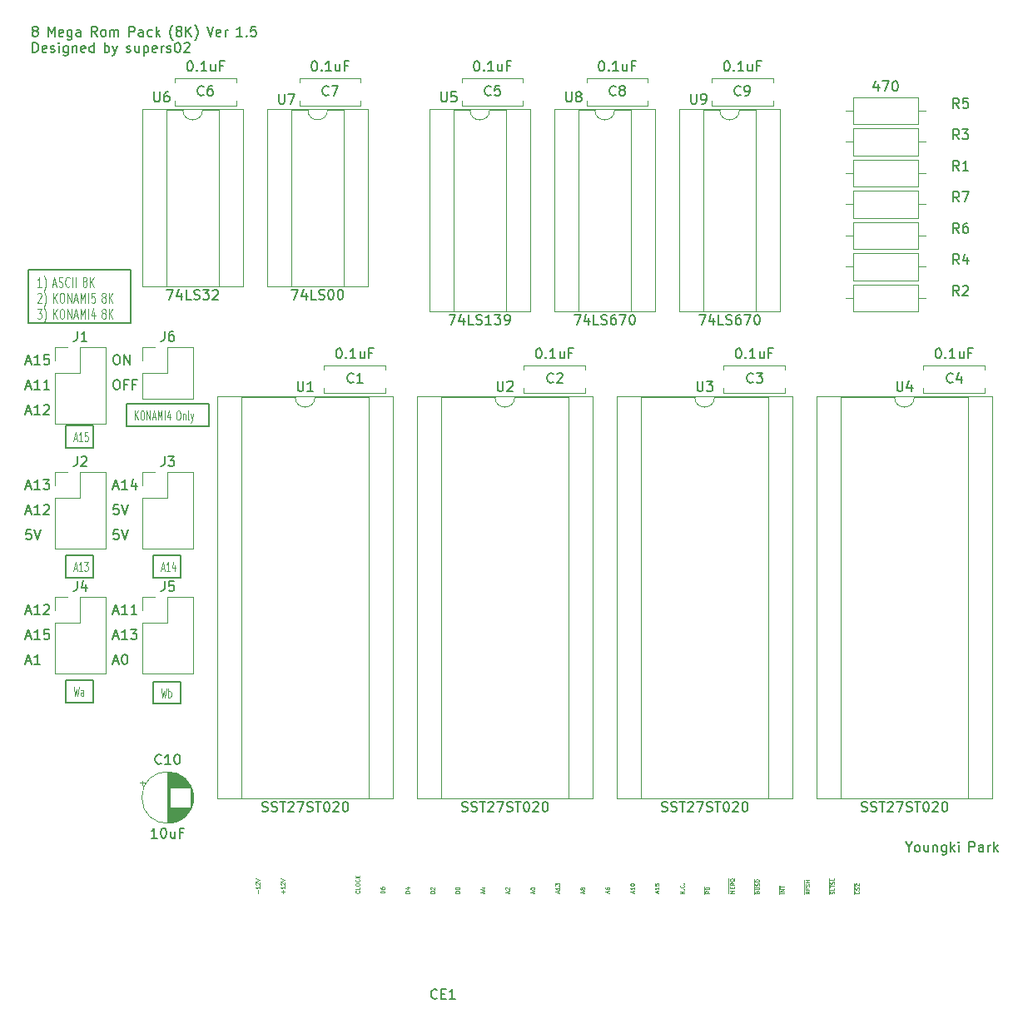
<source format=gbr>
%TF.GenerationSoftware,KiCad,Pcbnew,(7.0.0)*%
%TF.CreationDate,2023-04-19T13:17:30+09:00*%
%TF.ProjectId,project4,70726f6a-6563-4743-942e-6b696361645f,1.5*%
%TF.SameCoordinates,Original*%
%TF.FileFunction,Legend,Top*%
%TF.FilePolarity,Positive*%
%FSLAX46Y46*%
G04 Gerber Fmt 4.6, Leading zero omitted, Abs format (unit mm)*
G04 Created by KiCad (PCBNEW (7.0.0)) date 2023-04-19 13:17:30*
%MOMM*%
%LPD*%
G01*
G04 APERTURE LIST*
%ADD10C,0.150000*%
%ADD11C,0.200000*%
%ADD12C,0.125000*%
%ADD13C,0.100000*%
%ADD14C,0.120000*%
G04 APERTURE END LIST*
D10*
X98615476Y-118241666D02*
X99091666Y-118241666D01*
X98520238Y-118527380D02*
X98853571Y-117527380D01*
X98853571Y-117527380D02*
X99186904Y-118527380D01*
X99710714Y-117527380D02*
X99805952Y-117527380D01*
X99805952Y-117527380D02*
X99901190Y-117575000D01*
X99901190Y-117575000D02*
X99948809Y-117622619D01*
X99948809Y-117622619D02*
X99996428Y-117717857D01*
X99996428Y-117717857D02*
X100044047Y-117908333D01*
X100044047Y-117908333D02*
X100044047Y-118146428D01*
X100044047Y-118146428D02*
X99996428Y-118336904D01*
X99996428Y-118336904D02*
X99948809Y-118432142D01*
X99948809Y-118432142D02*
X99901190Y-118479761D01*
X99901190Y-118479761D02*
X99805952Y-118527380D01*
X99805952Y-118527380D02*
X99710714Y-118527380D01*
X99710714Y-118527380D02*
X99615476Y-118479761D01*
X99615476Y-118479761D02*
X99567857Y-118432142D01*
X99567857Y-118432142D02*
X99520238Y-118336904D01*
X99520238Y-118336904D02*
X99472619Y-118146428D01*
X99472619Y-118146428D02*
X99472619Y-117908333D01*
X99472619Y-117908333D02*
X99520238Y-117717857D01*
X99520238Y-117717857D02*
X99567857Y-117622619D01*
X99567857Y-117622619D02*
X99615476Y-117575000D01*
X99615476Y-117575000D02*
X99710714Y-117527380D01*
X99139285Y-102287380D02*
X98663095Y-102287380D01*
X98663095Y-102287380D02*
X98615476Y-102763571D01*
X98615476Y-102763571D02*
X98663095Y-102715952D01*
X98663095Y-102715952D02*
X98758333Y-102668333D01*
X98758333Y-102668333D02*
X98996428Y-102668333D01*
X98996428Y-102668333D02*
X99091666Y-102715952D01*
X99091666Y-102715952D02*
X99139285Y-102763571D01*
X99139285Y-102763571D02*
X99186904Y-102858809D01*
X99186904Y-102858809D02*
X99186904Y-103096904D01*
X99186904Y-103096904D02*
X99139285Y-103192142D01*
X99139285Y-103192142D02*
X99091666Y-103239761D01*
X99091666Y-103239761D02*
X98996428Y-103287380D01*
X98996428Y-103287380D02*
X98758333Y-103287380D01*
X98758333Y-103287380D02*
X98663095Y-103239761D01*
X98663095Y-103239761D02*
X98615476Y-103192142D01*
X99472619Y-102287380D02*
X99805952Y-103287380D01*
X99805952Y-103287380D02*
X100139285Y-102287380D01*
X98615476Y-100461666D02*
X99091666Y-100461666D01*
X98520238Y-100747380D02*
X98853571Y-99747380D01*
X98853571Y-99747380D02*
X99186904Y-100747380D01*
X100044047Y-100747380D02*
X99472619Y-100747380D01*
X99758333Y-100747380D02*
X99758333Y-99747380D01*
X99758333Y-99747380D02*
X99663095Y-99890238D01*
X99663095Y-99890238D02*
X99567857Y-99985476D01*
X99567857Y-99985476D02*
X99472619Y-100033095D01*
X100901190Y-100080714D02*
X100901190Y-100747380D01*
X100663095Y-99699761D02*
X100425000Y-100414047D01*
X100425000Y-100414047D02*
X101044047Y-100414047D01*
X99139285Y-104827380D02*
X98663095Y-104827380D01*
X98663095Y-104827380D02*
X98615476Y-105303571D01*
X98615476Y-105303571D02*
X98663095Y-105255952D01*
X98663095Y-105255952D02*
X98758333Y-105208333D01*
X98758333Y-105208333D02*
X98996428Y-105208333D01*
X98996428Y-105208333D02*
X99091666Y-105255952D01*
X99091666Y-105255952D02*
X99139285Y-105303571D01*
X99139285Y-105303571D02*
X99186904Y-105398809D01*
X99186904Y-105398809D02*
X99186904Y-105636904D01*
X99186904Y-105636904D02*
X99139285Y-105732142D01*
X99139285Y-105732142D02*
X99091666Y-105779761D01*
X99091666Y-105779761D02*
X98996428Y-105827380D01*
X98996428Y-105827380D02*
X98758333Y-105827380D01*
X98758333Y-105827380D02*
X98663095Y-105779761D01*
X98663095Y-105779761D02*
X98615476Y-105732142D01*
X99472619Y-104827380D02*
X99805952Y-105827380D01*
X99805952Y-105827380D02*
X100139285Y-104827380D01*
X89725476Y-118241666D02*
X90201666Y-118241666D01*
X89630238Y-118527380D02*
X89963571Y-117527380D01*
X89963571Y-117527380D02*
X90296904Y-118527380D01*
X91154047Y-118527380D02*
X90582619Y-118527380D01*
X90868333Y-118527380D02*
X90868333Y-117527380D01*
X90868333Y-117527380D02*
X90773095Y-117670238D01*
X90773095Y-117670238D02*
X90677857Y-117765476D01*
X90677857Y-117765476D02*
X90582619Y-117813095D01*
X98853571Y-89587380D02*
X99044047Y-89587380D01*
X99044047Y-89587380D02*
X99139285Y-89635000D01*
X99139285Y-89635000D02*
X99234523Y-89730238D01*
X99234523Y-89730238D02*
X99282142Y-89920714D01*
X99282142Y-89920714D02*
X99282142Y-90254047D01*
X99282142Y-90254047D02*
X99234523Y-90444523D01*
X99234523Y-90444523D02*
X99139285Y-90539761D01*
X99139285Y-90539761D02*
X99044047Y-90587380D01*
X99044047Y-90587380D02*
X98853571Y-90587380D01*
X98853571Y-90587380D02*
X98758333Y-90539761D01*
X98758333Y-90539761D02*
X98663095Y-90444523D01*
X98663095Y-90444523D02*
X98615476Y-90254047D01*
X98615476Y-90254047D02*
X98615476Y-89920714D01*
X98615476Y-89920714D02*
X98663095Y-89730238D01*
X98663095Y-89730238D02*
X98758333Y-89635000D01*
X98758333Y-89635000D02*
X98853571Y-89587380D01*
X100044047Y-90063571D02*
X99710714Y-90063571D01*
X99710714Y-90587380D02*
X99710714Y-89587380D01*
X99710714Y-89587380D02*
X100186904Y-89587380D01*
X100901190Y-90063571D02*
X100567857Y-90063571D01*
X100567857Y-90587380D02*
X100567857Y-89587380D01*
X100567857Y-89587380D02*
X101044047Y-89587380D01*
X90249285Y-104827380D02*
X89773095Y-104827380D01*
X89773095Y-104827380D02*
X89725476Y-105303571D01*
X89725476Y-105303571D02*
X89773095Y-105255952D01*
X89773095Y-105255952D02*
X89868333Y-105208333D01*
X89868333Y-105208333D02*
X90106428Y-105208333D01*
X90106428Y-105208333D02*
X90201666Y-105255952D01*
X90201666Y-105255952D02*
X90249285Y-105303571D01*
X90249285Y-105303571D02*
X90296904Y-105398809D01*
X90296904Y-105398809D02*
X90296904Y-105636904D01*
X90296904Y-105636904D02*
X90249285Y-105732142D01*
X90249285Y-105732142D02*
X90201666Y-105779761D01*
X90201666Y-105779761D02*
X90106428Y-105827380D01*
X90106428Y-105827380D02*
X89868333Y-105827380D01*
X89868333Y-105827380D02*
X89773095Y-105779761D01*
X89773095Y-105779761D02*
X89725476Y-105732142D01*
X90582619Y-104827380D02*
X90915952Y-105827380D01*
X90915952Y-105827380D02*
X91249285Y-104827380D01*
X89725476Y-103001666D02*
X90201666Y-103001666D01*
X89630238Y-103287380D02*
X89963571Y-102287380D01*
X89963571Y-102287380D02*
X90296904Y-103287380D01*
X91154047Y-103287380D02*
X90582619Y-103287380D01*
X90868333Y-103287380D02*
X90868333Y-102287380D01*
X90868333Y-102287380D02*
X90773095Y-102430238D01*
X90773095Y-102430238D02*
X90677857Y-102525476D01*
X90677857Y-102525476D02*
X90582619Y-102573095D01*
X91535000Y-102382619D02*
X91582619Y-102335000D01*
X91582619Y-102335000D02*
X91677857Y-102287380D01*
X91677857Y-102287380D02*
X91915952Y-102287380D01*
X91915952Y-102287380D02*
X92011190Y-102335000D01*
X92011190Y-102335000D02*
X92058809Y-102382619D01*
X92058809Y-102382619D02*
X92106428Y-102477857D01*
X92106428Y-102477857D02*
X92106428Y-102573095D01*
X92106428Y-102573095D02*
X92058809Y-102715952D01*
X92058809Y-102715952D02*
X91487381Y-103287380D01*
X91487381Y-103287380D02*
X92106428Y-103287380D01*
X98853571Y-87047380D02*
X99044047Y-87047380D01*
X99044047Y-87047380D02*
X99139285Y-87095000D01*
X99139285Y-87095000D02*
X99234523Y-87190238D01*
X99234523Y-87190238D02*
X99282142Y-87380714D01*
X99282142Y-87380714D02*
X99282142Y-87714047D01*
X99282142Y-87714047D02*
X99234523Y-87904523D01*
X99234523Y-87904523D02*
X99139285Y-87999761D01*
X99139285Y-87999761D02*
X99044047Y-88047380D01*
X99044047Y-88047380D02*
X98853571Y-88047380D01*
X98853571Y-88047380D02*
X98758333Y-87999761D01*
X98758333Y-87999761D02*
X98663095Y-87904523D01*
X98663095Y-87904523D02*
X98615476Y-87714047D01*
X98615476Y-87714047D02*
X98615476Y-87380714D01*
X98615476Y-87380714D02*
X98663095Y-87190238D01*
X98663095Y-87190238D02*
X98758333Y-87095000D01*
X98758333Y-87095000D02*
X98853571Y-87047380D01*
X99710714Y-88047380D02*
X99710714Y-87047380D01*
X99710714Y-87047380D02*
X100282142Y-88047380D01*
X100282142Y-88047380D02*
X100282142Y-87047380D01*
X89725476Y-90301666D02*
X90201666Y-90301666D01*
X89630238Y-90587380D02*
X89963571Y-89587380D01*
X89963571Y-89587380D02*
X90296904Y-90587380D01*
X91154047Y-90587380D02*
X90582619Y-90587380D01*
X90868333Y-90587380D02*
X90868333Y-89587380D01*
X90868333Y-89587380D02*
X90773095Y-89730238D01*
X90773095Y-89730238D02*
X90677857Y-89825476D01*
X90677857Y-89825476D02*
X90582619Y-89873095D01*
X92106428Y-90587380D02*
X91535000Y-90587380D01*
X91820714Y-90587380D02*
X91820714Y-89587380D01*
X91820714Y-89587380D02*
X91725476Y-89730238D01*
X91725476Y-89730238D02*
X91630238Y-89825476D01*
X91630238Y-89825476D02*
X91535000Y-89873095D01*
X89725476Y-115701666D02*
X90201666Y-115701666D01*
X89630238Y-115987380D02*
X89963571Y-114987380D01*
X89963571Y-114987380D02*
X90296904Y-115987380D01*
X91154047Y-115987380D02*
X90582619Y-115987380D01*
X90868333Y-115987380D02*
X90868333Y-114987380D01*
X90868333Y-114987380D02*
X90773095Y-115130238D01*
X90773095Y-115130238D02*
X90677857Y-115225476D01*
X90677857Y-115225476D02*
X90582619Y-115273095D01*
X92058809Y-114987380D02*
X91582619Y-114987380D01*
X91582619Y-114987380D02*
X91535000Y-115463571D01*
X91535000Y-115463571D02*
X91582619Y-115415952D01*
X91582619Y-115415952D02*
X91677857Y-115368333D01*
X91677857Y-115368333D02*
X91915952Y-115368333D01*
X91915952Y-115368333D02*
X92011190Y-115415952D01*
X92011190Y-115415952D02*
X92058809Y-115463571D01*
X92058809Y-115463571D02*
X92106428Y-115558809D01*
X92106428Y-115558809D02*
X92106428Y-115796904D01*
X92106428Y-115796904D02*
X92058809Y-115892142D01*
X92058809Y-115892142D02*
X92011190Y-115939761D01*
X92011190Y-115939761D02*
X91915952Y-115987380D01*
X91915952Y-115987380D02*
X91677857Y-115987380D01*
X91677857Y-115987380D02*
X91582619Y-115939761D01*
X91582619Y-115939761D02*
X91535000Y-115892142D01*
X89725476Y-92841666D02*
X90201666Y-92841666D01*
X89630238Y-93127380D02*
X89963571Y-92127380D01*
X89963571Y-92127380D02*
X90296904Y-93127380D01*
X91154047Y-93127380D02*
X90582619Y-93127380D01*
X90868333Y-93127380D02*
X90868333Y-92127380D01*
X90868333Y-92127380D02*
X90773095Y-92270238D01*
X90773095Y-92270238D02*
X90677857Y-92365476D01*
X90677857Y-92365476D02*
X90582619Y-92413095D01*
X91535000Y-92222619D02*
X91582619Y-92175000D01*
X91582619Y-92175000D02*
X91677857Y-92127380D01*
X91677857Y-92127380D02*
X91915952Y-92127380D01*
X91915952Y-92127380D02*
X92011190Y-92175000D01*
X92011190Y-92175000D02*
X92058809Y-92222619D01*
X92058809Y-92222619D02*
X92106428Y-92317857D01*
X92106428Y-92317857D02*
X92106428Y-92413095D01*
X92106428Y-92413095D02*
X92058809Y-92555952D01*
X92058809Y-92555952D02*
X91487381Y-93127380D01*
X91487381Y-93127380D02*
X92106428Y-93127380D01*
D11*
X90550952Y-54105952D02*
X90455714Y-54058333D01*
X90455714Y-54058333D02*
X90408095Y-54010714D01*
X90408095Y-54010714D02*
X90360476Y-53915476D01*
X90360476Y-53915476D02*
X90360476Y-53867857D01*
X90360476Y-53867857D02*
X90408095Y-53772619D01*
X90408095Y-53772619D02*
X90455714Y-53725000D01*
X90455714Y-53725000D02*
X90550952Y-53677380D01*
X90550952Y-53677380D02*
X90741428Y-53677380D01*
X90741428Y-53677380D02*
X90836666Y-53725000D01*
X90836666Y-53725000D02*
X90884285Y-53772619D01*
X90884285Y-53772619D02*
X90931904Y-53867857D01*
X90931904Y-53867857D02*
X90931904Y-53915476D01*
X90931904Y-53915476D02*
X90884285Y-54010714D01*
X90884285Y-54010714D02*
X90836666Y-54058333D01*
X90836666Y-54058333D02*
X90741428Y-54105952D01*
X90741428Y-54105952D02*
X90550952Y-54105952D01*
X90550952Y-54105952D02*
X90455714Y-54153571D01*
X90455714Y-54153571D02*
X90408095Y-54201190D01*
X90408095Y-54201190D02*
X90360476Y-54296428D01*
X90360476Y-54296428D02*
X90360476Y-54486904D01*
X90360476Y-54486904D02*
X90408095Y-54582142D01*
X90408095Y-54582142D02*
X90455714Y-54629761D01*
X90455714Y-54629761D02*
X90550952Y-54677380D01*
X90550952Y-54677380D02*
X90741428Y-54677380D01*
X90741428Y-54677380D02*
X90836666Y-54629761D01*
X90836666Y-54629761D02*
X90884285Y-54582142D01*
X90884285Y-54582142D02*
X90931904Y-54486904D01*
X90931904Y-54486904D02*
X90931904Y-54296428D01*
X90931904Y-54296428D02*
X90884285Y-54201190D01*
X90884285Y-54201190D02*
X90836666Y-54153571D01*
X90836666Y-54153571D02*
X90741428Y-54105952D01*
X91960476Y-54677380D02*
X91960476Y-53677380D01*
X91960476Y-53677380D02*
X92293809Y-54391666D01*
X92293809Y-54391666D02*
X92627142Y-53677380D01*
X92627142Y-53677380D02*
X92627142Y-54677380D01*
X93484285Y-54629761D02*
X93389047Y-54677380D01*
X93389047Y-54677380D02*
X93198571Y-54677380D01*
X93198571Y-54677380D02*
X93103333Y-54629761D01*
X93103333Y-54629761D02*
X93055714Y-54534523D01*
X93055714Y-54534523D02*
X93055714Y-54153571D01*
X93055714Y-54153571D02*
X93103333Y-54058333D01*
X93103333Y-54058333D02*
X93198571Y-54010714D01*
X93198571Y-54010714D02*
X93389047Y-54010714D01*
X93389047Y-54010714D02*
X93484285Y-54058333D01*
X93484285Y-54058333D02*
X93531904Y-54153571D01*
X93531904Y-54153571D02*
X93531904Y-54248809D01*
X93531904Y-54248809D02*
X93055714Y-54344047D01*
X94389047Y-54010714D02*
X94389047Y-54820238D01*
X94389047Y-54820238D02*
X94341428Y-54915476D01*
X94341428Y-54915476D02*
X94293809Y-54963095D01*
X94293809Y-54963095D02*
X94198571Y-55010714D01*
X94198571Y-55010714D02*
X94055714Y-55010714D01*
X94055714Y-55010714D02*
X93960476Y-54963095D01*
X94389047Y-54629761D02*
X94293809Y-54677380D01*
X94293809Y-54677380D02*
X94103333Y-54677380D01*
X94103333Y-54677380D02*
X94008095Y-54629761D01*
X94008095Y-54629761D02*
X93960476Y-54582142D01*
X93960476Y-54582142D02*
X93912857Y-54486904D01*
X93912857Y-54486904D02*
X93912857Y-54201190D01*
X93912857Y-54201190D02*
X93960476Y-54105952D01*
X93960476Y-54105952D02*
X94008095Y-54058333D01*
X94008095Y-54058333D02*
X94103333Y-54010714D01*
X94103333Y-54010714D02*
X94293809Y-54010714D01*
X94293809Y-54010714D02*
X94389047Y-54058333D01*
X95293809Y-54677380D02*
X95293809Y-54153571D01*
X95293809Y-54153571D02*
X95246190Y-54058333D01*
X95246190Y-54058333D02*
X95150952Y-54010714D01*
X95150952Y-54010714D02*
X94960476Y-54010714D01*
X94960476Y-54010714D02*
X94865238Y-54058333D01*
X95293809Y-54629761D02*
X95198571Y-54677380D01*
X95198571Y-54677380D02*
X94960476Y-54677380D01*
X94960476Y-54677380D02*
X94865238Y-54629761D01*
X94865238Y-54629761D02*
X94817619Y-54534523D01*
X94817619Y-54534523D02*
X94817619Y-54439285D01*
X94817619Y-54439285D02*
X94865238Y-54344047D01*
X94865238Y-54344047D02*
X94960476Y-54296428D01*
X94960476Y-54296428D02*
X95198571Y-54296428D01*
X95198571Y-54296428D02*
X95293809Y-54248809D01*
X96941428Y-54677380D02*
X96608095Y-54201190D01*
X96370000Y-54677380D02*
X96370000Y-53677380D01*
X96370000Y-53677380D02*
X96750952Y-53677380D01*
X96750952Y-53677380D02*
X96846190Y-53725000D01*
X96846190Y-53725000D02*
X96893809Y-53772619D01*
X96893809Y-53772619D02*
X96941428Y-53867857D01*
X96941428Y-53867857D02*
X96941428Y-54010714D01*
X96941428Y-54010714D02*
X96893809Y-54105952D01*
X96893809Y-54105952D02*
X96846190Y-54153571D01*
X96846190Y-54153571D02*
X96750952Y-54201190D01*
X96750952Y-54201190D02*
X96370000Y-54201190D01*
X97512857Y-54677380D02*
X97417619Y-54629761D01*
X97417619Y-54629761D02*
X97370000Y-54582142D01*
X97370000Y-54582142D02*
X97322381Y-54486904D01*
X97322381Y-54486904D02*
X97322381Y-54201190D01*
X97322381Y-54201190D02*
X97370000Y-54105952D01*
X97370000Y-54105952D02*
X97417619Y-54058333D01*
X97417619Y-54058333D02*
X97512857Y-54010714D01*
X97512857Y-54010714D02*
X97655714Y-54010714D01*
X97655714Y-54010714D02*
X97750952Y-54058333D01*
X97750952Y-54058333D02*
X97798571Y-54105952D01*
X97798571Y-54105952D02*
X97846190Y-54201190D01*
X97846190Y-54201190D02*
X97846190Y-54486904D01*
X97846190Y-54486904D02*
X97798571Y-54582142D01*
X97798571Y-54582142D02*
X97750952Y-54629761D01*
X97750952Y-54629761D02*
X97655714Y-54677380D01*
X97655714Y-54677380D02*
X97512857Y-54677380D01*
X98274762Y-54677380D02*
X98274762Y-54010714D01*
X98274762Y-54105952D02*
X98322381Y-54058333D01*
X98322381Y-54058333D02*
X98417619Y-54010714D01*
X98417619Y-54010714D02*
X98560476Y-54010714D01*
X98560476Y-54010714D02*
X98655714Y-54058333D01*
X98655714Y-54058333D02*
X98703333Y-54153571D01*
X98703333Y-54153571D02*
X98703333Y-54677380D01*
X98703333Y-54153571D02*
X98750952Y-54058333D01*
X98750952Y-54058333D02*
X98846190Y-54010714D01*
X98846190Y-54010714D02*
X98989047Y-54010714D01*
X98989047Y-54010714D02*
X99084286Y-54058333D01*
X99084286Y-54058333D02*
X99131905Y-54153571D01*
X99131905Y-54153571D02*
X99131905Y-54677380D01*
X100208095Y-54677380D02*
X100208095Y-53677380D01*
X100208095Y-53677380D02*
X100589047Y-53677380D01*
X100589047Y-53677380D02*
X100684285Y-53725000D01*
X100684285Y-53725000D02*
X100731904Y-53772619D01*
X100731904Y-53772619D02*
X100779523Y-53867857D01*
X100779523Y-53867857D02*
X100779523Y-54010714D01*
X100779523Y-54010714D02*
X100731904Y-54105952D01*
X100731904Y-54105952D02*
X100684285Y-54153571D01*
X100684285Y-54153571D02*
X100589047Y-54201190D01*
X100589047Y-54201190D02*
X100208095Y-54201190D01*
X101636666Y-54677380D02*
X101636666Y-54153571D01*
X101636666Y-54153571D02*
X101589047Y-54058333D01*
X101589047Y-54058333D02*
X101493809Y-54010714D01*
X101493809Y-54010714D02*
X101303333Y-54010714D01*
X101303333Y-54010714D02*
X101208095Y-54058333D01*
X101636666Y-54629761D02*
X101541428Y-54677380D01*
X101541428Y-54677380D02*
X101303333Y-54677380D01*
X101303333Y-54677380D02*
X101208095Y-54629761D01*
X101208095Y-54629761D02*
X101160476Y-54534523D01*
X101160476Y-54534523D02*
X101160476Y-54439285D01*
X101160476Y-54439285D02*
X101208095Y-54344047D01*
X101208095Y-54344047D02*
X101303333Y-54296428D01*
X101303333Y-54296428D02*
X101541428Y-54296428D01*
X101541428Y-54296428D02*
X101636666Y-54248809D01*
X102541428Y-54629761D02*
X102446190Y-54677380D01*
X102446190Y-54677380D02*
X102255714Y-54677380D01*
X102255714Y-54677380D02*
X102160476Y-54629761D01*
X102160476Y-54629761D02*
X102112857Y-54582142D01*
X102112857Y-54582142D02*
X102065238Y-54486904D01*
X102065238Y-54486904D02*
X102065238Y-54201190D01*
X102065238Y-54201190D02*
X102112857Y-54105952D01*
X102112857Y-54105952D02*
X102160476Y-54058333D01*
X102160476Y-54058333D02*
X102255714Y-54010714D01*
X102255714Y-54010714D02*
X102446190Y-54010714D01*
X102446190Y-54010714D02*
X102541428Y-54058333D01*
X102970000Y-54677380D02*
X102970000Y-53677380D01*
X103065238Y-54296428D02*
X103350952Y-54677380D01*
X103350952Y-54010714D02*
X102970000Y-54391666D01*
X104665238Y-55058333D02*
X104617619Y-55010714D01*
X104617619Y-55010714D02*
X104522381Y-54867857D01*
X104522381Y-54867857D02*
X104474762Y-54772619D01*
X104474762Y-54772619D02*
X104427143Y-54629761D01*
X104427143Y-54629761D02*
X104379524Y-54391666D01*
X104379524Y-54391666D02*
X104379524Y-54201190D01*
X104379524Y-54201190D02*
X104427143Y-53963095D01*
X104427143Y-53963095D02*
X104474762Y-53820238D01*
X104474762Y-53820238D02*
X104522381Y-53725000D01*
X104522381Y-53725000D02*
X104617619Y-53582142D01*
X104617619Y-53582142D02*
X104665238Y-53534523D01*
X105189048Y-54105952D02*
X105093810Y-54058333D01*
X105093810Y-54058333D02*
X105046191Y-54010714D01*
X105046191Y-54010714D02*
X104998572Y-53915476D01*
X104998572Y-53915476D02*
X104998572Y-53867857D01*
X104998572Y-53867857D02*
X105046191Y-53772619D01*
X105046191Y-53772619D02*
X105093810Y-53725000D01*
X105093810Y-53725000D02*
X105189048Y-53677380D01*
X105189048Y-53677380D02*
X105379524Y-53677380D01*
X105379524Y-53677380D02*
X105474762Y-53725000D01*
X105474762Y-53725000D02*
X105522381Y-53772619D01*
X105522381Y-53772619D02*
X105570000Y-53867857D01*
X105570000Y-53867857D02*
X105570000Y-53915476D01*
X105570000Y-53915476D02*
X105522381Y-54010714D01*
X105522381Y-54010714D02*
X105474762Y-54058333D01*
X105474762Y-54058333D02*
X105379524Y-54105952D01*
X105379524Y-54105952D02*
X105189048Y-54105952D01*
X105189048Y-54105952D02*
X105093810Y-54153571D01*
X105093810Y-54153571D02*
X105046191Y-54201190D01*
X105046191Y-54201190D02*
X104998572Y-54296428D01*
X104998572Y-54296428D02*
X104998572Y-54486904D01*
X104998572Y-54486904D02*
X105046191Y-54582142D01*
X105046191Y-54582142D02*
X105093810Y-54629761D01*
X105093810Y-54629761D02*
X105189048Y-54677380D01*
X105189048Y-54677380D02*
X105379524Y-54677380D01*
X105379524Y-54677380D02*
X105474762Y-54629761D01*
X105474762Y-54629761D02*
X105522381Y-54582142D01*
X105522381Y-54582142D02*
X105570000Y-54486904D01*
X105570000Y-54486904D02*
X105570000Y-54296428D01*
X105570000Y-54296428D02*
X105522381Y-54201190D01*
X105522381Y-54201190D02*
X105474762Y-54153571D01*
X105474762Y-54153571D02*
X105379524Y-54105952D01*
X105998572Y-54677380D02*
X105998572Y-53677380D01*
X106570000Y-54677380D02*
X106141429Y-54105952D01*
X106570000Y-53677380D02*
X105998572Y-54248809D01*
X106903334Y-55058333D02*
X106950953Y-55010714D01*
X106950953Y-55010714D02*
X107046191Y-54867857D01*
X107046191Y-54867857D02*
X107093810Y-54772619D01*
X107093810Y-54772619D02*
X107141429Y-54629761D01*
X107141429Y-54629761D02*
X107189048Y-54391666D01*
X107189048Y-54391666D02*
X107189048Y-54201190D01*
X107189048Y-54201190D02*
X107141429Y-53963095D01*
X107141429Y-53963095D02*
X107093810Y-53820238D01*
X107093810Y-53820238D02*
X107046191Y-53725000D01*
X107046191Y-53725000D02*
X106950953Y-53582142D01*
X106950953Y-53582142D02*
X106903334Y-53534523D01*
X108122382Y-53677380D02*
X108455715Y-54677380D01*
X108455715Y-54677380D02*
X108789048Y-53677380D01*
X109503334Y-54629761D02*
X109408096Y-54677380D01*
X109408096Y-54677380D02*
X109217620Y-54677380D01*
X109217620Y-54677380D02*
X109122382Y-54629761D01*
X109122382Y-54629761D02*
X109074763Y-54534523D01*
X109074763Y-54534523D02*
X109074763Y-54153571D01*
X109074763Y-54153571D02*
X109122382Y-54058333D01*
X109122382Y-54058333D02*
X109217620Y-54010714D01*
X109217620Y-54010714D02*
X109408096Y-54010714D01*
X109408096Y-54010714D02*
X109503334Y-54058333D01*
X109503334Y-54058333D02*
X109550953Y-54153571D01*
X109550953Y-54153571D02*
X109550953Y-54248809D01*
X109550953Y-54248809D02*
X109074763Y-54344047D01*
X109979525Y-54677380D02*
X109979525Y-54010714D01*
X109979525Y-54201190D02*
X110027144Y-54105952D01*
X110027144Y-54105952D02*
X110074763Y-54058333D01*
X110074763Y-54058333D02*
X110170001Y-54010714D01*
X110170001Y-54010714D02*
X110265239Y-54010714D01*
X111722382Y-54677380D02*
X111150954Y-54677380D01*
X111436668Y-54677380D02*
X111436668Y-53677380D01*
X111436668Y-53677380D02*
X111341430Y-53820238D01*
X111341430Y-53820238D02*
X111246192Y-53915476D01*
X111246192Y-53915476D02*
X111150954Y-53963095D01*
X112150954Y-54582142D02*
X112198573Y-54629761D01*
X112198573Y-54629761D02*
X112150954Y-54677380D01*
X112150954Y-54677380D02*
X112103335Y-54629761D01*
X112103335Y-54629761D02*
X112150954Y-54582142D01*
X112150954Y-54582142D02*
X112150954Y-54677380D01*
X113103334Y-53677380D02*
X112627144Y-53677380D01*
X112627144Y-53677380D02*
X112579525Y-54153571D01*
X112579525Y-54153571D02*
X112627144Y-54105952D01*
X112627144Y-54105952D02*
X112722382Y-54058333D01*
X112722382Y-54058333D02*
X112960477Y-54058333D01*
X112960477Y-54058333D02*
X113055715Y-54105952D01*
X113055715Y-54105952D02*
X113103334Y-54153571D01*
X113103334Y-54153571D02*
X113150953Y-54248809D01*
X113150953Y-54248809D02*
X113150953Y-54486904D01*
X113150953Y-54486904D02*
X113103334Y-54582142D01*
X113103334Y-54582142D02*
X113055715Y-54629761D01*
X113055715Y-54629761D02*
X112960477Y-54677380D01*
X112960477Y-54677380D02*
X112722382Y-54677380D01*
X112722382Y-54677380D02*
X112627144Y-54629761D01*
X112627144Y-54629761D02*
X112579525Y-54582142D01*
X90408095Y-56297380D02*
X90408095Y-55297380D01*
X90408095Y-55297380D02*
X90646190Y-55297380D01*
X90646190Y-55297380D02*
X90789047Y-55345000D01*
X90789047Y-55345000D02*
X90884285Y-55440238D01*
X90884285Y-55440238D02*
X90931904Y-55535476D01*
X90931904Y-55535476D02*
X90979523Y-55725952D01*
X90979523Y-55725952D02*
X90979523Y-55868809D01*
X90979523Y-55868809D02*
X90931904Y-56059285D01*
X90931904Y-56059285D02*
X90884285Y-56154523D01*
X90884285Y-56154523D02*
X90789047Y-56249761D01*
X90789047Y-56249761D02*
X90646190Y-56297380D01*
X90646190Y-56297380D02*
X90408095Y-56297380D01*
X91789047Y-56249761D02*
X91693809Y-56297380D01*
X91693809Y-56297380D02*
X91503333Y-56297380D01*
X91503333Y-56297380D02*
X91408095Y-56249761D01*
X91408095Y-56249761D02*
X91360476Y-56154523D01*
X91360476Y-56154523D02*
X91360476Y-55773571D01*
X91360476Y-55773571D02*
X91408095Y-55678333D01*
X91408095Y-55678333D02*
X91503333Y-55630714D01*
X91503333Y-55630714D02*
X91693809Y-55630714D01*
X91693809Y-55630714D02*
X91789047Y-55678333D01*
X91789047Y-55678333D02*
X91836666Y-55773571D01*
X91836666Y-55773571D02*
X91836666Y-55868809D01*
X91836666Y-55868809D02*
X91360476Y-55964047D01*
X92217619Y-56249761D02*
X92312857Y-56297380D01*
X92312857Y-56297380D02*
X92503333Y-56297380D01*
X92503333Y-56297380D02*
X92598571Y-56249761D01*
X92598571Y-56249761D02*
X92646190Y-56154523D01*
X92646190Y-56154523D02*
X92646190Y-56106904D01*
X92646190Y-56106904D02*
X92598571Y-56011666D01*
X92598571Y-56011666D02*
X92503333Y-55964047D01*
X92503333Y-55964047D02*
X92360476Y-55964047D01*
X92360476Y-55964047D02*
X92265238Y-55916428D01*
X92265238Y-55916428D02*
X92217619Y-55821190D01*
X92217619Y-55821190D02*
X92217619Y-55773571D01*
X92217619Y-55773571D02*
X92265238Y-55678333D01*
X92265238Y-55678333D02*
X92360476Y-55630714D01*
X92360476Y-55630714D02*
X92503333Y-55630714D01*
X92503333Y-55630714D02*
X92598571Y-55678333D01*
X93074762Y-56297380D02*
X93074762Y-55630714D01*
X93074762Y-55297380D02*
X93027143Y-55345000D01*
X93027143Y-55345000D02*
X93074762Y-55392619D01*
X93074762Y-55392619D02*
X93122381Y-55345000D01*
X93122381Y-55345000D02*
X93074762Y-55297380D01*
X93074762Y-55297380D02*
X93074762Y-55392619D01*
X93979523Y-55630714D02*
X93979523Y-56440238D01*
X93979523Y-56440238D02*
X93931904Y-56535476D01*
X93931904Y-56535476D02*
X93884285Y-56583095D01*
X93884285Y-56583095D02*
X93789047Y-56630714D01*
X93789047Y-56630714D02*
X93646190Y-56630714D01*
X93646190Y-56630714D02*
X93550952Y-56583095D01*
X93979523Y-56249761D02*
X93884285Y-56297380D01*
X93884285Y-56297380D02*
X93693809Y-56297380D01*
X93693809Y-56297380D02*
X93598571Y-56249761D01*
X93598571Y-56249761D02*
X93550952Y-56202142D01*
X93550952Y-56202142D02*
X93503333Y-56106904D01*
X93503333Y-56106904D02*
X93503333Y-55821190D01*
X93503333Y-55821190D02*
X93550952Y-55725952D01*
X93550952Y-55725952D02*
X93598571Y-55678333D01*
X93598571Y-55678333D02*
X93693809Y-55630714D01*
X93693809Y-55630714D02*
X93884285Y-55630714D01*
X93884285Y-55630714D02*
X93979523Y-55678333D01*
X94455714Y-55630714D02*
X94455714Y-56297380D01*
X94455714Y-55725952D02*
X94503333Y-55678333D01*
X94503333Y-55678333D02*
X94598571Y-55630714D01*
X94598571Y-55630714D02*
X94741428Y-55630714D01*
X94741428Y-55630714D02*
X94836666Y-55678333D01*
X94836666Y-55678333D02*
X94884285Y-55773571D01*
X94884285Y-55773571D02*
X94884285Y-56297380D01*
X95741428Y-56249761D02*
X95646190Y-56297380D01*
X95646190Y-56297380D02*
X95455714Y-56297380D01*
X95455714Y-56297380D02*
X95360476Y-56249761D01*
X95360476Y-56249761D02*
X95312857Y-56154523D01*
X95312857Y-56154523D02*
X95312857Y-55773571D01*
X95312857Y-55773571D02*
X95360476Y-55678333D01*
X95360476Y-55678333D02*
X95455714Y-55630714D01*
X95455714Y-55630714D02*
X95646190Y-55630714D01*
X95646190Y-55630714D02*
X95741428Y-55678333D01*
X95741428Y-55678333D02*
X95789047Y-55773571D01*
X95789047Y-55773571D02*
X95789047Y-55868809D01*
X95789047Y-55868809D02*
X95312857Y-55964047D01*
X96646190Y-56297380D02*
X96646190Y-55297380D01*
X96646190Y-56249761D02*
X96550952Y-56297380D01*
X96550952Y-56297380D02*
X96360476Y-56297380D01*
X96360476Y-56297380D02*
X96265238Y-56249761D01*
X96265238Y-56249761D02*
X96217619Y-56202142D01*
X96217619Y-56202142D02*
X96170000Y-56106904D01*
X96170000Y-56106904D02*
X96170000Y-55821190D01*
X96170000Y-55821190D02*
X96217619Y-55725952D01*
X96217619Y-55725952D02*
X96265238Y-55678333D01*
X96265238Y-55678333D02*
X96360476Y-55630714D01*
X96360476Y-55630714D02*
X96550952Y-55630714D01*
X96550952Y-55630714D02*
X96646190Y-55678333D01*
X97722381Y-56297380D02*
X97722381Y-55297380D01*
X97722381Y-55678333D02*
X97817619Y-55630714D01*
X97817619Y-55630714D02*
X98008095Y-55630714D01*
X98008095Y-55630714D02*
X98103333Y-55678333D01*
X98103333Y-55678333D02*
X98150952Y-55725952D01*
X98150952Y-55725952D02*
X98198571Y-55821190D01*
X98198571Y-55821190D02*
X98198571Y-56106904D01*
X98198571Y-56106904D02*
X98150952Y-56202142D01*
X98150952Y-56202142D02*
X98103333Y-56249761D01*
X98103333Y-56249761D02*
X98008095Y-56297380D01*
X98008095Y-56297380D02*
X97817619Y-56297380D01*
X97817619Y-56297380D02*
X97722381Y-56249761D01*
X98531905Y-55630714D02*
X98770000Y-56297380D01*
X99008095Y-55630714D02*
X98770000Y-56297380D01*
X98770000Y-56297380D02*
X98674762Y-56535476D01*
X98674762Y-56535476D02*
X98627143Y-56583095D01*
X98627143Y-56583095D02*
X98531905Y-56630714D01*
X99941429Y-56249761D02*
X100036667Y-56297380D01*
X100036667Y-56297380D02*
X100227143Y-56297380D01*
X100227143Y-56297380D02*
X100322381Y-56249761D01*
X100322381Y-56249761D02*
X100370000Y-56154523D01*
X100370000Y-56154523D02*
X100370000Y-56106904D01*
X100370000Y-56106904D02*
X100322381Y-56011666D01*
X100322381Y-56011666D02*
X100227143Y-55964047D01*
X100227143Y-55964047D02*
X100084286Y-55964047D01*
X100084286Y-55964047D02*
X99989048Y-55916428D01*
X99989048Y-55916428D02*
X99941429Y-55821190D01*
X99941429Y-55821190D02*
X99941429Y-55773571D01*
X99941429Y-55773571D02*
X99989048Y-55678333D01*
X99989048Y-55678333D02*
X100084286Y-55630714D01*
X100084286Y-55630714D02*
X100227143Y-55630714D01*
X100227143Y-55630714D02*
X100322381Y-55678333D01*
X101227143Y-55630714D02*
X101227143Y-56297380D01*
X100798572Y-55630714D02*
X100798572Y-56154523D01*
X100798572Y-56154523D02*
X100846191Y-56249761D01*
X100846191Y-56249761D02*
X100941429Y-56297380D01*
X100941429Y-56297380D02*
X101084286Y-56297380D01*
X101084286Y-56297380D02*
X101179524Y-56249761D01*
X101179524Y-56249761D02*
X101227143Y-56202142D01*
X101703334Y-55630714D02*
X101703334Y-56630714D01*
X101703334Y-55678333D02*
X101798572Y-55630714D01*
X101798572Y-55630714D02*
X101989048Y-55630714D01*
X101989048Y-55630714D02*
X102084286Y-55678333D01*
X102084286Y-55678333D02*
X102131905Y-55725952D01*
X102131905Y-55725952D02*
X102179524Y-55821190D01*
X102179524Y-55821190D02*
X102179524Y-56106904D01*
X102179524Y-56106904D02*
X102131905Y-56202142D01*
X102131905Y-56202142D02*
X102084286Y-56249761D01*
X102084286Y-56249761D02*
X101989048Y-56297380D01*
X101989048Y-56297380D02*
X101798572Y-56297380D01*
X101798572Y-56297380D02*
X101703334Y-56249761D01*
X102989048Y-56249761D02*
X102893810Y-56297380D01*
X102893810Y-56297380D02*
X102703334Y-56297380D01*
X102703334Y-56297380D02*
X102608096Y-56249761D01*
X102608096Y-56249761D02*
X102560477Y-56154523D01*
X102560477Y-56154523D02*
X102560477Y-55773571D01*
X102560477Y-55773571D02*
X102608096Y-55678333D01*
X102608096Y-55678333D02*
X102703334Y-55630714D01*
X102703334Y-55630714D02*
X102893810Y-55630714D01*
X102893810Y-55630714D02*
X102989048Y-55678333D01*
X102989048Y-55678333D02*
X103036667Y-55773571D01*
X103036667Y-55773571D02*
X103036667Y-55868809D01*
X103036667Y-55868809D02*
X102560477Y-55964047D01*
X103465239Y-56297380D02*
X103465239Y-55630714D01*
X103465239Y-55821190D02*
X103512858Y-55725952D01*
X103512858Y-55725952D02*
X103560477Y-55678333D01*
X103560477Y-55678333D02*
X103655715Y-55630714D01*
X103655715Y-55630714D02*
X103750953Y-55630714D01*
X104036668Y-56249761D02*
X104131906Y-56297380D01*
X104131906Y-56297380D02*
X104322382Y-56297380D01*
X104322382Y-56297380D02*
X104417620Y-56249761D01*
X104417620Y-56249761D02*
X104465239Y-56154523D01*
X104465239Y-56154523D02*
X104465239Y-56106904D01*
X104465239Y-56106904D02*
X104417620Y-56011666D01*
X104417620Y-56011666D02*
X104322382Y-55964047D01*
X104322382Y-55964047D02*
X104179525Y-55964047D01*
X104179525Y-55964047D02*
X104084287Y-55916428D01*
X104084287Y-55916428D02*
X104036668Y-55821190D01*
X104036668Y-55821190D02*
X104036668Y-55773571D01*
X104036668Y-55773571D02*
X104084287Y-55678333D01*
X104084287Y-55678333D02*
X104179525Y-55630714D01*
X104179525Y-55630714D02*
X104322382Y-55630714D01*
X104322382Y-55630714D02*
X104417620Y-55678333D01*
X105084287Y-55297380D02*
X105179525Y-55297380D01*
X105179525Y-55297380D02*
X105274763Y-55345000D01*
X105274763Y-55345000D02*
X105322382Y-55392619D01*
X105322382Y-55392619D02*
X105370001Y-55487857D01*
X105370001Y-55487857D02*
X105417620Y-55678333D01*
X105417620Y-55678333D02*
X105417620Y-55916428D01*
X105417620Y-55916428D02*
X105370001Y-56106904D01*
X105370001Y-56106904D02*
X105322382Y-56202142D01*
X105322382Y-56202142D02*
X105274763Y-56249761D01*
X105274763Y-56249761D02*
X105179525Y-56297380D01*
X105179525Y-56297380D02*
X105084287Y-56297380D01*
X105084287Y-56297380D02*
X104989049Y-56249761D01*
X104989049Y-56249761D02*
X104941430Y-56202142D01*
X104941430Y-56202142D02*
X104893811Y-56106904D01*
X104893811Y-56106904D02*
X104846192Y-55916428D01*
X104846192Y-55916428D02*
X104846192Y-55678333D01*
X104846192Y-55678333D02*
X104893811Y-55487857D01*
X104893811Y-55487857D02*
X104941430Y-55392619D01*
X104941430Y-55392619D02*
X104989049Y-55345000D01*
X104989049Y-55345000D02*
X105084287Y-55297380D01*
X105798573Y-55392619D02*
X105846192Y-55345000D01*
X105846192Y-55345000D02*
X105941430Y-55297380D01*
X105941430Y-55297380D02*
X106179525Y-55297380D01*
X106179525Y-55297380D02*
X106274763Y-55345000D01*
X106274763Y-55345000D02*
X106322382Y-55392619D01*
X106322382Y-55392619D02*
X106370001Y-55487857D01*
X106370001Y-55487857D02*
X106370001Y-55583095D01*
X106370001Y-55583095D02*
X106322382Y-55725952D01*
X106322382Y-55725952D02*
X105750954Y-56297380D01*
X105750954Y-56297380D02*
X106370001Y-56297380D01*
D10*
X89725476Y-87761666D02*
X90201666Y-87761666D01*
X89630238Y-88047380D02*
X89963571Y-87047380D01*
X89963571Y-87047380D02*
X90296904Y-88047380D01*
X91154047Y-88047380D02*
X90582619Y-88047380D01*
X90868333Y-88047380D02*
X90868333Y-87047380D01*
X90868333Y-87047380D02*
X90773095Y-87190238D01*
X90773095Y-87190238D02*
X90677857Y-87285476D01*
X90677857Y-87285476D02*
X90582619Y-87333095D01*
X92058809Y-87047380D02*
X91582619Y-87047380D01*
X91582619Y-87047380D02*
X91535000Y-87523571D01*
X91535000Y-87523571D02*
X91582619Y-87475952D01*
X91582619Y-87475952D02*
X91677857Y-87428333D01*
X91677857Y-87428333D02*
X91915952Y-87428333D01*
X91915952Y-87428333D02*
X92011190Y-87475952D01*
X92011190Y-87475952D02*
X92058809Y-87523571D01*
X92058809Y-87523571D02*
X92106428Y-87618809D01*
X92106428Y-87618809D02*
X92106428Y-87856904D01*
X92106428Y-87856904D02*
X92058809Y-87952142D01*
X92058809Y-87952142D02*
X92011190Y-87999761D01*
X92011190Y-87999761D02*
X91915952Y-88047380D01*
X91915952Y-88047380D02*
X91677857Y-88047380D01*
X91677857Y-88047380D02*
X91582619Y-87999761D01*
X91582619Y-87999761D02*
X91535000Y-87952142D01*
X98615476Y-113161666D02*
X99091666Y-113161666D01*
X98520238Y-113447380D02*
X98853571Y-112447380D01*
X98853571Y-112447380D02*
X99186904Y-113447380D01*
X100044047Y-113447380D02*
X99472619Y-113447380D01*
X99758333Y-113447380D02*
X99758333Y-112447380D01*
X99758333Y-112447380D02*
X99663095Y-112590238D01*
X99663095Y-112590238D02*
X99567857Y-112685476D01*
X99567857Y-112685476D02*
X99472619Y-112733095D01*
X100996428Y-113447380D02*
X100425000Y-113447380D01*
X100710714Y-113447380D02*
X100710714Y-112447380D01*
X100710714Y-112447380D02*
X100615476Y-112590238D01*
X100615476Y-112590238D02*
X100520238Y-112685476D01*
X100520238Y-112685476D02*
X100425000Y-112733095D01*
X89725476Y-100461666D02*
X90201666Y-100461666D01*
X89630238Y-100747380D02*
X89963571Y-99747380D01*
X89963571Y-99747380D02*
X90296904Y-100747380D01*
X91154047Y-100747380D02*
X90582619Y-100747380D01*
X90868333Y-100747380D02*
X90868333Y-99747380D01*
X90868333Y-99747380D02*
X90773095Y-99890238D01*
X90773095Y-99890238D02*
X90677857Y-99985476D01*
X90677857Y-99985476D02*
X90582619Y-100033095D01*
X91487381Y-99747380D02*
X92106428Y-99747380D01*
X92106428Y-99747380D02*
X91773095Y-100128333D01*
X91773095Y-100128333D02*
X91915952Y-100128333D01*
X91915952Y-100128333D02*
X92011190Y-100175952D01*
X92011190Y-100175952D02*
X92058809Y-100223571D01*
X92058809Y-100223571D02*
X92106428Y-100318809D01*
X92106428Y-100318809D02*
X92106428Y-100556904D01*
X92106428Y-100556904D02*
X92058809Y-100652142D01*
X92058809Y-100652142D02*
X92011190Y-100699761D01*
X92011190Y-100699761D02*
X91915952Y-100747380D01*
X91915952Y-100747380D02*
X91630238Y-100747380D01*
X91630238Y-100747380D02*
X91535000Y-100699761D01*
X91535000Y-100699761D02*
X91487381Y-100652142D01*
X89725476Y-113161666D02*
X90201666Y-113161666D01*
X89630238Y-113447380D02*
X89963571Y-112447380D01*
X89963571Y-112447380D02*
X90296904Y-113447380D01*
X91154047Y-113447380D02*
X90582619Y-113447380D01*
X90868333Y-113447380D02*
X90868333Y-112447380D01*
X90868333Y-112447380D02*
X90773095Y-112590238D01*
X90773095Y-112590238D02*
X90677857Y-112685476D01*
X90677857Y-112685476D02*
X90582619Y-112733095D01*
X91535000Y-112542619D02*
X91582619Y-112495000D01*
X91582619Y-112495000D02*
X91677857Y-112447380D01*
X91677857Y-112447380D02*
X91915952Y-112447380D01*
X91915952Y-112447380D02*
X92011190Y-112495000D01*
X92011190Y-112495000D02*
X92058809Y-112542619D01*
X92058809Y-112542619D02*
X92106428Y-112637857D01*
X92106428Y-112637857D02*
X92106428Y-112733095D01*
X92106428Y-112733095D02*
X92058809Y-112875952D01*
X92058809Y-112875952D02*
X91487381Y-113447380D01*
X91487381Y-113447380D02*
X92106428Y-113447380D01*
X98615476Y-115701666D02*
X99091666Y-115701666D01*
X98520238Y-115987380D02*
X98853571Y-114987380D01*
X98853571Y-114987380D02*
X99186904Y-115987380D01*
X100044047Y-115987380D02*
X99472619Y-115987380D01*
X99758333Y-115987380D02*
X99758333Y-114987380D01*
X99758333Y-114987380D02*
X99663095Y-115130238D01*
X99663095Y-115130238D02*
X99567857Y-115225476D01*
X99567857Y-115225476D02*
X99472619Y-115273095D01*
X100377381Y-114987380D02*
X100996428Y-114987380D01*
X100996428Y-114987380D02*
X100663095Y-115368333D01*
X100663095Y-115368333D02*
X100805952Y-115368333D01*
X100805952Y-115368333D02*
X100901190Y-115415952D01*
X100901190Y-115415952D02*
X100948809Y-115463571D01*
X100948809Y-115463571D02*
X100996428Y-115558809D01*
X100996428Y-115558809D02*
X100996428Y-115796904D01*
X100996428Y-115796904D02*
X100948809Y-115892142D01*
X100948809Y-115892142D02*
X100901190Y-115939761D01*
X100901190Y-115939761D02*
X100805952Y-115987380D01*
X100805952Y-115987380D02*
X100520238Y-115987380D01*
X100520238Y-115987380D02*
X100425000Y-115939761D01*
X100425000Y-115939761D02*
X100377381Y-115892142D01*
D11*
X179498571Y-137101190D02*
X179498571Y-137577380D01*
X179165238Y-136577380D02*
X179498571Y-137101190D01*
X179498571Y-137101190D02*
X179831904Y-136577380D01*
X180308095Y-137577380D02*
X180212857Y-137529761D01*
X180212857Y-137529761D02*
X180165238Y-137482142D01*
X180165238Y-137482142D02*
X180117619Y-137386904D01*
X180117619Y-137386904D02*
X180117619Y-137101190D01*
X180117619Y-137101190D02*
X180165238Y-137005952D01*
X180165238Y-137005952D02*
X180212857Y-136958333D01*
X180212857Y-136958333D02*
X180308095Y-136910714D01*
X180308095Y-136910714D02*
X180450952Y-136910714D01*
X180450952Y-136910714D02*
X180546190Y-136958333D01*
X180546190Y-136958333D02*
X180593809Y-137005952D01*
X180593809Y-137005952D02*
X180641428Y-137101190D01*
X180641428Y-137101190D02*
X180641428Y-137386904D01*
X180641428Y-137386904D02*
X180593809Y-137482142D01*
X180593809Y-137482142D02*
X180546190Y-137529761D01*
X180546190Y-137529761D02*
X180450952Y-137577380D01*
X180450952Y-137577380D02*
X180308095Y-137577380D01*
X181498571Y-136910714D02*
X181498571Y-137577380D01*
X181070000Y-136910714D02*
X181070000Y-137434523D01*
X181070000Y-137434523D02*
X181117619Y-137529761D01*
X181117619Y-137529761D02*
X181212857Y-137577380D01*
X181212857Y-137577380D02*
X181355714Y-137577380D01*
X181355714Y-137577380D02*
X181450952Y-137529761D01*
X181450952Y-137529761D02*
X181498571Y-137482142D01*
X181974762Y-136910714D02*
X181974762Y-137577380D01*
X181974762Y-137005952D02*
X182022381Y-136958333D01*
X182022381Y-136958333D02*
X182117619Y-136910714D01*
X182117619Y-136910714D02*
X182260476Y-136910714D01*
X182260476Y-136910714D02*
X182355714Y-136958333D01*
X182355714Y-136958333D02*
X182403333Y-137053571D01*
X182403333Y-137053571D02*
X182403333Y-137577380D01*
X183308095Y-136910714D02*
X183308095Y-137720238D01*
X183308095Y-137720238D02*
X183260476Y-137815476D01*
X183260476Y-137815476D02*
X183212857Y-137863095D01*
X183212857Y-137863095D02*
X183117619Y-137910714D01*
X183117619Y-137910714D02*
X182974762Y-137910714D01*
X182974762Y-137910714D02*
X182879524Y-137863095D01*
X183308095Y-137529761D02*
X183212857Y-137577380D01*
X183212857Y-137577380D02*
X183022381Y-137577380D01*
X183022381Y-137577380D02*
X182927143Y-137529761D01*
X182927143Y-137529761D02*
X182879524Y-137482142D01*
X182879524Y-137482142D02*
X182831905Y-137386904D01*
X182831905Y-137386904D02*
X182831905Y-137101190D01*
X182831905Y-137101190D02*
X182879524Y-137005952D01*
X182879524Y-137005952D02*
X182927143Y-136958333D01*
X182927143Y-136958333D02*
X183022381Y-136910714D01*
X183022381Y-136910714D02*
X183212857Y-136910714D01*
X183212857Y-136910714D02*
X183308095Y-136958333D01*
X183784286Y-137577380D02*
X183784286Y-136577380D01*
X183879524Y-137196428D02*
X184165238Y-137577380D01*
X184165238Y-136910714D02*
X183784286Y-137291666D01*
X184593810Y-137577380D02*
X184593810Y-136910714D01*
X184593810Y-136577380D02*
X184546191Y-136625000D01*
X184546191Y-136625000D02*
X184593810Y-136672619D01*
X184593810Y-136672619D02*
X184641429Y-136625000D01*
X184641429Y-136625000D02*
X184593810Y-136577380D01*
X184593810Y-136577380D02*
X184593810Y-136672619D01*
X185670000Y-137577380D02*
X185670000Y-136577380D01*
X185670000Y-136577380D02*
X186050952Y-136577380D01*
X186050952Y-136577380D02*
X186146190Y-136625000D01*
X186146190Y-136625000D02*
X186193809Y-136672619D01*
X186193809Y-136672619D02*
X186241428Y-136767857D01*
X186241428Y-136767857D02*
X186241428Y-136910714D01*
X186241428Y-136910714D02*
X186193809Y-137005952D01*
X186193809Y-137005952D02*
X186146190Y-137053571D01*
X186146190Y-137053571D02*
X186050952Y-137101190D01*
X186050952Y-137101190D02*
X185670000Y-137101190D01*
X187098571Y-137577380D02*
X187098571Y-137053571D01*
X187098571Y-137053571D02*
X187050952Y-136958333D01*
X187050952Y-136958333D02*
X186955714Y-136910714D01*
X186955714Y-136910714D02*
X186765238Y-136910714D01*
X186765238Y-136910714D02*
X186670000Y-136958333D01*
X187098571Y-137529761D02*
X187003333Y-137577380D01*
X187003333Y-137577380D02*
X186765238Y-137577380D01*
X186765238Y-137577380D02*
X186670000Y-137529761D01*
X186670000Y-137529761D02*
X186622381Y-137434523D01*
X186622381Y-137434523D02*
X186622381Y-137339285D01*
X186622381Y-137339285D02*
X186670000Y-137244047D01*
X186670000Y-137244047D02*
X186765238Y-137196428D01*
X186765238Y-137196428D02*
X187003333Y-137196428D01*
X187003333Y-137196428D02*
X187098571Y-137148809D01*
X187574762Y-137577380D02*
X187574762Y-136910714D01*
X187574762Y-137101190D02*
X187622381Y-137005952D01*
X187622381Y-137005952D02*
X187670000Y-136958333D01*
X187670000Y-136958333D02*
X187765238Y-136910714D01*
X187765238Y-136910714D02*
X187860476Y-136910714D01*
X188193810Y-137577380D02*
X188193810Y-136577380D01*
X188289048Y-137196428D02*
X188574762Y-137577380D01*
X188574762Y-136910714D02*
X188193810Y-137291666D01*
D12*
X103498824Y-108782329D02*
X103784539Y-108782329D01*
X103441681Y-109039471D02*
X103641681Y-108139471D01*
X103641681Y-108139471D02*
X103841681Y-109039471D01*
X104355967Y-109039471D02*
X104013110Y-109039471D01*
X104184539Y-109039471D02*
X104184539Y-108139471D01*
X104184539Y-108139471D02*
X104127396Y-108268043D01*
X104127396Y-108268043D02*
X104070253Y-108353757D01*
X104070253Y-108353757D02*
X104013110Y-108396614D01*
X104870254Y-108439471D02*
X104870254Y-109039471D01*
X104727396Y-108096614D02*
X104584539Y-108739471D01*
X104584539Y-108739471D02*
X104955968Y-108739471D01*
D10*
X102664539Y-107462329D02*
X105410000Y-107462329D01*
X105410000Y-107462329D02*
X105410000Y-109707670D01*
X105410000Y-109707670D02*
X102664539Y-109707670D01*
X102664539Y-109707670D02*
X102664539Y-107462329D01*
D12*
X94608824Y-95594659D02*
X94894539Y-95594659D01*
X94551681Y-95851801D02*
X94751681Y-94951801D01*
X94751681Y-94951801D02*
X94951681Y-95851801D01*
X95465967Y-95851801D02*
X95123110Y-95851801D01*
X95294539Y-95851801D02*
X95294539Y-94951801D01*
X95294539Y-94951801D02*
X95237396Y-95080373D01*
X95237396Y-95080373D02*
X95180253Y-95166087D01*
X95180253Y-95166087D02*
X95123110Y-95208944D01*
X96008825Y-94951801D02*
X95723111Y-94951801D01*
X95723111Y-94951801D02*
X95694539Y-95380373D01*
X95694539Y-95380373D02*
X95723111Y-95337516D01*
X95723111Y-95337516D02*
X95780254Y-95294659D01*
X95780254Y-95294659D02*
X95923111Y-95294659D01*
X95923111Y-95294659D02*
X95980254Y-95337516D01*
X95980254Y-95337516D02*
X96008825Y-95380373D01*
X96008825Y-95380373D02*
X96037396Y-95466087D01*
X96037396Y-95466087D02*
X96037396Y-95680373D01*
X96037396Y-95680373D02*
X96008825Y-95766087D01*
X96008825Y-95766087D02*
X95980254Y-95808944D01*
X95980254Y-95808944D02*
X95923111Y-95851801D01*
X95923111Y-95851801D02*
X95780254Y-95851801D01*
X95780254Y-95851801D02*
X95723111Y-95808944D01*
X95723111Y-95808944D02*
X95694539Y-95766087D01*
D10*
X93774539Y-94274659D02*
X96520000Y-94274659D01*
X96520000Y-94274659D02*
X96520000Y-96520000D01*
X96520000Y-96520000D02*
X93774539Y-96520000D01*
X93774539Y-96520000D02*
X93774539Y-94274659D01*
D12*
X94608824Y-108782329D02*
X94894539Y-108782329D01*
X94551681Y-109039471D02*
X94751681Y-108139471D01*
X94751681Y-108139471D02*
X94951681Y-109039471D01*
X95465967Y-109039471D02*
X95123110Y-109039471D01*
X95294539Y-109039471D02*
X95294539Y-108139471D01*
X95294539Y-108139471D02*
X95237396Y-108268043D01*
X95237396Y-108268043D02*
X95180253Y-108353757D01*
X95180253Y-108353757D02*
X95123110Y-108396614D01*
X95665968Y-108139471D02*
X96037396Y-108139471D01*
X96037396Y-108139471D02*
X95837396Y-108482329D01*
X95837396Y-108482329D02*
X95923111Y-108482329D01*
X95923111Y-108482329D02*
X95980254Y-108525186D01*
X95980254Y-108525186D02*
X96008825Y-108568043D01*
X96008825Y-108568043D02*
X96037396Y-108653757D01*
X96037396Y-108653757D02*
X96037396Y-108868043D01*
X96037396Y-108868043D02*
X96008825Y-108953757D01*
X96008825Y-108953757D02*
X95980254Y-108996614D01*
X95980254Y-108996614D02*
X95923111Y-109039471D01*
X95923111Y-109039471D02*
X95751682Y-109039471D01*
X95751682Y-109039471D02*
X95694539Y-108996614D01*
X95694539Y-108996614D02*
X95665968Y-108953757D01*
D10*
X93774539Y-107462329D02*
X96520000Y-107462329D01*
X96520000Y-107462329D02*
X96520000Y-109707670D01*
X96520000Y-109707670D02*
X93774539Y-109707670D01*
X93774539Y-109707670D02*
X93774539Y-107462329D01*
D12*
X100772627Y-93652142D02*
X100772627Y-92752142D01*
X101115484Y-93652142D02*
X100858341Y-93137857D01*
X101115484Y-92752142D02*
X100772627Y-93266428D01*
X101486912Y-92752142D02*
X101601198Y-92752142D01*
X101601198Y-92752142D02*
X101658341Y-92795000D01*
X101658341Y-92795000D02*
X101715484Y-92880714D01*
X101715484Y-92880714D02*
X101744055Y-93052142D01*
X101744055Y-93052142D02*
X101744055Y-93352142D01*
X101744055Y-93352142D02*
X101715484Y-93523571D01*
X101715484Y-93523571D02*
X101658341Y-93609285D01*
X101658341Y-93609285D02*
X101601198Y-93652142D01*
X101601198Y-93652142D02*
X101486912Y-93652142D01*
X101486912Y-93652142D02*
X101429770Y-93609285D01*
X101429770Y-93609285D02*
X101372627Y-93523571D01*
X101372627Y-93523571D02*
X101344055Y-93352142D01*
X101344055Y-93352142D02*
X101344055Y-93052142D01*
X101344055Y-93052142D02*
X101372627Y-92880714D01*
X101372627Y-92880714D02*
X101429770Y-92795000D01*
X101429770Y-92795000D02*
X101486912Y-92752142D01*
X102001198Y-93652142D02*
X102001198Y-92752142D01*
X102001198Y-92752142D02*
X102344055Y-93652142D01*
X102344055Y-93652142D02*
X102344055Y-92752142D01*
X102601197Y-93395000D02*
X102886912Y-93395000D01*
X102544054Y-93652142D02*
X102744054Y-92752142D01*
X102744054Y-92752142D02*
X102944054Y-93652142D01*
X103144055Y-93652142D02*
X103144055Y-92752142D01*
X103144055Y-92752142D02*
X103344055Y-93395000D01*
X103344055Y-93395000D02*
X103544055Y-92752142D01*
X103544055Y-92752142D02*
X103544055Y-93652142D01*
X103829769Y-93652142D02*
X103829769Y-92752142D01*
X104372626Y-93052142D02*
X104372626Y-93652142D01*
X104229768Y-92709285D02*
X104086911Y-93352142D01*
X104086911Y-93352142D02*
X104458340Y-93352142D01*
X105161197Y-92752142D02*
X105275483Y-92752142D01*
X105275483Y-92752142D02*
X105332626Y-92795000D01*
X105332626Y-92795000D02*
X105389769Y-92880714D01*
X105389769Y-92880714D02*
X105418340Y-93052142D01*
X105418340Y-93052142D02*
X105418340Y-93352142D01*
X105418340Y-93352142D02*
X105389769Y-93523571D01*
X105389769Y-93523571D02*
X105332626Y-93609285D01*
X105332626Y-93609285D02*
X105275483Y-93652142D01*
X105275483Y-93652142D02*
X105161197Y-93652142D01*
X105161197Y-93652142D02*
X105104055Y-93609285D01*
X105104055Y-93609285D02*
X105046912Y-93523571D01*
X105046912Y-93523571D02*
X105018340Y-93352142D01*
X105018340Y-93352142D02*
X105018340Y-93052142D01*
X105018340Y-93052142D02*
X105046912Y-92880714D01*
X105046912Y-92880714D02*
X105104055Y-92795000D01*
X105104055Y-92795000D02*
X105161197Y-92752142D01*
X105675483Y-93052142D02*
X105675483Y-93652142D01*
X105675483Y-93137857D02*
X105704054Y-93095000D01*
X105704054Y-93095000D02*
X105761197Y-93052142D01*
X105761197Y-93052142D02*
X105846911Y-93052142D01*
X105846911Y-93052142D02*
X105904054Y-93095000D01*
X105904054Y-93095000D02*
X105932626Y-93180714D01*
X105932626Y-93180714D02*
X105932626Y-93652142D01*
X106304054Y-93652142D02*
X106246911Y-93609285D01*
X106246911Y-93609285D02*
X106218340Y-93523571D01*
X106218340Y-93523571D02*
X106218340Y-92752142D01*
X106475483Y-93052142D02*
X106618340Y-93652142D01*
X106761197Y-93052142D02*
X106618340Y-93652142D01*
X106618340Y-93652142D02*
X106561197Y-93866428D01*
X106561197Y-93866428D02*
X106532626Y-93909285D01*
X106532626Y-93909285D02*
X106475483Y-93952142D01*
D10*
X99909770Y-92075000D02*
X108370231Y-92075000D01*
X108370231Y-92075000D02*
X108370231Y-94320341D01*
X108370231Y-94320341D02*
X99909770Y-94320341D01*
X99909770Y-94320341D02*
X99909770Y-92075000D01*
D12*
X103470253Y-120986801D02*
X103613110Y-121886801D01*
X103613110Y-121886801D02*
X103727396Y-121243944D01*
X103727396Y-121243944D02*
X103841681Y-121886801D01*
X103841681Y-121886801D02*
X103984539Y-120986801D01*
X104213110Y-121886801D02*
X104213110Y-120986801D01*
X104213110Y-121329659D02*
X104270253Y-121286801D01*
X104270253Y-121286801D02*
X104384538Y-121286801D01*
X104384538Y-121286801D02*
X104441681Y-121329659D01*
X104441681Y-121329659D02*
X104470253Y-121372516D01*
X104470253Y-121372516D02*
X104498824Y-121458230D01*
X104498824Y-121458230D02*
X104498824Y-121715373D01*
X104498824Y-121715373D02*
X104470253Y-121801087D01*
X104470253Y-121801087D02*
X104441681Y-121843944D01*
X104441681Y-121843944D02*
X104384538Y-121886801D01*
X104384538Y-121886801D02*
X104270253Y-121886801D01*
X104270253Y-121886801D02*
X104213110Y-121843944D01*
D10*
X102664539Y-120309659D02*
X105410000Y-120309659D01*
X105410000Y-120309659D02*
X105410000Y-122555000D01*
X105410000Y-122555000D02*
X102664539Y-122555000D01*
X102664539Y-122555000D02*
X102664539Y-120309659D01*
D12*
X94580253Y-120839471D02*
X94723110Y-121739471D01*
X94723110Y-121739471D02*
X94837396Y-121096614D01*
X94837396Y-121096614D02*
X94951681Y-121739471D01*
X94951681Y-121739471D02*
X95094539Y-120839471D01*
X95580253Y-121739471D02*
X95580253Y-121268043D01*
X95580253Y-121268043D02*
X95551681Y-121182329D01*
X95551681Y-121182329D02*
X95494538Y-121139471D01*
X95494538Y-121139471D02*
X95380253Y-121139471D01*
X95380253Y-121139471D02*
X95323110Y-121182329D01*
X95580253Y-121696614D02*
X95523110Y-121739471D01*
X95523110Y-121739471D02*
X95380253Y-121739471D01*
X95380253Y-121739471D02*
X95323110Y-121696614D01*
X95323110Y-121696614D02*
X95294538Y-121610900D01*
X95294538Y-121610900D02*
X95294538Y-121525186D01*
X95294538Y-121525186D02*
X95323110Y-121439471D01*
X95323110Y-121439471D02*
X95380253Y-121396614D01*
X95380253Y-121396614D02*
X95523110Y-121396614D01*
X95523110Y-121396614D02*
X95580253Y-121353757D01*
D10*
X93774539Y-120162329D02*
X96520000Y-120162329D01*
X96520000Y-120162329D02*
X96520000Y-122407670D01*
X96520000Y-122407670D02*
X93774539Y-122407670D01*
X93774539Y-122407670D02*
X93774539Y-120162329D01*
D12*
X91297872Y-80152039D02*
X90897872Y-80152039D01*
X91097872Y-80152039D02*
X91097872Y-79152039D01*
X91097872Y-79152039D02*
X91031205Y-79294897D01*
X91031205Y-79294897D02*
X90964539Y-79390135D01*
X90964539Y-79390135D02*
X90897872Y-79437754D01*
X91531206Y-80532992D02*
X91564539Y-80485373D01*
X91564539Y-80485373D02*
X91631206Y-80342516D01*
X91631206Y-80342516D02*
X91664539Y-80247278D01*
X91664539Y-80247278D02*
X91697872Y-80104420D01*
X91697872Y-80104420D02*
X91731206Y-79866325D01*
X91731206Y-79866325D02*
X91731206Y-79675849D01*
X91731206Y-79675849D02*
X91697872Y-79437754D01*
X91697872Y-79437754D02*
X91664539Y-79294897D01*
X91664539Y-79294897D02*
X91631206Y-79199659D01*
X91631206Y-79199659D02*
X91564539Y-79056801D01*
X91564539Y-79056801D02*
X91531206Y-79009182D01*
X92451206Y-79866325D02*
X92784539Y-79866325D01*
X92384539Y-80152039D02*
X92617873Y-79152039D01*
X92617873Y-79152039D02*
X92851206Y-80152039D01*
X93051206Y-80104420D02*
X93151206Y-80152039D01*
X93151206Y-80152039D02*
X93317873Y-80152039D01*
X93317873Y-80152039D02*
X93384539Y-80104420D01*
X93384539Y-80104420D02*
X93417873Y-80056801D01*
X93417873Y-80056801D02*
X93451206Y-79961563D01*
X93451206Y-79961563D02*
X93451206Y-79866325D01*
X93451206Y-79866325D02*
X93417873Y-79771087D01*
X93417873Y-79771087D02*
X93384539Y-79723468D01*
X93384539Y-79723468D02*
X93317873Y-79675849D01*
X93317873Y-79675849D02*
X93184539Y-79628230D01*
X93184539Y-79628230D02*
X93117873Y-79580611D01*
X93117873Y-79580611D02*
X93084539Y-79532992D01*
X93084539Y-79532992D02*
X93051206Y-79437754D01*
X93051206Y-79437754D02*
X93051206Y-79342516D01*
X93051206Y-79342516D02*
X93084539Y-79247278D01*
X93084539Y-79247278D02*
X93117873Y-79199659D01*
X93117873Y-79199659D02*
X93184539Y-79152039D01*
X93184539Y-79152039D02*
X93351206Y-79152039D01*
X93351206Y-79152039D02*
X93451206Y-79199659D01*
X94151206Y-80056801D02*
X94117873Y-80104420D01*
X94117873Y-80104420D02*
X94017873Y-80152039D01*
X94017873Y-80152039D02*
X93951206Y-80152039D01*
X93951206Y-80152039D02*
X93851206Y-80104420D01*
X93851206Y-80104420D02*
X93784540Y-80009182D01*
X93784540Y-80009182D02*
X93751206Y-79913944D01*
X93751206Y-79913944D02*
X93717873Y-79723468D01*
X93717873Y-79723468D02*
X93717873Y-79580611D01*
X93717873Y-79580611D02*
X93751206Y-79390135D01*
X93751206Y-79390135D02*
X93784540Y-79294897D01*
X93784540Y-79294897D02*
X93851206Y-79199659D01*
X93851206Y-79199659D02*
X93951206Y-79152039D01*
X93951206Y-79152039D02*
X94017873Y-79152039D01*
X94017873Y-79152039D02*
X94117873Y-79199659D01*
X94117873Y-79199659D02*
X94151206Y-79247278D01*
X94451206Y-80152039D02*
X94451206Y-79152039D01*
X94784539Y-80152039D02*
X94784539Y-79152039D01*
X95637872Y-79580611D02*
X95571206Y-79532992D01*
X95571206Y-79532992D02*
X95537872Y-79485373D01*
X95537872Y-79485373D02*
X95504539Y-79390135D01*
X95504539Y-79390135D02*
X95504539Y-79342516D01*
X95504539Y-79342516D02*
X95537872Y-79247278D01*
X95537872Y-79247278D02*
X95571206Y-79199659D01*
X95571206Y-79199659D02*
X95637872Y-79152039D01*
X95637872Y-79152039D02*
X95771206Y-79152039D01*
X95771206Y-79152039D02*
X95837872Y-79199659D01*
X95837872Y-79199659D02*
X95871206Y-79247278D01*
X95871206Y-79247278D02*
X95904539Y-79342516D01*
X95904539Y-79342516D02*
X95904539Y-79390135D01*
X95904539Y-79390135D02*
X95871206Y-79485373D01*
X95871206Y-79485373D02*
X95837872Y-79532992D01*
X95837872Y-79532992D02*
X95771206Y-79580611D01*
X95771206Y-79580611D02*
X95637872Y-79580611D01*
X95637872Y-79580611D02*
X95571206Y-79628230D01*
X95571206Y-79628230D02*
X95537872Y-79675849D01*
X95537872Y-79675849D02*
X95504539Y-79771087D01*
X95504539Y-79771087D02*
X95504539Y-79961563D01*
X95504539Y-79961563D02*
X95537872Y-80056801D01*
X95537872Y-80056801D02*
X95571206Y-80104420D01*
X95571206Y-80104420D02*
X95637872Y-80152039D01*
X95637872Y-80152039D02*
X95771206Y-80152039D01*
X95771206Y-80152039D02*
X95837872Y-80104420D01*
X95837872Y-80104420D02*
X95871206Y-80056801D01*
X95871206Y-80056801D02*
X95904539Y-79961563D01*
X95904539Y-79961563D02*
X95904539Y-79771087D01*
X95904539Y-79771087D02*
X95871206Y-79675849D01*
X95871206Y-79675849D02*
X95837872Y-79628230D01*
X95837872Y-79628230D02*
X95771206Y-79580611D01*
X96204539Y-80152039D02*
X96204539Y-79152039D01*
X96604539Y-80152039D02*
X96304539Y-79580611D01*
X96604539Y-79152039D02*
X96204539Y-79723468D01*
X90897872Y-80867278D02*
X90931205Y-80819659D01*
X90931205Y-80819659D02*
X90997872Y-80772039D01*
X90997872Y-80772039D02*
X91164539Y-80772039D01*
X91164539Y-80772039D02*
X91231205Y-80819659D01*
X91231205Y-80819659D02*
X91264539Y-80867278D01*
X91264539Y-80867278D02*
X91297872Y-80962516D01*
X91297872Y-80962516D02*
X91297872Y-81057754D01*
X91297872Y-81057754D02*
X91264539Y-81200611D01*
X91264539Y-81200611D02*
X90864539Y-81772039D01*
X90864539Y-81772039D02*
X91297872Y-81772039D01*
X91531206Y-82152992D02*
X91564539Y-82105373D01*
X91564539Y-82105373D02*
X91631206Y-81962516D01*
X91631206Y-81962516D02*
X91664539Y-81867278D01*
X91664539Y-81867278D02*
X91697872Y-81724420D01*
X91697872Y-81724420D02*
X91731206Y-81486325D01*
X91731206Y-81486325D02*
X91731206Y-81295849D01*
X91731206Y-81295849D02*
X91697872Y-81057754D01*
X91697872Y-81057754D02*
X91664539Y-80914897D01*
X91664539Y-80914897D02*
X91631206Y-80819659D01*
X91631206Y-80819659D02*
X91564539Y-80676801D01*
X91564539Y-80676801D02*
X91531206Y-80629182D01*
X92484539Y-81772039D02*
X92484539Y-80772039D01*
X92884539Y-81772039D02*
X92584539Y-81200611D01*
X92884539Y-80772039D02*
X92484539Y-81343468D01*
X93317873Y-80772039D02*
X93451206Y-80772039D01*
X93451206Y-80772039D02*
X93517873Y-80819659D01*
X93517873Y-80819659D02*
X93584539Y-80914897D01*
X93584539Y-80914897D02*
X93617873Y-81105373D01*
X93617873Y-81105373D02*
X93617873Y-81438706D01*
X93617873Y-81438706D02*
X93584539Y-81629182D01*
X93584539Y-81629182D02*
X93517873Y-81724420D01*
X93517873Y-81724420D02*
X93451206Y-81772039D01*
X93451206Y-81772039D02*
X93317873Y-81772039D01*
X93317873Y-81772039D02*
X93251206Y-81724420D01*
X93251206Y-81724420D02*
X93184539Y-81629182D01*
X93184539Y-81629182D02*
X93151206Y-81438706D01*
X93151206Y-81438706D02*
X93151206Y-81105373D01*
X93151206Y-81105373D02*
X93184539Y-80914897D01*
X93184539Y-80914897D02*
X93251206Y-80819659D01*
X93251206Y-80819659D02*
X93317873Y-80772039D01*
X93917872Y-81772039D02*
X93917872Y-80772039D01*
X93917872Y-80772039D02*
X94317872Y-81772039D01*
X94317872Y-81772039D02*
X94317872Y-80772039D01*
X94617872Y-81486325D02*
X94951205Y-81486325D01*
X94551205Y-81772039D02*
X94784539Y-80772039D01*
X94784539Y-80772039D02*
X95017872Y-81772039D01*
X95251205Y-81772039D02*
X95251205Y-80772039D01*
X95251205Y-80772039D02*
X95484539Y-81486325D01*
X95484539Y-81486325D02*
X95717872Y-80772039D01*
X95717872Y-80772039D02*
X95717872Y-81772039D01*
X96051205Y-81772039D02*
X96051205Y-80772039D01*
X96717872Y-80772039D02*
X96384538Y-80772039D01*
X96384538Y-80772039D02*
X96351205Y-81248230D01*
X96351205Y-81248230D02*
X96384538Y-81200611D01*
X96384538Y-81200611D02*
X96451205Y-81152992D01*
X96451205Y-81152992D02*
X96617872Y-81152992D01*
X96617872Y-81152992D02*
X96684538Y-81200611D01*
X96684538Y-81200611D02*
X96717872Y-81248230D01*
X96717872Y-81248230D02*
X96751205Y-81343468D01*
X96751205Y-81343468D02*
X96751205Y-81581563D01*
X96751205Y-81581563D02*
X96717872Y-81676801D01*
X96717872Y-81676801D02*
X96684538Y-81724420D01*
X96684538Y-81724420D02*
X96617872Y-81772039D01*
X96617872Y-81772039D02*
X96451205Y-81772039D01*
X96451205Y-81772039D02*
X96384538Y-81724420D01*
X96384538Y-81724420D02*
X96351205Y-81676801D01*
X97571205Y-81200611D02*
X97504539Y-81152992D01*
X97504539Y-81152992D02*
X97471205Y-81105373D01*
X97471205Y-81105373D02*
X97437872Y-81010135D01*
X97437872Y-81010135D02*
X97437872Y-80962516D01*
X97437872Y-80962516D02*
X97471205Y-80867278D01*
X97471205Y-80867278D02*
X97504539Y-80819659D01*
X97504539Y-80819659D02*
X97571205Y-80772039D01*
X97571205Y-80772039D02*
X97704539Y-80772039D01*
X97704539Y-80772039D02*
X97771205Y-80819659D01*
X97771205Y-80819659D02*
X97804539Y-80867278D01*
X97804539Y-80867278D02*
X97837872Y-80962516D01*
X97837872Y-80962516D02*
X97837872Y-81010135D01*
X97837872Y-81010135D02*
X97804539Y-81105373D01*
X97804539Y-81105373D02*
X97771205Y-81152992D01*
X97771205Y-81152992D02*
X97704539Y-81200611D01*
X97704539Y-81200611D02*
X97571205Y-81200611D01*
X97571205Y-81200611D02*
X97504539Y-81248230D01*
X97504539Y-81248230D02*
X97471205Y-81295849D01*
X97471205Y-81295849D02*
X97437872Y-81391087D01*
X97437872Y-81391087D02*
X97437872Y-81581563D01*
X97437872Y-81581563D02*
X97471205Y-81676801D01*
X97471205Y-81676801D02*
X97504539Y-81724420D01*
X97504539Y-81724420D02*
X97571205Y-81772039D01*
X97571205Y-81772039D02*
X97704539Y-81772039D01*
X97704539Y-81772039D02*
X97771205Y-81724420D01*
X97771205Y-81724420D02*
X97804539Y-81676801D01*
X97804539Y-81676801D02*
X97837872Y-81581563D01*
X97837872Y-81581563D02*
X97837872Y-81391087D01*
X97837872Y-81391087D02*
X97804539Y-81295849D01*
X97804539Y-81295849D02*
X97771205Y-81248230D01*
X97771205Y-81248230D02*
X97704539Y-81200611D01*
X98137872Y-81772039D02*
X98137872Y-80772039D01*
X98537872Y-81772039D02*
X98237872Y-81200611D01*
X98537872Y-80772039D02*
X98137872Y-81343468D01*
X90864539Y-82392039D02*
X91297872Y-82392039D01*
X91297872Y-82392039D02*
X91064539Y-82772992D01*
X91064539Y-82772992D02*
X91164539Y-82772992D01*
X91164539Y-82772992D02*
X91231205Y-82820611D01*
X91231205Y-82820611D02*
X91264539Y-82868230D01*
X91264539Y-82868230D02*
X91297872Y-82963468D01*
X91297872Y-82963468D02*
X91297872Y-83201563D01*
X91297872Y-83201563D02*
X91264539Y-83296801D01*
X91264539Y-83296801D02*
X91231205Y-83344420D01*
X91231205Y-83344420D02*
X91164539Y-83392039D01*
X91164539Y-83392039D02*
X90964539Y-83392039D01*
X90964539Y-83392039D02*
X90897872Y-83344420D01*
X90897872Y-83344420D02*
X90864539Y-83296801D01*
X91531206Y-83772992D02*
X91564539Y-83725373D01*
X91564539Y-83725373D02*
X91631206Y-83582516D01*
X91631206Y-83582516D02*
X91664539Y-83487278D01*
X91664539Y-83487278D02*
X91697872Y-83344420D01*
X91697872Y-83344420D02*
X91731206Y-83106325D01*
X91731206Y-83106325D02*
X91731206Y-82915849D01*
X91731206Y-82915849D02*
X91697872Y-82677754D01*
X91697872Y-82677754D02*
X91664539Y-82534897D01*
X91664539Y-82534897D02*
X91631206Y-82439659D01*
X91631206Y-82439659D02*
X91564539Y-82296801D01*
X91564539Y-82296801D02*
X91531206Y-82249182D01*
X92484539Y-83392039D02*
X92484539Y-82392039D01*
X92884539Y-83392039D02*
X92584539Y-82820611D01*
X92884539Y-82392039D02*
X92484539Y-82963468D01*
X93317873Y-82392039D02*
X93451206Y-82392039D01*
X93451206Y-82392039D02*
X93517873Y-82439659D01*
X93517873Y-82439659D02*
X93584539Y-82534897D01*
X93584539Y-82534897D02*
X93617873Y-82725373D01*
X93617873Y-82725373D02*
X93617873Y-83058706D01*
X93617873Y-83058706D02*
X93584539Y-83249182D01*
X93584539Y-83249182D02*
X93517873Y-83344420D01*
X93517873Y-83344420D02*
X93451206Y-83392039D01*
X93451206Y-83392039D02*
X93317873Y-83392039D01*
X93317873Y-83392039D02*
X93251206Y-83344420D01*
X93251206Y-83344420D02*
X93184539Y-83249182D01*
X93184539Y-83249182D02*
X93151206Y-83058706D01*
X93151206Y-83058706D02*
X93151206Y-82725373D01*
X93151206Y-82725373D02*
X93184539Y-82534897D01*
X93184539Y-82534897D02*
X93251206Y-82439659D01*
X93251206Y-82439659D02*
X93317873Y-82392039D01*
X93917872Y-83392039D02*
X93917872Y-82392039D01*
X93917872Y-82392039D02*
X94317872Y-83392039D01*
X94317872Y-83392039D02*
X94317872Y-82392039D01*
X94617872Y-83106325D02*
X94951205Y-83106325D01*
X94551205Y-83392039D02*
X94784539Y-82392039D01*
X94784539Y-82392039D02*
X95017872Y-83392039D01*
X95251205Y-83392039D02*
X95251205Y-82392039D01*
X95251205Y-82392039D02*
X95484539Y-83106325D01*
X95484539Y-83106325D02*
X95717872Y-82392039D01*
X95717872Y-82392039D02*
X95717872Y-83392039D01*
X96051205Y-83392039D02*
X96051205Y-82392039D01*
X96684538Y-82725373D02*
X96684538Y-83392039D01*
X96517872Y-82344420D02*
X96351205Y-83058706D01*
X96351205Y-83058706D02*
X96784538Y-83058706D01*
X97571205Y-82820611D02*
X97504539Y-82772992D01*
X97504539Y-82772992D02*
X97471205Y-82725373D01*
X97471205Y-82725373D02*
X97437872Y-82630135D01*
X97437872Y-82630135D02*
X97437872Y-82582516D01*
X97437872Y-82582516D02*
X97471205Y-82487278D01*
X97471205Y-82487278D02*
X97504539Y-82439659D01*
X97504539Y-82439659D02*
X97571205Y-82392039D01*
X97571205Y-82392039D02*
X97704539Y-82392039D01*
X97704539Y-82392039D02*
X97771205Y-82439659D01*
X97771205Y-82439659D02*
X97804539Y-82487278D01*
X97804539Y-82487278D02*
X97837872Y-82582516D01*
X97837872Y-82582516D02*
X97837872Y-82630135D01*
X97837872Y-82630135D02*
X97804539Y-82725373D01*
X97804539Y-82725373D02*
X97771205Y-82772992D01*
X97771205Y-82772992D02*
X97704539Y-82820611D01*
X97704539Y-82820611D02*
X97571205Y-82820611D01*
X97571205Y-82820611D02*
X97504539Y-82868230D01*
X97504539Y-82868230D02*
X97471205Y-82915849D01*
X97471205Y-82915849D02*
X97437872Y-83011087D01*
X97437872Y-83011087D02*
X97437872Y-83201563D01*
X97437872Y-83201563D02*
X97471205Y-83296801D01*
X97471205Y-83296801D02*
X97504539Y-83344420D01*
X97504539Y-83344420D02*
X97571205Y-83392039D01*
X97571205Y-83392039D02*
X97704539Y-83392039D01*
X97704539Y-83392039D02*
X97771205Y-83344420D01*
X97771205Y-83344420D02*
X97804539Y-83296801D01*
X97804539Y-83296801D02*
X97837872Y-83201563D01*
X97837872Y-83201563D02*
X97837872Y-83011087D01*
X97837872Y-83011087D02*
X97804539Y-82915849D01*
X97804539Y-82915849D02*
X97771205Y-82868230D01*
X97771205Y-82868230D02*
X97704539Y-82820611D01*
X98137872Y-83392039D02*
X98137872Y-82392039D01*
X98537872Y-83392039D02*
X98237872Y-82820611D01*
X98537872Y-82392039D02*
X98137872Y-82963468D01*
D10*
X89964539Y-78399659D02*
X100330000Y-78399659D01*
X100330000Y-78399659D02*
X100330000Y-83820000D01*
X100330000Y-83820000D02*
X89964539Y-83820000D01*
X89964539Y-83820000D02*
X89964539Y-78399659D01*
%TO.C,U1*%
X117348095Y-89747380D02*
X117348095Y-90556904D01*
X117348095Y-90556904D02*
X117395714Y-90652142D01*
X117395714Y-90652142D02*
X117443333Y-90699761D01*
X117443333Y-90699761D02*
X117538571Y-90747380D01*
X117538571Y-90747380D02*
X117729047Y-90747380D01*
X117729047Y-90747380D02*
X117824285Y-90699761D01*
X117824285Y-90699761D02*
X117871904Y-90652142D01*
X117871904Y-90652142D02*
X117919523Y-90556904D01*
X117919523Y-90556904D02*
X117919523Y-89747380D01*
X118919523Y-90747380D02*
X118348095Y-90747380D01*
X118633809Y-90747380D02*
X118633809Y-89747380D01*
X118633809Y-89747380D02*
X118538571Y-89890238D01*
X118538571Y-89890238D02*
X118443333Y-89985476D01*
X118443333Y-89985476D02*
X118348095Y-90033095D01*
X113729047Y-133459761D02*
X113871904Y-133507380D01*
X113871904Y-133507380D02*
X114109999Y-133507380D01*
X114109999Y-133507380D02*
X114205237Y-133459761D01*
X114205237Y-133459761D02*
X114252856Y-133412142D01*
X114252856Y-133412142D02*
X114300475Y-133316904D01*
X114300475Y-133316904D02*
X114300475Y-133221666D01*
X114300475Y-133221666D02*
X114252856Y-133126428D01*
X114252856Y-133126428D02*
X114205237Y-133078809D01*
X114205237Y-133078809D02*
X114109999Y-133031190D01*
X114109999Y-133031190D02*
X113919523Y-132983571D01*
X113919523Y-132983571D02*
X113824285Y-132935952D01*
X113824285Y-132935952D02*
X113776666Y-132888333D01*
X113776666Y-132888333D02*
X113729047Y-132793095D01*
X113729047Y-132793095D02*
X113729047Y-132697857D01*
X113729047Y-132697857D02*
X113776666Y-132602619D01*
X113776666Y-132602619D02*
X113824285Y-132555000D01*
X113824285Y-132555000D02*
X113919523Y-132507380D01*
X113919523Y-132507380D02*
X114157618Y-132507380D01*
X114157618Y-132507380D02*
X114300475Y-132555000D01*
X114681428Y-133459761D02*
X114824285Y-133507380D01*
X114824285Y-133507380D02*
X115062380Y-133507380D01*
X115062380Y-133507380D02*
X115157618Y-133459761D01*
X115157618Y-133459761D02*
X115205237Y-133412142D01*
X115205237Y-133412142D02*
X115252856Y-133316904D01*
X115252856Y-133316904D02*
X115252856Y-133221666D01*
X115252856Y-133221666D02*
X115205237Y-133126428D01*
X115205237Y-133126428D02*
X115157618Y-133078809D01*
X115157618Y-133078809D02*
X115062380Y-133031190D01*
X115062380Y-133031190D02*
X114871904Y-132983571D01*
X114871904Y-132983571D02*
X114776666Y-132935952D01*
X114776666Y-132935952D02*
X114729047Y-132888333D01*
X114729047Y-132888333D02*
X114681428Y-132793095D01*
X114681428Y-132793095D02*
X114681428Y-132697857D01*
X114681428Y-132697857D02*
X114729047Y-132602619D01*
X114729047Y-132602619D02*
X114776666Y-132555000D01*
X114776666Y-132555000D02*
X114871904Y-132507380D01*
X114871904Y-132507380D02*
X115109999Y-132507380D01*
X115109999Y-132507380D02*
X115252856Y-132555000D01*
X115538571Y-132507380D02*
X116109999Y-132507380D01*
X115824285Y-133507380D02*
X115824285Y-132507380D01*
X116395714Y-132602619D02*
X116443333Y-132555000D01*
X116443333Y-132555000D02*
X116538571Y-132507380D01*
X116538571Y-132507380D02*
X116776666Y-132507380D01*
X116776666Y-132507380D02*
X116871904Y-132555000D01*
X116871904Y-132555000D02*
X116919523Y-132602619D01*
X116919523Y-132602619D02*
X116967142Y-132697857D01*
X116967142Y-132697857D02*
X116967142Y-132793095D01*
X116967142Y-132793095D02*
X116919523Y-132935952D01*
X116919523Y-132935952D02*
X116348095Y-133507380D01*
X116348095Y-133507380D02*
X116967142Y-133507380D01*
X117300476Y-132507380D02*
X117967142Y-132507380D01*
X117967142Y-132507380D02*
X117538571Y-133507380D01*
X118300476Y-133459761D02*
X118443333Y-133507380D01*
X118443333Y-133507380D02*
X118681428Y-133507380D01*
X118681428Y-133507380D02*
X118776666Y-133459761D01*
X118776666Y-133459761D02*
X118824285Y-133412142D01*
X118824285Y-133412142D02*
X118871904Y-133316904D01*
X118871904Y-133316904D02*
X118871904Y-133221666D01*
X118871904Y-133221666D02*
X118824285Y-133126428D01*
X118824285Y-133126428D02*
X118776666Y-133078809D01*
X118776666Y-133078809D02*
X118681428Y-133031190D01*
X118681428Y-133031190D02*
X118490952Y-132983571D01*
X118490952Y-132983571D02*
X118395714Y-132935952D01*
X118395714Y-132935952D02*
X118348095Y-132888333D01*
X118348095Y-132888333D02*
X118300476Y-132793095D01*
X118300476Y-132793095D02*
X118300476Y-132697857D01*
X118300476Y-132697857D02*
X118348095Y-132602619D01*
X118348095Y-132602619D02*
X118395714Y-132555000D01*
X118395714Y-132555000D02*
X118490952Y-132507380D01*
X118490952Y-132507380D02*
X118729047Y-132507380D01*
X118729047Y-132507380D02*
X118871904Y-132555000D01*
X119157619Y-132507380D02*
X119729047Y-132507380D01*
X119443333Y-133507380D02*
X119443333Y-132507380D01*
X120252857Y-132507380D02*
X120348095Y-132507380D01*
X120348095Y-132507380D02*
X120443333Y-132555000D01*
X120443333Y-132555000D02*
X120490952Y-132602619D01*
X120490952Y-132602619D02*
X120538571Y-132697857D01*
X120538571Y-132697857D02*
X120586190Y-132888333D01*
X120586190Y-132888333D02*
X120586190Y-133126428D01*
X120586190Y-133126428D02*
X120538571Y-133316904D01*
X120538571Y-133316904D02*
X120490952Y-133412142D01*
X120490952Y-133412142D02*
X120443333Y-133459761D01*
X120443333Y-133459761D02*
X120348095Y-133507380D01*
X120348095Y-133507380D02*
X120252857Y-133507380D01*
X120252857Y-133507380D02*
X120157619Y-133459761D01*
X120157619Y-133459761D02*
X120110000Y-133412142D01*
X120110000Y-133412142D02*
X120062381Y-133316904D01*
X120062381Y-133316904D02*
X120014762Y-133126428D01*
X120014762Y-133126428D02*
X120014762Y-132888333D01*
X120014762Y-132888333D02*
X120062381Y-132697857D01*
X120062381Y-132697857D02*
X120110000Y-132602619D01*
X120110000Y-132602619D02*
X120157619Y-132555000D01*
X120157619Y-132555000D02*
X120252857Y-132507380D01*
X120967143Y-132602619D02*
X121014762Y-132555000D01*
X121014762Y-132555000D02*
X121110000Y-132507380D01*
X121110000Y-132507380D02*
X121348095Y-132507380D01*
X121348095Y-132507380D02*
X121443333Y-132555000D01*
X121443333Y-132555000D02*
X121490952Y-132602619D01*
X121490952Y-132602619D02*
X121538571Y-132697857D01*
X121538571Y-132697857D02*
X121538571Y-132793095D01*
X121538571Y-132793095D02*
X121490952Y-132935952D01*
X121490952Y-132935952D02*
X120919524Y-133507380D01*
X120919524Y-133507380D02*
X121538571Y-133507380D01*
X122157619Y-132507380D02*
X122252857Y-132507380D01*
X122252857Y-132507380D02*
X122348095Y-132555000D01*
X122348095Y-132555000D02*
X122395714Y-132602619D01*
X122395714Y-132602619D02*
X122443333Y-132697857D01*
X122443333Y-132697857D02*
X122490952Y-132888333D01*
X122490952Y-132888333D02*
X122490952Y-133126428D01*
X122490952Y-133126428D02*
X122443333Y-133316904D01*
X122443333Y-133316904D02*
X122395714Y-133412142D01*
X122395714Y-133412142D02*
X122348095Y-133459761D01*
X122348095Y-133459761D02*
X122252857Y-133507380D01*
X122252857Y-133507380D02*
X122157619Y-133507380D01*
X122157619Y-133507380D02*
X122062381Y-133459761D01*
X122062381Y-133459761D02*
X122014762Y-133412142D01*
X122014762Y-133412142D02*
X121967143Y-133316904D01*
X121967143Y-133316904D02*
X121919524Y-133126428D01*
X121919524Y-133126428D02*
X121919524Y-132888333D01*
X121919524Y-132888333D02*
X121967143Y-132697857D01*
X121967143Y-132697857D02*
X122014762Y-132602619D01*
X122014762Y-132602619D02*
X122062381Y-132555000D01*
X122062381Y-132555000D02*
X122157619Y-132507380D01*
%TO.C,J2*%
X94911666Y-97382380D02*
X94911666Y-98096666D01*
X94911666Y-98096666D02*
X94864047Y-98239523D01*
X94864047Y-98239523D02*
X94768809Y-98334761D01*
X94768809Y-98334761D02*
X94625952Y-98382380D01*
X94625952Y-98382380D02*
X94530714Y-98382380D01*
X95340238Y-97477619D02*
X95387857Y-97430000D01*
X95387857Y-97430000D02*
X95483095Y-97382380D01*
X95483095Y-97382380D02*
X95721190Y-97382380D01*
X95721190Y-97382380D02*
X95816428Y-97430000D01*
X95816428Y-97430000D02*
X95864047Y-97477619D01*
X95864047Y-97477619D02*
X95911666Y-97572857D01*
X95911666Y-97572857D02*
X95911666Y-97668095D01*
X95911666Y-97668095D02*
X95864047Y-97810952D01*
X95864047Y-97810952D02*
X95292619Y-98382380D01*
X95292619Y-98382380D02*
X95911666Y-98382380D01*
%TO.C,R5*%
X184618333Y-61962380D02*
X184285000Y-61486190D01*
X184046905Y-61962380D02*
X184046905Y-60962380D01*
X184046905Y-60962380D02*
X184427857Y-60962380D01*
X184427857Y-60962380D02*
X184523095Y-61010000D01*
X184523095Y-61010000D02*
X184570714Y-61057619D01*
X184570714Y-61057619D02*
X184618333Y-61152857D01*
X184618333Y-61152857D02*
X184618333Y-61295714D01*
X184618333Y-61295714D02*
X184570714Y-61390952D01*
X184570714Y-61390952D02*
X184523095Y-61438571D01*
X184523095Y-61438571D02*
X184427857Y-61486190D01*
X184427857Y-61486190D02*
X184046905Y-61486190D01*
X185523095Y-60962380D02*
X185046905Y-60962380D01*
X185046905Y-60962380D02*
X184999286Y-61438571D01*
X184999286Y-61438571D02*
X185046905Y-61390952D01*
X185046905Y-61390952D02*
X185142143Y-61343333D01*
X185142143Y-61343333D02*
X185380238Y-61343333D01*
X185380238Y-61343333D02*
X185475476Y-61390952D01*
X185475476Y-61390952D02*
X185523095Y-61438571D01*
X185523095Y-61438571D02*
X185570714Y-61533809D01*
X185570714Y-61533809D02*
X185570714Y-61771904D01*
X185570714Y-61771904D02*
X185523095Y-61867142D01*
X185523095Y-61867142D02*
X185475476Y-61914761D01*
X185475476Y-61914761D02*
X185380238Y-61962380D01*
X185380238Y-61962380D02*
X185142143Y-61962380D01*
X185142143Y-61962380D02*
X185046905Y-61914761D01*
X185046905Y-61914761D02*
X184999286Y-61867142D01*
X176403095Y-59560714D02*
X176403095Y-60227380D01*
X176165000Y-59179761D02*
X175926905Y-59894047D01*
X175926905Y-59894047D02*
X176545952Y-59894047D01*
X176831667Y-59227380D02*
X177498333Y-59227380D01*
X177498333Y-59227380D02*
X177069762Y-60227380D01*
X178069762Y-59227380D02*
X178165000Y-59227380D01*
X178165000Y-59227380D02*
X178260238Y-59275000D01*
X178260238Y-59275000D02*
X178307857Y-59322619D01*
X178307857Y-59322619D02*
X178355476Y-59417857D01*
X178355476Y-59417857D02*
X178403095Y-59608333D01*
X178403095Y-59608333D02*
X178403095Y-59846428D01*
X178403095Y-59846428D02*
X178355476Y-60036904D01*
X178355476Y-60036904D02*
X178307857Y-60132142D01*
X178307857Y-60132142D02*
X178260238Y-60179761D01*
X178260238Y-60179761D02*
X178165000Y-60227380D01*
X178165000Y-60227380D02*
X178069762Y-60227380D01*
X178069762Y-60227380D02*
X177974524Y-60179761D01*
X177974524Y-60179761D02*
X177926905Y-60132142D01*
X177926905Y-60132142D02*
X177879286Y-60036904D01*
X177879286Y-60036904D02*
X177831667Y-59846428D01*
X177831667Y-59846428D02*
X177831667Y-59608333D01*
X177831667Y-59608333D02*
X177879286Y-59417857D01*
X177879286Y-59417857D02*
X177926905Y-59322619D01*
X177926905Y-59322619D02*
X177974524Y-59275000D01*
X177974524Y-59275000D02*
X178069762Y-59227380D01*
%TO.C,R6*%
X184618333Y-74662380D02*
X184285000Y-74186190D01*
X184046905Y-74662380D02*
X184046905Y-73662380D01*
X184046905Y-73662380D02*
X184427857Y-73662380D01*
X184427857Y-73662380D02*
X184523095Y-73710000D01*
X184523095Y-73710000D02*
X184570714Y-73757619D01*
X184570714Y-73757619D02*
X184618333Y-73852857D01*
X184618333Y-73852857D02*
X184618333Y-73995714D01*
X184618333Y-73995714D02*
X184570714Y-74090952D01*
X184570714Y-74090952D02*
X184523095Y-74138571D01*
X184523095Y-74138571D02*
X184427857Y-74186190D01*
X184427857Y-74186190D02*
X184046905Y-74186190D01*
X185475476Y-73662380D02*
X185285000Y-73662380D01*
X185285000Y-73662380D02*
X185189762Y-73710000D01*
X185189762Y-73710000D02*
X185142143Y-73757619D01*
X185142143Y-73757619D02*
X185046905Y-73900476D01*
X185046905Y-73900476D02*
X184999286Y-74090952D01*
X184999286Y-74090952D02*
X184999286Y-74471904D01*
X184999286Y-74471904D02*
X185046905Y-74567142D01*
X185046905Y-74567142D02*
X185094524Y-74614761D01*
X185094524Y-74614761D02*
X185189762Y-74662380D01*
X185189762Y-74662380D02*
X185380238Y-74662380D01*
X185380238Y-74662380D02*
X185475476Y-74614761D01*
X185475476Y-74614761D02*
X185523095Y-74567142D01*
X185523095Y-74567142D02*
X185570714Y-74471904D01*
X185570714Y-74471904D02*
X185570714Y-74233809D01*
X185570714Y-74233809D02*
X185523095Y-74138571D01*
X185523095Y-74138571D02*
X185475476Y-74090952D01*
X185475476Y-74090952D02*
X185380238Y-74043333D01*
X185380238Y-74043333D02*
X185189762Y-74043333D01*
X185189762Y-74043333D02*
X185094524Y-74090952D01*
X185094524Y-74090952D02*
X185046905Y-74138571D01*
X185046905Y-74138571D02*
X184999286Y-74233809D01*
%TO.C,C4*%
X183983333Y-89807142D02*
X183935714Y-89854761D01*
X183935714Y-89854761D02*
X183792857Y-89902380D01*
X183792857Y-89902380D02*
X183697619Y-89902380D01*
X183697619Y-89902380D02*
X183554762Y-89854761D01*
X183554762Y-89854761D02*
X183459524Y-89759523D01*
X183459524Y-89759523D02*
X183411905Y-89664285D01*
X183411905Y-89664285D02*
X183364286Y-89473809D01*
X183364286Y-89473809D02*
X183364286Y-89330952D01*
X183364286Y-89330952D02*
X183411905Y-89140476D01*
X183411905Y-89140476D02*
X183459524Y-89045238D01*
X183459524Y-89045238D02*
X183554762Y-88950000D01*
X183554762Y-88950000D02*
X183697619Y-88902380D01*
X183697619Y-88902380D02*
X183792857Y-88902380D01*
X183792857Y-88902380D02*
X183935714Y-88950000D01*
X183935714Y-88950000D02*
X183983333Y-88997619D01*
X184840476Y-89235714D02*
X184840476Y-89902380D01*
X184602381Y-88854761D02*
X184364286Y-89569047D01*
X184364286Y-89569047D02*
X184983333Y-89569047D01*
X182467143Y-86402380D02*
X182562381Y-86402380D01*
X182562381Y-86402380D02*
X182657619Y-86450000D01*
X182657619Y-86450000D02*
X182705238Y-86497619D01*
X182705238Y-86497619D02*
X182752857Y-86592857D01*
X182752857Y-86592857D02*
X182800476Y-86783333D01*
X182800476Y-86783333D02*
X182800476Y-87021428D01*
X182800476Y-87021428D02*
X182752857Y-87211904D01*
X182752857Y-87211904D02*
X182705238Y-87307142D01*
X182705238Y-87307142D02*
X182657619Y-87354761D01*
X182657619Y-87354761D02*
X182562381Y-87402380D01*
X182562381Y-87402380D02*
X182467143Y-87402380D01*
X182467143Y-87402380D02*
X182371905Y-87354761D01*
X182371905Y-87354761D02*
X182324286Y-87307142D01*
X182324286Y-87307142D02*
X182276667Y-87211904D01*
X182276667Y-87211904D02*
X182229048Y-87021428D01*
X182229048Y-87021428D02*
X182229048Y-86783333D01*
X182229048Y-86783333D02*
X182276667Y-86592857D01*
X182276667Y-86592857D02*
X182324286Y-86497619D01*
X182324286Y-86497619D02*
X182371905Y-86450000D01*
X182371905Y-86450000D02*
X182467143Y-86402380D01*
X183229048Y-87307142D02*
X183276667Y-87354761D01*
X183276667Y-87354761D02*
X183229048Y-87402380D01*
X183229048Y-87402380D02*
X183181429Y-87354761D01*
X183181429Y-87354761D02*
X183229048Y-87307142D01*
X183229048Y-87307142D02*
X183229048Y-87402380D01*
X184229047Y-87402380D02*
X183657619Y-87402380D01*
X183943333Y-87402380D02*
X183943333Y-86402380D01*
X183943333Y-86402380D02*
X183848095Y-86545238D01*
X183848095Y-86545238D02*
X183752857Y-86640476D01*
X183752857Y-86640476D02*
X183657619Y-86688095D01*
X185086190Y-86735714D02*
X185086190Y-87402380D01*
X184657619Y-86735714D02*
X184657619Y-87259523D01*
X184657619Y-87259523D02*
X184705238Y-87354761D01*
X184705238Y-87354761D02*
X184800476Y-87402380D01*
X184800476Y-87402380D02*
X184943333Y-87402380D01*
X184943333Y-87402380D02*
X185038571Y-87354761D01*
X185038571Y-87354761D02*
X185086190Y-87307142D01*
X185895714Y-86878571D02*
X185562381Y-86878571D01*
X185562381Y-87402380D02*
X185562381Y-86402380D01*
X185562381Y-86402380D02*
X186038571Y-86402380D01*
%TO.C,U5*%
X131953095Y-60327380D02*
X131953095Y-61136904D01*
X131953095Y-61136904D02*
X132000714Y-61232142D01*
X132000714Y-61232142D02*
X132048333Y-61279761D01*
X132048333Y-61279761D02*
X132143571Y-61327380D01*
X132143571Y-61327380D02*
X132334047Y-61327380D01*
X132334047Y-61327380D02*
X132429285Y-61279761D01*
X132429285Y-61279761D02*
X132476904Y-61232142D01*
X132476904Y-61232142D02*
X132524523Y-61136904D01*
X132524523Y-61136904D02*
X132524523Y-60327380D01*
X133476904Y-60327380D02*
X133000714Y-60327380D01*
X133000714Y-60327380D02*
X132953095Y-60803571D01*
X132953095Y-60803571D02*
X133000714Y-60755952D01*
X133000714Y-60755952D02*
X133095952Y-60708333D01*
X133095952Y-60708333D02*
X133334047Y-60708333D01*
X133334047Y-60708333D02*
X133429285Y-60755952D01*
X133429285Y-60755952D02*
X133476904Y-60803571D01*
X133476904Y-60803571D02*
X133524523Y-60898809D01*
X133524523Y-60898809D02*
X133524523Y-61136904D01*
X133524523Y-61136904D02*
X133476904Y-61232142D01*
X133476904Y-61232142D02*
X133429285Y-61279761D01*
X133429285Y-61279761D02*
X133334047Y-61327380D01*
X133334047Y-61327380D02*
X133095952Y-61327380D01*
X133095952Y-61327380D02*
X133000714Y-61279761D01*
X133000714Y-61279761D02*
X132953095Y-61232142D01*
X132760952Y-82977380D02*
X133427618Y-82977380D01*
X133427618Y-82977380D02*
X132999047Y-83977380D01*
X134237142Y-83310714D02*
X134237142Y-83977380D01*
X133999047Y-82929761D02*
X133760952Y-83644047D01*
X133760952Y-83644047D02*
X134379999Y-83644047D01*
X135237142Y-83977380D02*
X134760952Y-83977380D01*
X134760952Y-83977380D02*
X134760952Y-82977380D01*
X135522857Y-83929761D02*
X135665714Y-83977380D01*
X135665714Y-83977380D02*
X135903809Y-83977380D01*
X135903809Y-83977380D02*
X135999047Y-83929761D01*
X135999047Y-83929761D02*
X136046666Y-83882142D01*
X136046666Y-83882142D02*
X136094285Y-83786904D01*
X136094285Y-83786904D02*
X136094285Y-83691666D01*
X136094285Y-83691666D02*
X136046666Y-83596428D01*
X136046666Y-83596428D02*
X135999047Y-83548809D01*
X135999047Y-83548809D02*
X135903809Y-83501190D01*
X135903809Y-83501190D02*
X135713333Y-83453571D01*
X135713333Y-83453571D02*
X135618095Y-83405952D01*
X135618095Y-83405952D02*
X135570476Y-83358333D01*
X135570476Y-83358333D02*
X135522857Y-83263095D01*
X135522857Y-83263095D02*
X135522857Y-83167857D01*
X135522857Y-83167857D02*
X135570476Y-83072619D01*
X135570476Y-83072619D02*
X135618095Y-83025000D01*
X135618095Y-83025000D02*
X135713333Y-82977380D01*
X135713333Y-82977380D02*
X135951428Y-82977380D01*
X135951428Y-82977380D02*
X136094285Y-83025000D01*
X137046666Y-83977380D02*
X136475238Y-83977380D01*
X136760952Y-83977380D02*
X136760952Y-82977380D01*
X136760952Y-82977380D02*
X136665714Y-83120238D01*
X136665714Y-83120238D02*
X136570476Y-83215476D01*
X136570476Y-83215476D02*
X136475238Y-83263095D01*
X137380000Y-82977380D02*
X137999047Y-82977380D01*
X137999047Y-82977380D02*
X137665714Y-83358333D01*
X137665714Y-83358333D02*
X137808571Y-83358333D01*
X137808571Y-83358333D02*
X137903809Y-83405952D01*
X137903809Y-83405952D02*
X137951428Y-83453571D01*
X137951428Y-83453571D02*
X137999047Y-83548809D01*
X137999047Y-83548809D02*
X137999047Y-83786904D01*
X137999047Y-83786904D02*
X137951428Y-83882142D01*
X137951428Y-83882142D02*
X137903809Y-83929761D01*
X137903809Y-83929761D02*
X137808571Y-83977380D01*
X137808571Y-83977380D02*
X137522857Y-83977380D01*
X137522857Y-83977380D02*
X137427619Y-83929761D01*
X137427619Y-83929761D02*
X137380000Y-83882142D01*
X138475238Y-83977380D02*
X138665714Y-83977380D01*
X138665714Y-83977380D02*
X138760952Y-83929761D01*
X138760952Y-83929761D02*
X138808571Y-83882142D01*
X138808571Y-83882142D02*
X138903809Y-83739285D01*
X138903809Y-83739285D02*
X138951428Y-83548809D01*
X138951428Y-83548809D02*
X138951428Y-83167857D01*
X138951428Y-83167857D02*
X138903809Y-83072619D01*
X138903809Y-83072619D02*
X138856190Y-83025000D01*
X138856190Y-83025000D02*
X138760952Y-82977380D01*
X138760952Y-82977380D02*
X138570476Y-82977380D01*
X138570476Y-82977380D02*
X138475238Y-83025000D01*
X138475238Y-83025000D02*
X138427619Y-83072619D01*
X138427619Y-83072619D02*
X138380000Y-83167857D01*
X138380000Y-83167857D02*
X138380000Y-83405952D01*
X138380000Y-83405952D02*
X138427619Y-83501190D01*
X138427619Y-83501190D02*
X138475238Y-83548809D01*
X138475238Y-83548809D02*
X138570476Y-83596428D01*
X138570476Y-83596428D02*
X138760952Y-83596428D01*
X138760952Y-83596428D02*
X138856190Y-83548809D01*
X138856190Y-83548809D02*
X138903809Y-83501190D01*
X138903809Y-83501190D02*
X138951428Y-83405952D01*
%TO.C,R1*%
X184618333Y-68312380D02*
X184285000Y-67836190D01*
X184046905Y-68312380D02*
X184046905Y-67312380D01*
X184046905Y-67312380D02*
X184427857Y-67312380D01*
X184427857Y-67312380D02*
X184523095Y-67360000D01*
X184523095Y-67360000D02*
X184570714Y-67407619D01*
X184570714Y-67407619D02*
X184618333Y-67502857D01*
X184618333Y-67502857D02*
X184618333Y-67645714D01*
X184618333Y-67645714D02*
X184570714Y-67740952D01*
X184570714Y-67740952D02*
X184523095Y-67788571D01*
X184523095Y-67788571D02*
X184427857Y-67836190D01*
X184427857Y-67836190D02*
X184046905Y-67836190D01*
X185570714Y-68312380D02*
X184999286Y-68312380D01*
X185285000Y-68312380D02*
X185285000Y-67312380D01*
X185285000Y-67312380D02*
X185189762Y-67455238D01*
X185189762Y-67455238D02*
X185094524Y-67550476D01*
X185094524Y-67550476D02*
X184999286Y-67598095D01*
%TO.C,U9*%
X157353095Y-60537380D02*
X157353095Y-61346904D01*
X157353095Y-61346904D02*
X157400714Y-61442142D01*
X157400714Y-61442142D02*
X157448333Y-61489761D01*
X157448333Y-61489761D02*
X157543571Y-61537380D01*
X157543571Y-61537380D02*
X157734047Y-61537380D01*
X157734047Y-61537380D02*
X157829285Y-61489761D01*
X157829285Y-61489761D02*
X157876904Y-61442142D01*
X157876904Y-61442142D02*
X157924523Y-61346904D01*
X157924523Y-61346904D02*
X157924523Y-60537380D01*
X158448333Y-61537380D02*
X158638809Y-61537380D01*
X158638809Y-61537380D02*
X158734047Y-61489761D01*
X158734047Y-61489761D02*
X158781666Y-61442142D01*
X158781666Y-61442142D02*
X158876904Y-61299285D01*
X158876904Y-61299285D02*
X158924523Y-61108809D01*
X158924523Y-61108809D02*
X158924523Y-60727857D01*
X158924523Y-60727857D02*
X158876904Y-60632619D01*
X158876904Y-60632619D02*
X158829285Y-60585000D01*
X158829285Y-60585000D02*
X158734047Y-60537380D01*
X158734047Y-60537380D02*
X158543571Y-60537380D01*
X158543571Y-60537380D02*
X158448333Y-60585000D01*
X158448333Y-60585000D02*
X158400714Y-60632619D01*
X158400714Y-60632619D02*
X158353095Y-60727857D01*
X158353095Y-60727857D02*
X158353095Y-60965952D01*
X158353095Y-60965952D02*
X158400714Y-61061190D01*
X158400714Y-61061190D02*
X158448333Y-61108809D01*
X158448333Y-61108809D02*
X158543571Y-61156428D01*
X158543571Y-61156428D02*
X158734047Y-61156428D01*
X158734047Y-61156428D02*
X158829285Y-61108809D01*
X158829285Y-61108809D02*
X158876904Y-61061190D01*
X158876904Y-61061190D02*
X158924523Y-60965952D01*
X158170952Y-82977380D02*
X158837618Y-82977380D01*
X158837618Y-82977380D02*
X158409047Y-83977380D01*
X159647142Y-83310714D02*
X159647142Y-83977380D01*
X159409047Y-82929761D02*
X159170952Y-83644047D01*
X159170952Y-83644047D02*
X159789999Y-83644047D01*
X160647142Y-83977380D02*
X160170952Y-83977380D01*
X160170952Y-83977380D02*
X160170952Y-82977380D01*
X160932857Y-83929761D02*
X161075714Y-83977380D01*
X161075714Y-83977380D02*
X161313809Y-83977380D01*
X161313809Y-83977380D02*
X161409047Y-83929761D01*
X161409047Y-83929761D02*
X161456666Y-83882142D01*
X161456666Y-83882142D02*
X161504285Y-83786904D01*
X161504285Y-83786904D02*
X161504285Y-83691666D01*
X161504285Y-83691666D02*
X161456666Y-83596428D01*
X161456666Y-83596428D02*
X161409047Y-83548809D01*
X161409047Y-83548809D02*
X161313809Y-83501190D01*
X161313809Y-83501190D02*
X161123333Y-83453571D01*
X161123333Y-83453571D02*
X161028095Y-83405952D01*
X161028095Y-83405952D02*
X160980476Y-83358333D01*
X160980476Y-83358333D02*
X160932857Y-83263095D01*
X160932857Y-83263095D02*
X160932857Y-83167857D01*
X160932857Y-83167857D02*
X160980476Y-83072619D01*
X160980476Y-83072619D02*
X161028095Y-83025000D01*
X161028095Y-83025000D02*
X161123333Y-82977380D01*
X161123333Y-82977380D02*
X161361428Y-82977380D01*
X161361428Y-82977380D02*
X161504285Y-83025000D01*
X162361428Y-82977380D02*
X162170952Y-82977380D01*
X162170952Y-82977380D02*
X162075714Y-83025000D01*
X162075714Y-83025000D02*
X162028095Y-83072619D01*
X162028095Y-83072619D02*
X161932857Y-83215476D01*
X161932857Y-83215476D02*
X161885238Y-83405952D01*
X161885238Y-83405952D02*
X161885238Y-83786904D01*
X161885238Y-83786904D02*
X161932857Y-83882142D01*
X161932857Y-83882142D02*
X161980476Y-83929761D01*
X161980476Y-83929761D02*
X162075714Y-83977380D01*
X162075714Y-83977380D02*
X162266190Y-83977380D01*
X162266190Y-83977380D02*
X162361428Y-83929761D01*
X162361428Y-83929761D02*
X162409047Y-83882142D01*
X162409047Y-83882142D02*
X162456666Y-83786904D01*
X162456666Y-83786904D02*
X162456666Y-83548809D01*
X162456666Y-83548809D02*
X162409047Y-83453571D01*
X162409047Y-83453571D02*
X162361428Y-83405952D01*
X162361428Y-83405952D02*
X162266190Y-83358333D01*
X162266190Y-83358333D02*
X162075714Y-83358333D01*
X162075714Y-83358333D02*
X161980476Y-83405952D01*
X161980476Y-83405952D02*
X161932857Y-83453571D01*
X161932857Y-83453571D02*
X161885238Y-83548809D01*
X162790000Y-82977380D02*
X163456666Y-82977380D01*
X163456666Y-82977380D02*
X163028095Y-83977380D01*
X164028095Y-82977380D02*
X164123333Y-82977380D01*
X164123333Y-82977380D02*
X164218571Y-83025000D01*
X164218571Y-83025000D02*
X164266190Y-83072619D01*
X164266190Y-83072619D02*
X164313809Y-83167857D01*
X164313809Y-83167857D02*
X164361428Y-83358333D01*
X164361428Y-83358333D02*
X164361428Y-83596428D01*
X164361428Y-83596428D02*
X164313809Y-83786904D01*
X164313809Y-83786904D02*
X164266190Y-83882142D01*
X164266190Y-83882142D02*
X164218571Y-83929761D01*
X164218571Y-83929761D02*
X164123333Y-83977380D01*
X164123333Y-83977380D02*
X164028095Y-83977380D01*
X164028095Y-83977380D02*
X163932857Y-83929761D01*
X163932857Y-83929761D02*
X163885238Y-83882142D01*
X163885238Y-83882142D02*
X163837619Y-83786904D01*
X163837619Y-83786904D02*
X163790000Y-83596428D01*
X163790000Y-83596428D02*
X163790000Y-83358333D01*
X163790000Y-83358333D02*
X163837619Y-83167857D01*
X163837619Y-83167857D02*
X163885238Y-83072619D01*
X163885238Y-83072619D02*
X163932857Y-83025000D01*
X163932857Y-83025000D02*
X164028095Y-82977380D01*
%TO.C,R7*%
X184618333Y-71487380D02*
X184285000Y-71011190D01*
X184046905Y-71487380D02*
X184046905Y-70487380D01*
X184046905Y-70487380D02*
X184427857Y-70487380D01*
X184427857Y-70487380D02*
X184523095Y-70535000D01*
X184523095Y-70535000D02*
X184570714Y-70582619D01*
X184570714Y-70582619D02*
X184618333Y-70677857D01*
X184618333Y-70677857D02*
X184618333Y-70820714D01*
X184618333Y-70820714D02*
X184570714Y-70915952D01*
X184570714Y-70915952D02*
X184523095Y-70963571D01*
X184523095Y-70963571D02*
X184427857Y-71011190D01*
X184427857Y-71011190D02*
X184046905Y-71011190D01*
X184951667Y-70487380D02*
X185618333Y-70487380D01*
X185618333Y-70487380D02*
X185189762Y-71487380D01*
%TO.C,J1*%
X94911666Y-84662380D02*
X94911666Y-85376666D01*
X94911666Y-85376666D02*
X94864047Y-85519523D01*
X94864047Y-85519523D02*
X94768809Y-85614761D01*
X94768809Y-85614761D02*
X94625952Y-85662380D01*
X94625952Y-85662380D02*
X94530714Y-85662380D01*
X95911666Y-85662380D02*
X95340238Y-85662380D01*
X95625952Y-85662380D02*
X95625952Y-84662380D01*
X95625952Y-84662380D02*
X95530714Y-84805238D01*
X95530714Y-84805238D02*
X95435476Y-84900476D01*
X95435476Y-84900476D02*
X95340238Y-84948095D01*
%TO.C,J5*%
X103801666Y-110082380D02*
X103801666Y-110796666D01*
X103801666Y-110796666D02*
X103754047Y-110939523D01*
X103754047Y-110939523D02*
X103658809Y-111034761D01*
X103658809Y-111034761D02*
X103515952Y-111082380D01*
X103515952Y-111082380D02*
X103420714Y-111082380D01*
X104754047Y-110082380D02*
X104277857Y-110082380D01*
X104277857Y-110082380D02*
X104230238Y-110558571D01*
X104230238Y-110558571D02*
X104277857Y-110510952D01*
X104277857Y-110510952D02*
X104373095Y-110463333D01*
X104373095Y-110463333D02*
X104611190Y-110463333D01*
X104611190Y-110463333D02*
X104706428Y-110510952D01*
X104706428Y-110510952D02*
X104754047Y-110558571D01*
X104754047Y-110558571D02*
X104801666Y-110653809D01*
X104801666Y-110653809D02*
X104801666Y-110891904D01*
X104801666Y-110891904D02*
X104754047Y-110987142D01*
X104754047Y-110987142D02*
X104706428Y-111034761D01*
X104706428Y-111034761D02*
X104611190Y-111082380D01*
X104611190Y-111082380D02*
X104373095Y-111082380D01*
X104373095Y-111082380D02*
X104277857Y-111034761D01*
X104277857Y-111034761D02*
X104230238Y-110987142D01*
%TO.C,J6*%
X103801666Y-84662380D02*
X103801666Y-85376666D01*
X103801666Y-85376666D02*
X103754047Y-85519523D01*
X103754047Y-85519523D02*
X103658809Y-85614761D01*
X103658809Y-85614761D02*
X103515952Y-85662380D01*
X103515952Y-85662380D02*
X103420714Y-85662380D01*
X104706428Y-84662380D02*
X104515952Y-84662380D01*
X104515952Y-84662380D02*
X104420714Y-84710000D01*
X104420714Y-84710000D02*
X104373095Y-84757619D01*
X104373095Y-84757619D02*
X104277857Y-84900476D01*
X104277857Y-84900476D02*
X104230238Y-85090952D01*
X104230238Y-85090952D02*
X104230238Y-85471904D01*
X104230238Y-85471904D02*
X104277857Y-85567142D01*
X104277857Y-85567142D02*
X104325476Y-85614761D01*
X104325476Y-85614761D02*
X104420714Y-85662380D01*
X104420714Y-85662380D02*
X104611190Y-85662380D01*
X104611190Y-85662380D02*
X104706428Y-85614761D01*
X104706428Y-85614761D02*
X104754047Y-85567142D01*
X104754047Y-85567142D02*
X104801666Y-85471904D01*
X104801666Y-85471904D02*
X104801666Y-85233809D01*
X104801666Y-85233809D02*
X104754047Y-85138571D01*
X104754047Y-85138571D02*
X104706428Y-85090952D01*
X104706428Y-85090952D02*
X104611190Y-85043333D01*
X104611190Y-85043333D02*
X104420714Y-85043333D01*
X104420714Y-85043333D02*
X104325476Y-85090952D01*
X104325476Y-85090952D02*
X104277857Y-85138571D01*
X104277857Y-85138571D02*
X104230238Y-85233809D01*
%TO.C,C8*%
X149693333Y-60597142D02*
X149645714Y-60644761D01*
X149645714Y-60644761D02*
X149502857Y-60692380D01*
X149502857Y-60692380D02*
X149407619Y-60692380D01*
X149407619Y-60692380D02*
X149264762Y-60644761D01*
X149264762Y-60644761D02*
X149169524Y-60549523D01*
X149169524Y-60549523D02*
X149121905Y-60454285D01*
X149121905Y-60454285D02*
X149074286Y-60263809D01*
X149074286Y-60263809D02*
X149074286Y-60120952D01*
X149074286Y-60120952D02*
X149121905Y-59930476D01*
X149121905Y-59930476D02*
X149169524Y-59835238D01*
X149169524Y-59835238D02*
X149264762Y-59740000D01*
X149264762Y-59740000D02*
X149407619Y-59692380D01*
X149407619Y-59692380D02*
X149502857Y-59692380D01*
X149502857Y-59692380D02*
X149645714Y-59740000D01*
X149645714Y-59740000D02*
X149693333Y-59787619D01*
X150264762Y-60120952D02*
X150169524Y-60073333D01*
X150169524Y-60073333D02*
X150121905Y-60025714D01*
X150121905Y-60025714D02*
X150074286Y-59930476D01*
X150074286Y-59930476D02*
X150074286Y-59882857D01*
X150074286Y-59882857D02*
X150121905Y-59787619D01*
X150121905Y-59787619D02*
X150169524Y-59740000D01*
X150169524Y-59740000D02*
X150264762Y-59692380D01*
X150264762Y-59692380D02*
X150455238Y-59692380D01*
X150455238Y-59692380D02*
X150550476Y-59740000D01*
X150550476Y-59740000D02*
X150598095Y-59787619D01*
X150598095Y-59787619D02*
X150645714Y-59882857D01*
X150645714Y-59882857D02*
X150645714Y-59930476D01*
X150645714Y-59930476D02*
X150598095Y-60025714D01*
X150598095Y-60025714D02*
X150550476Y-60073333D01*
X150550476Y-60073333D02*
X150455238Y-60120952D01*
X150455238Y-60120952D02*
X150264762Y-60120952D01*
X150264762Y-60120952D02*
X150169524Y-60168571D01*
X150169524Y-60168571D02*
X150121905Y-60216190D01*
X150121905Y-60216190D02*
X150074286Y-60311428D01*
X150074286Y-60311428D02*
X150074286Y-60501904D01*
X150074286Y-60501904D02*
X150121905Y-60597142D01*
X150121905Y-60597142D02*
X150169524Y-60644761D01*
X150169524Y-60644761D02*
X150264762Y-60692380D01*
X150264762Y-60692380D02*
X150455238Y-60692380D01*
X150455238Y-60692380D02*
X150550476Y-60644761D01*
X150550476Y-60644761D02*
X150598095Y-60597142D01*
X150598095Y-60597142D02*
X150645714Y-60501904D01*
X150645714Y-60501904D02*
X150645714Y-60311428D01*
X150645714Y-60311428D02*
X150598095Y-60216190D01*
X150598095Y-60216190D02*
X150550476Y-60168571D01*
X150550476Y-60168571D02*
X150455238Y-60120952D01*
X148217143Y-57192380D02*
X148312381Y-57192380D01*
X148312381Y-57192380D02*
X148407619Y-57240000D01*
X148407619Y-57240000D02*
X148455238Y-57287619D01*
X148455238Y-57287619D02*
X148502857Y-57382857D01*
X148502857Y-57382857D02*
X148550476Y-57573333D01*
X148550476Y-57573333D02*
X148550476Y-57811428D01*
X148550476Y-57811428D02*
X148502857Y-58001904D01*
X148502857Y-58001904D02*
X148455238Y-58097142D01*
X148455238Y-58097142D02*
X148407619Y-58144761D01*
X148407619Y-58144761D02*
X148312381Y-58192380D01*
X148312381Y-58192380D02*
X148217143Y-58192380D01*
X148217143Y-58192380D02*
X148121905Y-58144761D01*
X148121905Y-58144761D02*
X148074286Y-58097142D01*
X148074286Y-58097142D02*
X148026667Y-58001904D01*
X148026667Y-58001904D02*
X147979048Y-57811428D01*
X147979048Y-57811428D02*
X147979048Y-57573333D01*
X147979048Y-57573333D02*
X148026667Y-57382857D01*
X148026667Y-57382857D02*
X148074286Y-57287619D01*
X148074286Y-57287619D02*
X148121905Y-57240000D01*
X148121905Y-57240000D02*
X148217143Y-57192380D01*
X148979048Y-58097142D02*
X149026667Y-58144761D01*
X149026667Y-58144761D02*
X148979048Y-58192380D01*
X148979048Y-58192380D02*
X148931429Y-58144761D01*
X148931429Y-58144761D02*
X148979048Y-58097142D01*
X148979048Y-58097142D02*
X148979048Y-58192380D01*
X149979047Y-58192380D02*
X149407619Y-58192380D01*
X149693333Y-58192380D02*
X149693333Y-57192380D01*
X149693333Y-57192380D02*
X149598095Y-57335238D01*
X149598095Y-57335238D02*
X149502857Y-57430476D01*
X149502857Y-57430476D02*
X149407619Y-57478095D01*
X150836190Y-57525714D02*
X150836190Y-58192380D01*
X150407619Y-57525714D02*
X150407619Y-58049523D01*
X150407619Y-58049523D02*
X150455238Y-58144761D01*
X150455238Y-58144761D02*
X150550476Y-58192380D01*
X150550476Y-58192380D02*
X150693333Y-58192380D01*
X150693333Y-58192380D02*
X150788571Y-58144761D01*
X150788571Y-58144761D02*
X150836190Y-58097142D01*
X151645714Y-57668571D02*
X151312381Y-57668571D01*
X151312381Y-58192380D02*
X151312381Y-57192380D01*
X151312381Y-57192380D02*
X151788571Y-57192380D01*
%TO.C,C2*%
X143343333Y-89807142D02*
X143295714Y-89854761D01*
X143295714Y-89854761D02*
X143152857Y-89902380D01*
X143152857Y-89902380D02*
X143057619Y-89902380D01*
X143057619Y-89902380D02*
X142914762Y-89854761D01*
X142914762Y-89854761D02*
X142819524Y-89759523D01*
X142819524Y-89759523D02*
X142771905Y-89664285D01*
X142771905Y-89664285D02*
X142724286Y-89473809D01*
X142724286Y-89473809D02*
X142724286Y-89330952D01*
X142724286Y-89330952D02*
X142771905Y-89140476D01*
X142771905Y-89140476D02*
X142819524Y-89045238D01*
X142819524Y-89045238D02*
X142914762Y-88950000D01*
X142914762Y-88950000D02*
X143057619Y-88902380D01*
X143057619Y-88902380D02*
X143152857Y-88902380D01*
X143152857Y-88902380D02*
X143295714Y-88950000D01*
X143295714Y-88950000D02*
X143343333Y-88997619D01*
X143724286Y-88997619D02*
X143771905Y-88950000D01*
X143771905Y-88950000D02*
X143867143Y-88902380D01*
X143867143Y-88902380D02*
X144105238Y-88902380D01*
X144105238Y-88902380D02*
X144200476Y-88950000D01*
X144200476Y-88950000D02*
X144248095Y-88997619D01*
X144248095Y-88997619D02*
X144295714Y-89092857D01*
X144295714Y-89092857D02*
X144295714Y-89188095D01*
X144295714Y-89188095D02*
X144248095Y-89330952D01*
X144248095Y-89330952D02*
X143676667Y-89902380D01*
X143676667Y-89902380D02*
X144295714Y-89902380D01*
X141827143Y-86402380D02*
X141922381Y-86402380D01*
X141922381Y-86402380D02*
X142017619Y-86450000D01*
X142017619Y-86450000D02*
X142065238Y-86497619D01*
X142065238Y-86497619D02*
X142112857Y-86592857D01*
X142112857Y-86592857D02*
X142160476Y-86783333D01*
X142160476Y-86783333D02*
X142160476Y-87021428D01*
X142160476Y-87021428D02*
X142112857Y-87211904D01*
X142112857Y-87211904D02*
X142065238Y-87307142D01*
X142065238Y-87307142D02*
X142017619Y-87354761D01*
X142017619Y-87354761D02*
X141922381Y-87402380D01*
X141922381Y-87402380D02*
X141827143Y-87402380D01*
X141827143Y-87402380D02*
X141731905Y-87354761D01*
X141731905Y-87354761D02*
X141684286Y-87307142D01*
X141684286Y-87307142D02*
X141636667Y-87211904D01*
X141636667Y-87211904D02*
X141589048Y-87021428D01*
X141589048Y-87021428D02*
X141589048Y-86783333D01*
X141589048Y-86783333D02*
X141636667Y-86592857D01*
X141636667Y-86592857D02*
X141684286Y-86497619D01*
X141684286Y-86497619D02*
X141731905Y-86450000D01*
X141731905Y-86450000D02*
X141827143Y-86402380D01*
X142589048Y-87307142D02*
X142636667Y-87354761D01*
X142636667Y-87354761D02*
X142589048Y-87402380D01*
X142589048Y-87402380D02*
X142541429Y-87354761D01*
X142541429Y-87354761D02*
X142589048Y-87307142D01*
X142589048Y-87307142D02*
X142589048Y-87402380D01*
X143589047Y-87402380D02*
X143017619Y-87402380D01*
X143303333Y-87402380D02*
X143303333Y-86402380D01*
X143303333Y-86402380D02*
X143208095Y-86545238D01*
X143208095Y-86545238D02*
X143112857Y-86640476D01*
X143112857Y-86640476D02*
X143017619Y-86688095D01*
X144446190Y-86735714D02*
X144446190Y-87402380D01*
X144017619Y-86735714D02*
X144017619Y-87259523D01*
X144017619Y-87259523D02*
X144065238Y-87354761D01*
X144065238Y-87354761D02*
X144160476Y-87402380D01*
X144160476Y-87402380D02*
X144303333Y-87402380D01*
X144303333Y-87402380D02*
X144398571Y-87354761D01*
X144398571Y-87354761D02*
X144446190Y-87307142D01*
X145255714Y-86878571D02*
X144922381Y-86878571D01*
X144922381Y-87402380D02*
X144922381Y-86402380D01*
X144922381Y-86402380D02*
X145398571Y-86402380D01*
%TO.C,R3*%
X184618333Y-65137380D02*
X184285000Y-64661190D01*
X184046905Y-65137380D02*
X184046905Y-64137380D01*
X184046905Y-64137380D02*
X184427857Y-64137380D01*
X184427857Y-64137380D02*
X184523095Y-64185000D01*
X184523095Y-64185000D02*
X184570714Y-64232619D01*
X184570714Y-64232619D02*
X184618333Y-64327857D01*
X184618333Y-64327857D02*
X184618333Y-64470714D01*
X184618333Y-64470714D02*
X184570714Y-64565952D01*
X184570714Y-64565952D02*
X184523095Y-64613571D01*
X184523095Y-64613571D02*
X184427857Y-64661190D01*
X184427857Y-64661190D02*
X184046905Y-64661190D01*
X184951667Y-64137380D02*
X185570714Y-64137380D01*
X185570714Y-64137380D02*
X185237381Y-64518333D01*
X185237381Y-64518333D02*
X185380238Y-64518333D01*
X185380238Y-64518333D02*
X185475476Y-64565952D01*
X185475476Y-64565952D02*
X185523095Y-64613571D01*
X185523095Y-64613571D02*
X185570714Y-64708809D01*
X185570714Y-64708809D02*
X185570714Y-64946904D01*
X185570714Y-64946904D02*
X185523095Y-65042142D01*
X185523095Y-65042142D02*
X185475476Y-65089761D01*
X185475476Y-65089761D02*
X185380238Y-65137380D01*
X185380238Y-65137380D02*
X185094524Y-65137380D01*
X185094524Y-65137380D02*
X184999286Y-65089761D01*
X184999286Y-65089761D02*
X184951667Y-65042142D01*
%TO.C,CE1*%
X131520952Y-152465491D02*
X131473333Y-152513110D01*
X131473333Y-152513110D02*
X131330476Y-152560729D01*
X131330476Y-152560729D02*
X131235238Y-152560729D01*
X131235238Y-152560729D02*
X131092381Y-152513110D01*
X131092381Y-152513110D02*
X130997143Y-152417872D01*
X130997143Y-152417872D02*
X130949524Y-152322634D01*
X130949524Y-152322634D02*
X130901905Y-152132158D01*
X130901905Y-152132158D02*
X130901905Y-151989301D01*
X130901905Y-151989301D02*
X130949524Y-151798825D01*
X130949524Y-151798825D02*
X130997143Y-151703587D01*
X130997143Y-151703587D02*
X131092381Y-151608349D01*
X131092381Y-151608349D02*
X131235238Y-151560729D01*
X131235238Y-151560729D02*
X131330476Y-151560729D01*
X131330476Y-151560729D02*
X131473333Y-151608349D01*
X131473333Y-151608349D02*
X131520952Y-151655968D01*
X131949524Y-152036920D02*
X132282857Y-152036920D01*
X132425714Y-152560729D02*
X131949524Y-152560729D01*
X131949524Y-152560729D02*
X131949524Y-151560729D01*
X131949524Y-151560729D02*
X132425714Y-151560729D01*
X133378095Y-152560729D02*
X132806667Y-152560729D01*
X133092381Y-152560729D02*
X133092381Y-151560729D01*
X133092381Y-151560729D02*
X132997143Y-151703587D01*
X132997143Y-151703587D02*
X132901905Y-151798825D01*
X132901905Y-151798825D02*
X132806667Y-151846444D01*
D13*
X164087428Y-141704777D02*
X164106476Y-141647634D01*
X164106476Y-141647634D02*
X164125523Y-141628587D01*
X164125523Y-141628587D02*
X164163619Y-141609539D01*
X164163619Y-141609539D02*
X164220761Y-141609539D01*
X164220761Y-141609539D02*
X164258857Y-141628587D01*
X164258857Y-141628587D02*
X164277904Y-141647634D01*
X164277904Y-141647634D02*
X164296952Y-141685729D01*
X164296952Y-141685729D02*
X164296952Y-141838110D01*
X164296952Y-141838110D02*
X163896952Y-141838110D01*
X163896952Y-141838110D02*
X163896952Y-141704777D01*
X163896952Y-141704777D02*
X163916000Y-141666682D01*
X163916000Y-141666682D02*
X163935047Y-141647634D01*
X163935047Y-141647634D02*
X163973142Y-141628587D01*
X163973142Y-141628587D02*
X164011238Y-141628587D01*
X164011238Y-141628587D02*
X164049333Y-141647634D01*
X164049333Y-141647634D02*
X164068380Y-141666682D01*
X164068380Y-141666682D02*
X164087428Y-141704777D01*
X164087428Y-141704777D02*
X164087428Y-141838110D01*
X163896952Y-141438110D02*
X164220761Y-141438110D01*
X164220761Y-141438110D02*
X164258857Y-141419063D01*
X164258857Y-141419063D02*
X164277904Y-141400015D01*
X164277904Y-141400015D02*
X164296952Y-141361920D01*
X164296952Y-141361920D02*
X164296952Y-141285729D01*
X164296952Y-141285729D02*
X164277904Y-141247634D01*
X164277904Y-141247634D02*
X164258857Y-141228587D01*
X164258857Y-141228587D02*
X164220761Y-141209539D01*
X164220761Y-141209539D02*
X163896952Y-141209539D01*
X164277904Y-141038110D02*
X164296952Y-140980967D01*
X164296952Y-140980967D02*
X164296952Y-140885729D01*
X164296952Y-140885729D02*
X164277904Y-140847634D01*
X164277904Y-140847634D02*
X164258857Y-140828586D01*
X164258857Y-140828586D02*
X164220761Y-140809539D01*
X164220761Y-140809539D02*
X164182666Y-140809539D01*
X164182666Y-140809539D02*
X164144571Y-140828586D01*
X164144571Y-140828586D02*
X164125523Y-140847634D01*
X164125523Y-140847634D02*
X164106476Y-140885729D01*
X164106476Y-140885729D02*
X164087428Y-140961920D01*
X164087428Y-140961920D02*
X164068380Y-141000015D01*
X164068380Y-141000015D02*
X164049333Y-141019062D01*
X164049333Y-141019062D02*
X164011238Y-141038110D01*
X164011238Y-141038110D02*
X163973142Y-141038110D01*
X163973142Y-141038110D02*
X163935047Y-141019062D01*
X163935047Y-141019062D02*
X163916000Y-141000015D01*
X163916000Y-141000015D02*
X163896952Y-140961920D01*
X163896952Y-140961920D02*
X163896952Y-140866681D01*
X163896952Y-140866681D02*
X163916000Y-140809539D01*
X164296952Y-140638110D02*
X163896952Y-140638110D01*
X163896952Y-140638110D02*
X163896952Y-140542872D01*
X163896952Y-140542872D02*
X163916000Y-140485729D01*
X163916000Y-140485729D02*
X163954095Y-140447634D01*
X163954095Y-140447634D02*
X163992190Y-140428587D01*
X163992190Y-140428587D02*
X164068380Y-140409539D01*
X164068380Y-140409539D02*
X164125523Y-140409539D01*
X164125523Y-140409539D02*
X164201714Y-140428587D01*
X164201714Y-140428587D02*
X164239809Y-140447634D01*
X164239809Y-140447634D02*
X164277904Y-140485729D01*
X164277904Y-140485729D02*
X164296952Y-140542872D01*
X164296952Y-140542872D02*
X164296952Y-140638110D01*
X163756000Y-141893349D02*
X163756000Y-140373349D01*
X174408857Y-141610491D02*
X174427904Y-141629539D01*
X174427904Y-141629539D02*
X174446952Y-141686681D01*
X174446952Y-141686681D02*
X174446952Y-141724777D01*
X174446952Y-141724777D02*
X174427904Y-141781920D01*
X174427904Y-141781920D02*
X174389809Y-141820015D01*
X174389809Y-141820015D02*
X174351714Y-141839062D01*
X174351714Y-141839062D02*
X174275523Y-141858110D01*
X174275523Y-141858110D02*
X174218380Y-141858110D01*
X174218380Y-141858110D02*
X174142190Y-141839062D01*
X174142190Y-141839062D02*
X174104095Y-141820015D01*
X174104095Y-141820015D02*
X174066000Y-141781920D01*
X174066000Y-141781920D02*
X174046952Y-141724777D01*
X174046952Y-141724777D02*
X174046952Y-141686681D01*
X174046952Y-141686681D02*
X174066000Y-141629539D01*
X174066000Y-141629539D02*
X174085047Y-141610491D01*
X174427904Y-141458110D02*
X174446952Y-141400967D01*
X174446952Y-141400967D02*
X174446952Y-141305729D01*
X174446952Y-141305729D02*
X174427904Y-141267634D01*
X174427904Y-141267634D02*
X174408857Y-141248586D01*
X174408857Y-141248586D02*
X174370761Y-141229539D01*
X174370761Y-141229539D02*
X174332666Y-141229539D01*
X174332666Y-141229539D02*
X174294571Y-141248586D01*
X174294571Y-141248586D02*
X174275523Y-141267634D01*
X174275523Y-141267634D02*
X174256476Y-141305729D01*
X174256476Y-141305729D02*
X174237428Y-141381920D01*
X174237428Y-141381920D02*
X174218380Y-141420015D01*
X174218380Y-141420015D02*
X174199333Y-141439062D01*
X174199333Y-141439062D02*
X174161238Y-141458110D01*
X174161238Y-141458110D02*
X174123142Y-141458110D01*
X174123142Y-141458110D02*
X174085047Y-141439062D01*
X174085047Y-141439062D02*
X174066000Y-141420015D01*
X174066000Y-141420015D02*
X174046952Y-141381920D01*
X174046952Y-141381920D02*
X174046952Y-141286681D01*
X174046952Y-141286681D02*
X174066000Y-141229539D01*
X174085047Y-141077158D02*
X174066000Y-141058110D01*
X174066000Y-141058110D02*
X174046952Y-141020015D01*
X174046952Y-141020015D02*
X174046952Y-140924777D01*
X174046952Y-140924777D02*
X174066000Y-140886682D01*
X174066000Y-140886682D02*
X174085047Y-140867634D01*
X174085047Y-140867634D02*
X174123142Y-140848587D01*
X174123142Y-140848587D02*
X174161238Y-140848587D01*
X174161238Y-140848587D02*
X174218380Y-140867634D01*
X174218380Y-140867634D02*
X174446952Y-141096206D01*
X174446952Y-141096206D02*
X174446952Y-140848587D01*
X173906000Y-141894301D02*
X173906000Y-140812397D01*
X171897904Y-141864301D02*
X171916952Y-141807158D01*
X171916952Y-141807158D02*
X171916952Y-141711920D01*
X171916952Y-141711920D02*
X171897904Y-141673825D01*
X171897904Y-141673825D02*
X171878857Y-141654777D01*
X171878857Y-141654777D02*
X171840761Y-141635730D01*
X171840761Y-141635730D02*
X171802666Y-141635730D01*
X171802666Y-141635730D02*
X171764571Y-141654777D01*
X171764571Y-141654777D02*
X171745523Y-141673825D01*
X171745523Y-141673825D02*
X171726476Y-141711920D01*
X171726476Y-141711920D02*
X171707428Y-141788111D01*
X171707428Y-141788111D02*
X171688380Y-141826206D01*
X171688380Y-141826206D02*
X171669333Y-141845253D01*
X171669333Y-141845253D02*
X171631238Y-141864301D01*
X171631238Y-141864301D02*
X171593142Y-141864301D01*
X171593142Y-141864301D02*
X171555047Y-141845253D01*
X171555047Y-141845253D02*
X171536000Y-141826206D01*
X171536000Y-141826206D02*
X171516952Y-141788111D01*
X171516952Y-141788111D02*
X171516952Y-141692872D01*
X171516952Y-141692872D02*
X171536000Y-141635730D01*
X171916952Y-141273825D02*
X171916952Y-141464301D01*
X171916952Y-141464301D02*
X171516952Y-141464301D01*
X171516952Y-141197634D02*
X171516952Y-140969063D01*
X171916952Y-141083349D02*
X171516952Y-141083349D01*
X171897904Y-140854777D02*
X171916952Y-140797634D01*
X171916952Y-140797634D02*
X171916952Y-140702396D01*
X171916952Y-140702396D02*
X171897904Y-140664301D01*
X171897904Y-140664301D02*
X171878857Y-140645253D01*
X171878857Y-140645253D02*
X171840761Y-140626206D01*
X171840761Y-140626206D02*
X171802666Y-140626206D01*
X171802666Y-140626206D02*
X171764571Y-140645253D01*
X171764571Y-140645253D02*
X171745523Y-140664301D01*
X171745523Y-140664301D02*
X171726476Y-140702396D01*
X171726476Y-140702396D02*
X171707428Y-140778587D01*
X171707428Y-140778587D02*
X171688380Y-140816682D01*
X171688380Y-140816682D02*
X171669333Y-140835729D01*
X171669333Y-140835729D02*
X171631238Y-140854777D01*
X171631238Y-140854777D02*
X171593142Y-140854777D01*
X171593142Y-140854777D02*
X171555047Y-140835729D01*
X171555047Y-140835729D02*
X171536000Y-140816682D01*
X171536000Y-140816682D02*
X171516952Y-140778587D01*
X171516952Y-140778587D02*
X171516952Y-140683348D01*
X171516952Y-140683348D02*
X171536000Y-140626206D01*
X171916952Y-140264301D02*
X171916952Y-140454777D01*
X171916952Y-140454777D02*
X171516952Y-140454777D01*
X171376000Y-141900492D02*
X171376000Y-140266206D01*
X151472666Y-141779538D02*
X151472666Y-141589062D01*
X151586952Y-141817633D02*
X151186952Y-141684300D01*
X151186952Y-141684300D02*
X151586952Y-141550967D01*
X151586952Y-141208110D02*
X151586952Y-141436681D01*
X151586952Y-141322395D02*
X151186952Y-141322395D01*
X151186952Y-141322395D02*
X151244095Y-141360491D01*
X151244095Y-141360491D02*
X151282190Y-141398586D01*
X151282190Y-141398586D02*
X151301238Y-141436681D01*
X151186952Y-140960491D02*
X151186952Y-140922396D01*
X151186952Y-140922396D02*
X151206000Y-140884300D01*
X151206000Y-140884300D02*
X151225047Y-140865253D01*
X151225047Y-140865253D02*
X151263142Y-140846205D01*
X151263142Y-140846205D02*
X151339333Y-140827158D01*
X151339333Y-140827158D02*
X151434571Y-140827158D01*
X151434571Y-140827158D02*
X151510761Y-140846205D01*
X151510761Y-140846205D02*
X151548857Y-140865253D01*
X151548857Y-140865253D02*
X151567904Y-140884300D01*
X151567904Y-140884300D02*
X151586952Y-140922396D01*
X151586952Y-140922396D02*
X151586952Y-140960491D01*
X151586952Y-140960491D02*
X151567904Y-140998586D01*
X151567904Y-140998586D02*
X151548857Y-141017634D01*
X151548857Y-141017634D02*
X151510761Y-141036681D01*
X151510761Y-141036681D02*
X151434571Y-141055729D01*
X151434571Y-141055729D02*
X151339333Y-141055729D01*
X151339333Y-141055729D02*
X151263142Y-141036681D01*
X151263142Y-141036681D02*
X151225047Y-141017634D01*
X151225047Y-141017634D02*
X151206000Y-140998586D01*
X151206000Y-140998586D02*
X151186952Y-140960491D01*
X159216952Y-141589539D02*
X159026476Y-141722872D01*
X159216952Y-141818110D02*
X158816952Y-141818110D01*
X158816952Y-141818110D02*
X158816952Y-141665729D01*
X158816952Y-141665729D02*
X158836000Y-141627634D01*
X158836000Y-141627634D02*
X158855047Y-141608587D01*
X158855047Y-141608587D02*
X158893142Y-141589539D01*
X158893142Y-141589539D02*
X158950285Y-141589539D01*
X158950285Y-141589539D02*
X158988380Y-141608587D01*
X158988380Y-141608587D02*
X159007428Y-141627634D01*
X159007428Y-141627634D02*
X159026476Y-141665729D01*
X159026476Y-141665729D02*
X159026476Y-141818110D01*
X159216952Y-141418110D02*
X158816952Y-141418110D01*
X158816952Y-141418110D02*
X158816952Y-141322872D01*
X158816952Y-141322872D02*
X158836000Y-141265729D01*
X158836000Y-141265729D02*
X158874095Y-141227634D01*
X158874095Y-141227634D02*
X158912190Y-141208587D01*
X158912190Y-141208587D02*
X158988380Y-141189539D01*
X158988380Y-141189539D02*
X159045523Y-141189539D01*
X159045523Y-141189539D02*
X159121714Y-141208587D01*
X159121714Y-141208587D02*
X159159809Y-141227634D01*
X159159809Y-141227634D02*
X159197904Y-141265729D01*
X159197904Y-141265729D02*
X159216952Y-141322872D01*
X159216952Y-141322872D02*
X159216952Y-141418110D01*
X158676000Y-141873349D02*
X158676000Y-141153349D01*
X115884571Y-141808109D02*
X115884571Y-141503348D01*
X116036952Y-141655728D02*
X115732190Y-141655728D01*
X116036952Y-141103348D02*
X116036952Y-141331919D01*
X116036952Y-141217633D02*
X115636952Y-141217633D01*
X115636952Y-141217633D02*
X115694095Y-141255729D01*
X115694095Y-141255729D02*
X115732190Y-141293824D01*
X115732190Y-141293824D02*
X115751238Y-141331919D01*
X115675047Y-140950967D02*
X115656000Y-140931919D01*
X115656000Y-140931919D02*
X115636952Y-140893824D01*
X115636952Y-140893824D02*
X115636952Y-140798586D01*
X115636952Y-140798586D02*
X115656000Y-140760491D01*
X115656000Y-140760491D02*
X115675047Y-140741443D01*
X115675047Y-140741443D02*
X115713142Y-140722396D01*
X115713142Y-140722396D02*
X115751238Y-140722396D01*
X115751238Y-140722396D02*
X115808380Y-140741443D01*
X115808380Y-140741443D02*
X116036952Y-140970015D01*
X116036952Y-140970015D02*
X116036952Y-140722396D01*
X115636952Y-140608110D02*
X116036952Y-140474777D01*
X116036952Y-140474777D02*
X115636952Y-140341444D01*
X128706952Y-141808586D02*
X128306952Y-141808586D01*
X128306952Y-141808586D02*
X128306952Y-141713348D01*
X128306952Y-141713348D02*
X128326000Y-141656205D01*
X128326000Y-141656205D02*
X128364095Y-141618110D01*
X128364095Y-141618110D02*
X128402190Y-141599063D01*
X128402190Y-141599063D02*
X128478380Y-141580015D01*
X128478380Y-141580015D02*
X128535523Y-141580015D01*
X128535523Y-141580015D02*
X128611714Y-141599063D01*
X128611714Y-141599063D02*
X128649809Y-141618110D01*
X128649809Y-141618110D02*
X128687904Y-141656205D01*
X128687904Y-141656205D02*
X128706952Y-141713348D01*
X128706952Y-141713348D02*
X128706952Y-141808586D01*
X128440285Y-141237158D02*
X128706952Y-141237158D01*
X128287904Y-141332396D02*
X128573619Y-141427634D01*
X128573619Y-141427634D02*
X128573619Y-141180015D01*
X153962666Y-141779538D02*
X153962666Y-141589062D01*
X154076952Y-141817633D02*
X153676952Y-141684300D01*
X153676952Y-141684300D02*
X154076952Y-141550967D01*
X154076952Y-141208110D02*
X154076952Y-141436681D01*
X154076952Y-141322395D02*
X153676952Y-141322395D01*
X153676952Y-141322395D02*
X153734095Y-141360491D01*
X153734095Y-141360491D02*
X153772190Y-141398586D01*
X153772190Y-141398586D02*
X153791238Y-141436681D01*
X153676952Y-140846205D02*
X153676952Y-141036681D01*
X153676952Y-141036681D02*
X153867428Y-141055729D01*
X153867428Y-141055729D02*
X153848380Y-141036681D01*
X153848380Y-141036681D02*
X153829333Y-140998586D01*
X153829333Y-140998586D02*
X153829333Y-140903348D01*
X153829333Y-140903348D02*
X153848380Y-140865253D01*
X153848380Y-140865253D02*
X153867428Y-140846205D01*
X153867428Y-140846205D02*
X153905523Y-140827158D01*
X153905523Y-140827158D02*
X154000761Y-140827158D01*
X154000761Y-140827158D02*
X154038857Y-140846205D01*
X154038857Y-140846205D02*
X154057904Y-140865253D01*
X154057904Y-140865253D02*
X154076952Y-140903348D01*
X154076952Y-140903348D02*
X154076952Y-140998586D01*
X154076952Y-140998586D02*
X154057904Y-141036681D01*
X154057904Y-141036681D02*
X154038857Y-141055729D01*
X166846952Y-141845253D02*
X166446952Y-141845253D01*
X166846952Y-141654777D02*
X166446952Y-141654777D01*
X166446952Y-141654777D02*
X166846952Y-141426206D01*
X166846952Y-141426206D02*
X166446952Y-141426206D01*
X166446952Y-141292872D02*
X166446952Y-141064301D01*
X166846952Y-141178587D02*
X166446952Y-141178587D01*
X166306000Y-141900492D02*
X166306000Y-141066206D01*
X141332666Y-141799062D02*
X141332666Y-141608586D01*
X141446952Y-141837157D02*
X141046952Y-141703824D01*
X141046952Y-141703824D02*
X141446952Y-141570491D01*
X141046952Y-141360967D02*
X141046952Y-141322872D01*
X141046952Y-141322872D02*
X141066000Y-141284776D01*
X141066000Y-141284776D02*
X141085047Y-141265729D01*
X141085047Y-141265729D02*
X141123142Y-141246681D01*
X141123142Y-141246681D02*
X141199333Y-141227634D01*
X141199333Y-141227634D02*
X141294571Y-141227634D01*
X141294571Y-141227634D02*
X141370761Y-141246681D01*
X141370761Y-141246681D02*
X141408857Y-141265729D01*
X141408857Y-141265729D02*
X141427904Y-141284776D01*
X141427904Y-141284776D02*
X141446952Y-141322872D01*
X141446952Y-141322872D02*
X141446952Y-141360967D01*
X141446952Y-141360967D02*
X141427904Y-141399062D01*
X141427904Y-141399062D02*
X141408857Y-141418110D01*
X141408857Y-141418110D02*
X141370761Y-141437157D01*
X141370761Y-141437157D02*
X141294571Y-141456205D01*
X141294571Y-141456205D02*
X141199333Y-141456205D01*
X141199333Y-141456205D02*
X141123142Y-141437157D01*
X141123142Y-141437157D02*
X141085047Y-141418110D01*
X141085047Y-141418110D02*
X141066000Y-141399062D01*
X141066000Y-141399062D02*
X141046952Y-141360967D01*
X131256952Y-141808586D02*
X130856952Y-141808586D01*
X130856952Y-141808586D02*
X130856952Y-141713348D01*
X130856952Y-141713348D02*
X130876000Y-141656205D01*
X130876000Y-141656205D02*
X130914095Y-141618110D01*
X130914095Y-141618110D02*
X130952190Y-141599063D01*
X130952190Y-141599063D02*
X131028380Y-141580015D01*
X131028380Y-141580015D02*
X131085523Y-141580015D01*
X131085523Y-141580015D02*
X131161714Y-141599063D01*
X131161714Y-141599063D02*
X131199809Y-141618110D01*
X131199809Y-141618110D02*
X131237904Y-141656205D01*
X131237904Y-141656205D02*
X131256952Y-141713348D01*
X131256952Y-141713348D02*
X131256952Y-141808586D01*
X130895047Y-141427634D02*
X130876000Y-141408586D01*
X130876000Y-141408586D02*
X130856952Y-141370491D01*
X130856952Y-141370491D02*
X130856952Y-141275253D01*
X130856952Y-141275253D02*
X130876000Y-141237158D01*
X130876000Y-141237158D02*
X130895047Y-141218110D01*
X130895047Y-141218110D02*
X130933142Y-141199063D01*
X130933142Y-141199063D02*
X130971238Y-141199063D01*
X130971238Y-141199063D02*
X131028380Y-141218110D01*
X131028380Y-141218110D02*
X131256952Y-141446682D01*
X131256952Y-141446682D02*
X131256952Y-141199063D01*
X148922666Y-141769062D02*
X148922666Y-141578586D01*
X149036952Y-141807157D02*
X148636952Y-141673824D01*
X148636952Y-141673824D02*
X149036952Y-141540491D01*
X148636952Y-141235729D02*
X148636952Y-141311919D01*
X148636952Y-141311919D02*
X148656000Y-141350015D01*
X148656000Y-141350015D02*
X148675047Y-141369062D01*
X148675047Y-141369062D02*
X148732190Y-141407157D01*
X148732190Y-141407157D02*
X148808380Y-141426205D01*
X148808380Y-141426205D02*
X148960761Y-141426205D01*
X148960761Y-141426205D02*
X148998857Y-141407157D01*
X148998857Y-141407157D02*
X149017904Y-141388110D01*
X149017904Y-141388110D02*
X149036952Y-141350015D01*
X149036952Y-141350015D02*
X149036952Y-141273824D01*
X149036952Y-141273824D02*
X149017904Y-141235729D01*
X149017904Y-141235729D02*
X148998857Y-141216681D01*
X148998857Y-141216681D02*
X148960761Y-141197634D01*
X148960761Y-141197634D02*
X148865523Y-141197634D01*
X148865523Y-141197634D02*
X148827428Y-141216681D01*
X148827428Y-141216681D02*
X148808380Y-141235729D01*
X148808380Y-141235729D02*
X148789333Y-141273824D01*
X148789333Y-141273824D02*
X148789333Y-141350015D01*
X148789333Y-141350015D02*
X148808380Y-141388110D01*
X148808380Y-141388110D02*
X148827428Y-141407157D01*
X148827428Y-141407157D02*
X148865523Y-141426205D01*
X169406952Y-141620967D02*
X169216476Y-141754300D01*
X169406952Y-141849538D02*
X169006952Y-141849538D01*
X169006952Y-141849538D02*
X169006952Y-141697157D01*
X169006952Y-141697157D02*
X169026000Y-141659062D01*
X169026000Y-141659062D02*
X169045047Y-141640015D01*
X169045047Y-141640015D02*
X169083142Y-141620967D01*
X169083142Y-141620967D02*
X169140285Y-141620967D01*
X169140285Y-141620967D02*
X169178380Y-141640015D01*
X169178380Y-141640015D02*
X169197428Y-141659062D01*
X169197428Y-141659062D02*
X169216476Y-141697157D01*
X169216476Y-141697157D02*
X169216476Y-141849538D01*
X169197428Y-141316205D02*
X169197428Y-141449538D01*
X169406952Y-141449538D02*
X169006952Y-141449538D01*
X169006952Y-141449538D02*
X169006952Y-141259062D01*
X169387904Y-141125729D02*
X169406952Y-141068586D01*
X169406952Y-141068586D02*
X169406952Y-140973348D01*
X169406952Y-140973348D02*
X169387904Y-140935253D01*
X169387904Y-140935253D02*
X169368857Y-140916205D01*
X169368857Y-140916205D02*
X169330761Y-140897158D01*
X169330761Y-140897158D02*
X169292666Y-140897158D01*
X169292666Y-140897158D02*
X169254571Y-140916205D01*
X169254571Y-140916205D02*
X169235523Y-140935253D01*
X169235523Y-140935253D02*
X169216476Y-140973348D01*
X169216476Y-140973348D02*
X169197428Y-141049539D01*
X169197428Y-141049539D02*
X169178380Y-141087634D01*
X169178380Y-141087634D02*
X169159333Y-141106681D01*
X169159333Y-141106681D02*
X169121238Y-141125729D01*
X169121238Y-141125729D02*
X169083142Y-141125729D01*
X169083142Y-141125729D02*
X169045047Y-141106681D01*
X169045047Y-141106681D02*
X169026000Y-141087634D01*
X169026000Y-141087634D02*
X169006952Y-141049539D01*
X169006952Y-141049539D02*
X169006952Y-140954300D01*
X169006952Y-140954300D02*
X169026000Y-140897158D01*
X169406952Y-140725729D02*
X169006952Y-140725729D01*
X169197428Y-140725729D02*
X169197428Y-140497158D01*
X169406952Y-140497158D02*
X169006952Y-140497158D01*
X168866000Y-141904777D02*
X168866000Y-140441920D01*
X143852666Y-141749538D02*
X143852666Y-141559062D01*
X143966952Y-141787633D02*
X143566952Y-141654300D01*
X143566952Y-141654300D02*
X143966952Y-141520967D01*
X143966952Y-141178110D02*
X143966952Y-141406681D01*
X143966952Y-141292395D02*
X143566952Y-141292395D01*
X143566952Y-141292395D02*
X143624095Y-141330491D01*
X143624095Y-141330491D02*
X143662190Y-141368586D01*
X143662190Y-141368586D02*
X143681238Y-141406681D01*
X143566952Y-141044777D02*
X143566952Y-140797158D01*
X143566952Y-140797158D02*
X143719333Y-140930491D01*
X143719333Y-140930491D02*
X143719333Y-140873348D01*
X143719333Y-140873348D02*
X143738380Y-140835253D01*
X143738380Y-140835253D02*
X143757428Y-140816205D01*
X143757428Y-140816205D02*
X143795523Y-140797158D01*
X143795523Y-140797158D02*
X143890761Y-140797158D01*
X143890761Y-140797158D02*
X143928857Y-140816205D01*
X143928857Y-140816205D02*
X143947904Y-140835253D01*
X143947904Y-140835253D02*
X143966952Y-140873348D01*
X143966952Y-140873348D02*
X143966952Y-140987634D01*
X143966952Y-140987634D02*
X143947904Y-141025729D01*
X143947904Y-141025729D02*
X143928857Y-141044777D01*
X113334571Y-141808109D02*
X113334571Y-141503348D01*
X113486952Y-141103348D02*
X113486952Y-141331919D01*
X113486952Y-141217633D02*
X113086952Y-141217633D01*
X113086952Y-141217633D02*
X113144095Y-141255729D01*
X113144095Y-141255729D02*
X113182190Y-141293824D01*
X113182190Y-141293824D02*
X113201238Y-141331919D01*
X113125047Y-140950967D02*
X113106000Y-140931919D01*
X113106000Y-140931919D02*
X113086952Y-140893824D01*
X113086952Y-140893824D02*
X113086952Y-140798586D01*
X113086952Y-140798586D02*
X113106000Y-140760491D01*
X113106000Y-140760491D02*
X113125047Y-140741443D01*
X113125047Y-140741443D02*
X113163142Y-140722396D01*
X113163142Y-140722396D02*
X113201238Y-140722396D01*
X113201238Y-140722396D02*
X113258380Y-140741443D01*
X113258380Y-140741443D02*
X113486952Y-140970015D01*
X113486952Y-140970015D02*
X113486952Y-140722396D01*
X113086952Y-140608110D02*
X113486952Y-140474777D01*
X113486952Y-140474777D02*
X113086952Y-140341444D01*
X161736952Y-141797158D02*
X161336952Y-141797158D01*
X161336952Y-141797158D02*
X161622666Y-141663825D01*
X161622666Y-141663825D02*
X161336952Y-141530492D01*
X161336952Y-141530492D02*
X161736952Y-141530492D01*
X161527428Y-141340015D02*
X161527428Y-141206682D01*
X161736952Y-141149539D02*
X161736952Y-141340015D01*
X161736952Y-141340015D02*
X161336952Y-141340015D01*
X161336952Y-141340015D02*
X161336952Y-141149539D01*
X161736952Y-140749539D02*
X161546476Y-140882872D01*
X161736952Y-140978110D02*
X161336952Y-140978110D01*
X161336952Y-140978110D02*
X161336952Y-140825729D01*
X161336952Y-140825729D02*
X161356000Y-140787634D01*
X161356000Y-140787634D02*
X161375047Y-140768587D01*
X161375047Y-140768587D02*
X161413142Y-140749539D01*
X161413142Y-140749539D02*
X161470285Y-140749539D01*
X161470285Y-140749539D02*
X161508380Y-140768587D01*
X161508380Y-140768587D02*
X161527428Y-140787634D01*
X161527428Y-140787634D02*
X161546476Y-140825729D01*
X161546476Y-140825729D02*
X161546476Y-140978110D01*
X161775047Y-140311444D02*
X161756000Y-140349539D01*
X161756000Y-140349539D02*
X161717904Y-140387634D01*
X161717904Y-140387634D02*
X161660761Y-140444777D01*
X161660761Y-140444777D02*
X161641714Y-140482872D01*
X161641714Y-140482872D02*
X161641714Y-140520968D01*
X161736952Y-140501920D02*
X161717904Y-140540015D01*
X161717904Y-140540015D02*
X161679809Y-140578110D01*
X161679809Y-140578110D02*
X161603619Y-140597158D01*
X161603619Y-140597158D02*
X161470285Y-140597158D01*
X161470285Y-140597158D02*
X161394095Y-140578110D01*
X161394095Y-140578110D02*
X161356000Y-140540015D01*
X161356000Y-140540015D02*
X161336952Y-140501920D01*
X161336952Y-140501920D02*
X161336952Y-140425729D01*
X161336952Y-140425729D02*
X161356000Y-140387634D01*
X161356000Y-140387634D02*
X161394095Y-140349539D01*
X161394095Y-140349539D02*
X161470285Y-140330491D01*
X161470285Y-140330491D02*
X161603619Y-140330491D01*
X161603619Y-140330491D02*
X161679809Y-140349539D01*
X161679809Y-140349539D02*
X161717904Y-140387634D01*
X161717904Y-140387634D02*
X161736952Y-140425729D01*
X161736952Y-140425729D02*
X161736952Y-140501920D01*
X161196000Y-141852397D02*
X161196000Y-140294301D01*
X126186952Y-141778586D02*
X125786952Y-141778586D01*
X125786952Y-141778586D02*
X125786952Y-141683348D01*
X125786952Y-141683348D02*
X125806000Y-141626205D01*
X125806000Y-141626205D02*
X125844095Y-141588110D01*
X125844095Y-141588110D02*
X125882190Y-141569063D01*
X125882190Y-141569063D02*
X125958380Y-141550015D01*
X125958380Y-141550015D02*
X126015523Y-141550015D01*
X126015523Y-141550015D02*
X126091714Y-141569063D01*
X126091714Y-141569063D02*
X126129809Y-141588110D01*
X126129809Y-141588110D02*
X126167904Y-141626205D01*
X126167904Y-141626205D02*
X126186952Y-141683348D01*
X126186952Y-141683348D02*
X126186952Y-141778586D01*
X125786952Y-141207158D02*
X125786952Y-141283348D01*
X125786952Y-141283348D02*
X125806000Y-141321444D01*
X125806000Y-141321444D02*
X125825047Y-141340491D01*
X125825047Y-141340491D02*
X125882190Y-141378586D01*
X125882190Y-141378586D02*
X125958380Y-141397634D01*
X125958380Y-141397634D02*
X126110761Y-141397634D01*
X126110761Y-141397634D02*
X126148857Y-141378586D01*
X126148857Y-141378586D02*
X126167904Y-141359539D01*
X126167904Y-141359539D02*
X126186952Y-141321444D01*
X126186952Y-141321444D02*
X126186952Y-141245253D01*
X126186952Y-141245253D02*
X126167904Y-141207158D01*
X126167904Y-141207158D02*
X126148857Y-141188110D01*
X126148857Y-141188110D02*
X126110761Y-141169063D01*
X126110761Y-141169063D02*
X126015523Y-141169063D01*
X126015523Y-141169063D02*
X125977428Y-141188110D01*
X125977428Y-141188110D02*
X125958380Y-141207158D01*
X125958380Y-141207158D02*
X125939333Y-141245253D01*
X125939333Y-141245253D02*
X125939333Y-141321444D01*
X125939333Y-141321444D02*
X125958380Y-141359539D01*
X125958380Y-141359539D02*
X125977428Y-141378586D01*
X125977428Y-141378586D02*
X126015523Y-141397634D01*
X123598857Y-141550968D02*
X123617904Y-141570016D01*
X123617904Y-141570016D02*
X123636952Y-141627158D01*
X123636952Y-141627158D02*
X123636952Y-141665254D01*
X123636952Y-141665254D02*
X123617904Y-141722397D01*
X123617904Y-141722397D02*
X123579809Y-141760492D01*
X123579809Y-141760492D02*
X123541714Y-141779539D01*
X123541714Y-141779539D02*
X123465523Y-141798587D01*
X123465523Y-141798587D02*
X123408380Y-141798587D01*
X123408380Y-141798587D02*
X123332190Y-141779539D01*
X123332190Y-141779539D02*
X123294095Y-141760492D01*
X123294095Y-141760492D02*
X123256000Y-141722397D01*
X123256000Y-141722397D02*
X123236952Y-141665254D01*
X123236952Y-141665254D02*
X123236952Y-141627158D01*
X123236952Y-141627158D02*
X123256000Y-141570016D01*
X123256000Y-141570016D02*
X123275047Y-141550968D01*
X123636952Y-141189063D02*
X123636952Y-141379539D01*
X123636952Y-141379539D02*
X123236952Y-141379539D01*
X123236952Y-140979539D02*
X123236952Y-140903348D01*
X123236952Y-140903348D02*
X123256000Y-140865253D01*
X123256000Y-140865253D02*
X123294095Y-140827158D01*
X123294095Y-140827158D02*
X123370285Y-140808110D01*
X123370285Y-140808110D02*
X123503619Y-140808110D01*
X123503619Y-140808110D02*
X123579809Y-140827158D01*
X123579809Y-140827158D02*
X123617904Y-140865253D01*
X123617904Y-140865253D02*
X123636952Y-140903348D01*
X123636952Y-140903348D02*
X123636952Y-140979539D01*
X123636952Y-140979539D02*
X123617904Y-141017634D01*
X123617904Y-141017634D02*
X123579809Y-141055729D01*
X123579809Y-141055729D02*
X123503619Y-141074777D01*
X123503619Y-141074777D02*
X123370285Y-141074777D01*
X123370285Y-141074777D02*
X123294095Y-141055729D01*
X123294095Y-141055729D02*
X123256000Y-141017634D01*
X123256000Y-141017634D02*
X123236952Y-140979539D01*
X123598857Y-140408110D02*
X123617904Y-140427158D01*
X123617904Y-140427158D02*
X123636952Y-140484300D01*
X123636952Y-140484300D02*
X123636952Y-140522396D01*
X123636952Y-140522396D02*
X123617904Y-140579539D01*
X123617904Y-140579539D02*
X123579809Y-140617634D01*
X123579809Y-140617634D02*
X123541714Y-140636681D01*
X123541714Y-140636681D02*
X123465523Y-140655729D01*
X123465523Y-140655729D02*
X123408380Y-140655729D01*
X123408380Y-140655729D02*
X123332190Y-140636681D01*
X123332190Y-140636681D02*
X123294095Y-140617634D01*
X123294095Y-140617634D02*
X123256000Y-140579539D01*
X123256000Y-140579539D02*
X123236952Y-140522396D01*
X123236952Y-140522396D02*
X123236952Y-140484300D01*
X123236952Y-140484300D02*
X123256000Y-140427158D01*
X123256000Y-140427158D02*
X123275047Y-140408110D01*
X123636952Y-140236681D02*
X123236952Y-140236681D01*
X123636952Y-140008110D02*
X123408380Y-140179539D01*
X123236952Y-140008110D02*
X123465523Y-140236681D01*
X133806952Y-141808586D02*
X133406952Y-141808586D01*
X133406952Y-141808586D02*
X133406952Y-141713348D01*
X133406952Y-141713348D02*
X133426000Y-141656205D01*
X133426000Y-141656205D02*
X133464095Y-141618110D01*
X133464095Y-141618110D02*
X133502190Y-141599063D01*
X133502190Y-141599063D02*
X133578380Y-141580015D01*
X133578380Y-141580015D02*
X133635523Y-141580015D01*
X133635523Y-141580015D02*
X133711714Y-141599063D01*
X133711714Y-141599063D02*
X133749809Y-141618110D01*
X133749809Y-141618110D02*
X133787904Y-141656205D01*
X133787904Y-141656205D02*
X133806952Y-141713348D01*
X133806952Y-141713348D02*
X133806952Y-141808586D01*
X133406952Y-141332396D02*
X133406952Y-141294301D01*
X133406952Y-141294301D02*
X133426000Y-141256205D01*
X133426000Y-141256205D02*
X133445047Y-141237158D01*
X133445047Y-141237158D02*
X133483142Y-141218110D01*
X133483142Y-141218110D02*
X133559333Y-141199063D01*
X133559333Y-141199063D02*
X133654571Y-141199063D01*
X133654571Y-141199063D02*
X133730761Y-141218110D01*
X133730761Y-141218110D02*
X133768857Y-141237158D01*
X133768857Y-141237158D02*
X133787904Y-141256205D01*
X133787904Y-141256205D02*
X133806952Y-141294301D01*
X133806952Y-141294301D02*
X133806952Y-141332396D01*
X133806952Y-141332396D02*
X133787904Y-141370491D01*
X133787904Y-141370491D02*
X133768857Y-141389539D01*
X133768857Y-141389539D02*
X133730761Y-141408586D01*
X133730761Y-141408586D02*
X133654571Y-141427634D01*
X133654571Y-141427634D02*
X133559333Y-141427634D01*
X133559333Y-141427634D02*
X133483142Y-141408586D01*
X133483142Y-141408586D02*
X133445047Y-141389539D01*
X133445047Y-141389539D02*
X133426000Y-141370491D01*
X133426000Y-141370491D02*
X133406952Y-141332396D01*
X146402666Y-141799062D02*
X146402666Y-141608586D01*
X146516952Y-141837157D02*
X146116952Y-141703824D01*
X146116952Y-141703824D02*
X146516952Y-141570491D01*
X146288380Y-141380015D02*
X146269333Y-141418110D01*
X146269333Y-141418110D02*
X146250285Y-141437157D01*
X146250285Y-141437157D02*
X146212190Y-141456205D01*
X146212190Y-141456205D02*
X146193142Y-141456205D01*
X146193142Y-141456205D02*
X146155047Y-141437157D01*
X146155047Y-141437157D02*
X146136000Y-141418110D01*
X146136000Y-141418110D02*
X146116952Y-141380015D01*
X146116952Y-141380015D02*
X146116952Y-141303824D01*
X146116952Y-141303824D02*
X146136000Y-141265729D01*
X146136000Y-141265729D02*
X146155047Y-141246681D01*
X146155047Y-141246681D02*
X146193142Y-141227634D01*
X146193142Y-141227634D02*
X146212190Y-141227634D01*
X146212190Y-141227634D02*
X146250285Y-141246681D01*
X146250285Y-141246681D02*
X146269333Y-141265729D01*
X146269333Y-141265729D02*
X146288380Y-141303824D01*
X146288380Y-141303824D02*
X146288380Y-141380015D01*
X146288380Y-141380015D02*
X146307428Y-141418110D01*
X146307428Y-141418110D02*
X146326476Y-141437157D01*
X146326476Y-141437157D02*
X146364571Y-141456205D01*
X146364571Y-141456205D02*
X146440761Y-141456205D01*
X146440761Y-141456205D02*
X146478857Y-141437157D01*
X146478857Y-141437157D02*
X146497904Y-141418110D01*
X146497904Y-141418110D02*
X146516952Y-141380015D01*
X146516952Y-141380015D02*
X146516952Y-141303824D01*
X146516952Y-141303824D02*
X146497904Y-141265729D01*
X146497904Y-141265729D02*
X146478857Y-141246681D01*
X146478857Y-141246681D02*
X146440761Y-141227634D01*
X146440761Y-141227634D02*
X146364571Y-141227634D01*
X146364571Y-141227634D02*
X146326476Y-141246681D01*
X146326476Y-141246681D02*
X146307428Y-141265729D01*
X146307428Y-141265729D02*
X146288380Y-141303824D01*
X156666952Y-141848110D02*
X156266952Y-141848110D01*
X156266952Y-141848110D02*
X156666952Y-141619539D01*
X156666952Y-141619539D02*
X156266952Y-141619539D01*
X156628857Y-141429062D02*
X156647904Y-141410015D01*
X156647904Y-141410015D02*
X156666952Y-141429062D01*
X156666952Y-141429062D02*
X156647904Y-141448110D01*
X156647904Y-141448110D02*
X156628857Y-141429062D01*
X156628857Y-141429062D02*
X156666952Y-141429062D01*
X156628857Y-141010015D02*
X156647904Y-141029063D01*
X156647904Y-141029063D02*
X156666952Y-141086205D01*
X156666952Y-141086205D02*
X156666952Y-141124301D01*
X156666952Y-141124301D02*
X156647904Y-141181444D01*
X156647904Y-141181444D02*
X156609809Y-141219539D01*
X156609809Y-141219539D02*
X156571714Y-141238586D01*
X156571714Y-141238586D02*
X156495523Y-141257634D01*
X156495523Y-141257634D02*
X156438380Y-141257634D01*
X156438380Y-141257634D02*
X156362190Y-141238586D01*
X156362190Y-141238586D02*
X156324095Y-141219539D01*
X156324095Y-141219539D02*
X156286000Y-141181444D01*
X156286000Y-141181444D02*
X156266952Y-141124301D01*
X156266952Y-141124301D02*
X156266952Y-141086205D01*
X156266952Y-141086205D02*
X156286000Y-141029063D01*
X156286000Y-141029063D02*
X156305047Y-141010015D01*
X156628857Y-140838586D02*
X156647904Y-140819539D01*
X156647904Y-140819539D02*
X156666952Y-140838586D01*
X156666952Y-140838586D02*
X156647904Y-140857634D01*
X156647904Y-140857634D02*
X156628857Y-140838586D01*
X156628857Y-140838586D02*
X156666952Y-140838586D01*
X136252666Y-141799062D02*
X136252666Y-141608586D01*
X136366952Y-141837157D02*
X135966952Y-141703824D01*
X135966952Y-141703824D02*
X136366952Y-141570491D01*
X136100285Y-141265729D02*
X136366952Y-141265729D01*
X135947904Y-141360967D02*
X136233619Y-141456205D01*
X136233619Y-141456205D02*
X136233619Y-141208586D01*
X138772666Y-141799062D02*
X138772666Y-141608586D01*
X138886952Y-141837157D02*
X138486952Y-141703824D01*
X138486952Y-141703824D02*
X138886952Y-141570491D01*
X138525047Y-141456205D02*
X138506000Y-141437157D01*
X138506000Y-141437157D02*
X138486952Y-141399062D01*
X138486952Y-141399062D02*
X138486952Y-141303824D01*
X138486952Y-141303824D02*
X138506000Y-141265729D01*
X138506000Y-141265729D02*
X138525047Y-141246681D01*
X138525047Y-141246681D02*
X138563142Y-141227634D01*
X138563142Y-141227634D02*
X138601238Y-141227634D01*
X138601238Y-141227634D02*
X138658380Y-141246681D01*
X138658380Y-141246681D02*
X138886952Y-141475253D01*
X138886952Y-141475253D02*
X138886952Y-141227634D01*
D10*
%TO.C,C6*%
X107783333Y-60597142D02*
X107735714Y-60644761D01*
X107735714Y-60644761D02*
X107592857Y-60692380D01*
X107592857Y-60692380D02*
X107497619Y-60692380D01*
X107497619Y-60692380D02*
X107354762Y-60644761D01*
X107354762Y-60644761D02*
X107259524Y-60549523D01*
X107259524Y-60549523D02*
X107211905Y-60454285D01*
X107211905Y-60454285D02*
X107164286Y-60263809D01*
X107164286Y-60263809D02*
X107164286Y-60120952D01*
X107164286Y-60120952D02*
X107211905Y-59930476D01*
X107211905Y-59930476D02*
X107259524Y-59835238D01*
X107259524Y-59835238D02*
X107354762Y-59740000D01*
X107354762Y-59740000D02*
X107497619Y-59692380D01*
X107497619Y-59692380D02*
X107592857Y-59692380D01*
X107592857Y-59692380D02*
X107735714Y-59740000D01*
X107735714Y-59740000D02*
X107783333Y-59787619D01*
X108640476Y-59692380D02*
X108450000Y-59692380D01*
X108450000Y-59692380D02*
X108354762Y-59740000D01*
X108354762Y-59740000D02*
X108307143Y-59787619D01*
X108307143Y-59787619D02*
X108211905Y-59930476D01*
X108211905Y-59930476D02*
X108164286Y-60120952D01*
X108164286Y-60120952D02*
X108164286Y-60501904D01*
X108164286Y-60501904D02*
X108211905Y-60597142D01*
X108211905Y-60597142D02*
X108259524Y-60644761D01*
X108259524Y-60644761D02*
X108354762Y-60692380D01*
X108354762Y-60692380D02*
X108545238Y-60692380D01*
X108545238Y-60692380D02*
X108640476Y-60644761D01*
X108640476Y-60644761D02*
X108688095Y-60597142D01*
X108688095Y-60597142D02*
X108735714Y-60501904D01*
X108735714Y-60501904D02*
X108735714Y-60263809D01*
X108735714Y-60263809D02*
X108688095Y-60168571D01*
X108688095Y-60168571D02*
X108640476Y-60120952D01*
X108640476Y-60120952D02*
X108545238Y-60073333D01*
X108545238Y-60073333D02*
X108354762Y-60073333D01*
X108354762Y-60073333D02*
X108259524Y-60120952D01*
X108259524Y-60120952D02*
X108211905Y-60168571D01*
X108211905Y-60168571D02*
X108164286Y-60263809D01*
X106347143Y-57192380D02*
X106442381Y-57192380D01*
X106442381Y-57192380D02*
X106537619Y-57240000D01*
X106537619Y-57240000D02*
X106585238Y-57287619D01*
X106585238Y-57287619D02*
X106632857Y-57382857D01*
X106632857Y-57382857D02*
X106680476Y-57573333D01*
X106680476Y-57573333D02*
X106680476Y-57811428D01*
X106680476Y-57811428D02*
X106632857Y-58001904D01*
X106632857Y-58001904D02*
X106585238Y-58097142D01*
X106585238Y-58097142D02*
X106537619Y-58144761D01*
X106537619Y-58144761D02*
X106442381Y-58192380D01*
X106442381Y-58192380D02*
X106347143Y-58192380D01*
X106347143Y-58192380D02*
X106251905Y-58144761D01*
X106251905Y-58144761D02*
X106204286Y-58097142D01*
X106204286Y-58097142D02*
X106156667Y-58001904D01*
X106156667Y-58001904D02*
X106109048Y-57811428D01*
X106109048Y-57811428D02*
X106109048Y-57573333D01*
X106109048Y-57573333D02*
X106156667Y-57382857D01*
X106156667Y-57382857D02*
X106204286Y-57287619D01*
X106204286Y-57287619D02*
X106251905Y-57240000D01*
X106251905Y-57240000D02*
X106347143Y-57192380D01*
X107109048Y-58097142D02*
X107156667Y-58144761D01*
X107156667Y-58144761D02*
X107109048Y-58192380D01*
X107109048Y-58192380D02*
X107061429Y-58144761D01*
X107061429Y-58144761D02*
X107109048Y-58097142D01*
X107109048Y-58097142D02*
X107109048Y-58192380D01*
X108109047Y-58192380D02*
X107537619Y-58192380D01*
X107823333Y-58192380D02*
X107823333Y-57192380D01*
X107823333Y-57192380D02*
X107728095Y-57335238D01*
X107728095Y-57335238D02*
X107632857Y-57430476D01*
X107632857Y-57430476D02*
X107537619Y-57478095D01*
X108966190Y-57525714D02*
X108966190Y-58192380D01*
X108537619Y-57525714D02*
X108537619Y-58049523D01*
X108537619Y-58049523D02*
X108585238Y-58144761D01*
X108585238Y-58144761D02*
X108680476Y-58192380D01*
X108680476Y-58192380D02*
X108823333Y-58192380D01*
X108823333Y-58192380D02*
X108918571Y-58144761D01*
X108918571Y-58144761D02*
X108966190Y-58097142D01*
X109775714Y-57668571D02*
X109442381Y-57668571D01*
X109442381Y-58192380D02*
X109442381Y-57192380D01*
X109442381Y-57192380D02*
X109918571Y-57192380D01*
%TO.C,U7*%
X115443095Y-60532380D02*
X115443095Y-61341904D01*
X115443095Y-61341904D02*
X115490714Y-61437142D01*
X115490714Y-61437142D02*
X115538333Y-61484761D01*
X115538333Y-61484761D02*
X115633571Y-61532380D01*
X115633571Y-61532380D02*
X115824047Y-61532380D01*
X115824047Y-61532380D02*
X115919285Y-61484761D01*
X115919285Y-61484761D02*
X115966904Y-61437142D01*
X115966904Y-61437142D02*
X116014523Y-61341904D01*
X116014523Y-61341904D02*
X116014523Y-60532380D01*
X116395476Y-60532380D02*
X117062142Y-60532380D01*
X117062142Y-60532380D02*
X116633571Y-61532380D01*
X116747143Y-80432380D02*
X117413809Y-80432380D01*
X117413809Y-80432380D02*
X116985238Y-81432380D01*
X118223333Y-80765714D02*
X118223333Y-81432380D01*
X117985238Y-80384761D02*
X117747143Y-81099047D01*
X117747143Y-81099047D02*
X118366190Y-81099047D01*
X119223333Y-81432380D02*
X118747143Y-81432380D01*
X118747143Y-81432380D02*
X118747143Y-80432380D01*
X119509048Y-81384761D02*
X119651905Y-81432380D01*
X119651905Y-81432380D02*
X119890000Y-81432380D01*
X119890000Y-81432380D02*
X119985238Y-81384761D01*
X119985238Y-81384761D02*
X120032857Y-81337142D01*
X120032857Y-81337142D02*
X120080476Y-81241904D01*
X120080476Y-81241904D02*
X120080476Y-81146666D01*
X120080476Y-81146666D02*
X120032857Y-81051428D01*
X120032857Y-81051428D02*
X119985238Y-81003809D01*
X119985238Y-81003809D02*
X119890000Y-80956190D01*
X119890000Y-80956190D02*
X119699524Y-80908571D01*
X119699524Y-80908571D02*
X119604286Y-80860952D01*
X119604286Y-80860952D02*
X119556667Y-80813333D01*
X119556667Y-80813333D02*
X119509048Y-80718095D01*
X119509048Y-80718095D02*
X119509048Y-80622857D01*
X119509048Y-80622857D02*
X119556667Y-80527619D01*
X119556667Y-80527619D02*
X119604286Y-80480000D01*
X119604286Y-80480000D02*
X119699524Y-80432380D01*
X119699524Y-80432380D02*
X119937619Y-80432380D01*
X119937619Y-80432380D02*
X120080476Y-80480000D01*
X120699524Y-80432380D02*
X120794762Y-80432380D01*
X120794762Y-80432380D02*
X120890000Y-80480000D01*
X120890000Y-80480000D02*
X120937619Y-80527619D01*
X120937619Y-80527619D02*
X120985238Y-80622857D01*
X120985238Y-80622857D02*
X121032857Y-80813333D01*
X121032857Y-80813333D02*
X121032857Y-81051428D01*
X121032857Y-81051428D02*
X120985238Y-81241904D01*
X120985238Y-81241904D02*
X120937619Y-81337142D01*
X120937619Y-81337142D02*
X120890000Y-81384761D01*
X120890000Y-81384761D02*
X120794762Y-81432380D01*
X120794762Y-81432380D02*
X120699524Y-81432380D01*
X120699524Y-81432380D02*
X120604286Y-81384761D01*
X120604286Y-81384761D02*
X120556667Y-81337142D01*
X120556667Y-81337142D02*
X120509048Y-81241904D01*
X120509048Y-81241904D02*
X120461429Y-81051428D01*
X120461429Y-81051428D02*
X120461429Y-80813333D01*
X120461429Y-80813333D02*
X120509048Y-80622857D01*
X120509048Y-80622857D02*
X120556667Y-80527619D01*
X120556667Y-80527619D02*
X120604286Y-80480000D01*
X120604286Y-80480000D02*
X120699524Y-80432380D01*
X121651905Y-80432380D02*
X121747143Y-80432380D01*
X121747143Y-80432380D02*
X121842381Y-80480000D01*
X121842381Y-80480000D02*
X121890000Y-80527619D01*
X121890000Y-80527619D02*
X121937619Y-80622857D01*
X121937619Y-80622857D02*
X121985238Y-80813333D01*
X121985238Y-80813333D02*
X121985238Y-81051428D01*
X121985238Y-81051428D02*
X121937619Y-81241904D01*
X121937619Y-81241904D02*
X121890000Y-81337142D01*
X121890000Y-81337142D02*
X121842381Y-81384761D01*
X121842381Y-81384761D02*
X121747143Y-81432380D01*
X121747143Y-81432380D02*
X121651905Y-81432380D01*
X121651905Y-81432380D02*
X121556667Y-81384761D01*
X121556667Y-81384761D02*
X121509048Y-81337142D01*
X121509048Y-81337142D02*
X121461429Y-81241904D01*
X121461429Y-81241904D02*
X121413810Y-81051428D01*
X121413810Y-81051428D02*
X121413810Y-80813333D01*
X121413810Y-80813333D02*
X121461429Y-80622857D01*
X121461429Y-80622857D02*
X121509048Y-80527619D01*
X121509048Y-80527619D02*
X121556667Y-80480000D01*
X121556667Y-80480000D02*
X121651905Y-80432380D01*
%TO.C,C3*%
X163663333Y-89807142D02*
X163615714Y-89854761D01*
X163615714Y-89854761D02*
X163472857Y-89902380D01*
X163472857Y-89902380D02*
X163377619Y-89902380D01*
X163377619Y-89902380D02*
X163234762Y-89854761D01*
X163234762Y-89854761D02*
X163139524Y-89759523D01*
X163139524Y-89759523D02*
X163091905Y-89664285D01*
X163091905Y-89664285D02*
X163044286Y-89473809D01*
X163044286Y-89473809D02*
X163044286Y-89330952D01*
X163044286Y-89330952D02*
X163091905Y-89140476D01*
X163091905Y-89140476D02*
X163139524Y-89045238D01*
X163139524Y-89045238D02*
X163234762Y-88950000D01*
X163234762Y-88950000D02*
X163377619Y-88902380D01*
X163377619Y-88902380D02*
X163472857Y-88902380D01*
X163472857Y-88902380D02*
X163615714Y-88950000D01*
X163615714Y-88950000D02*
X163663333Y-88997619D01*
X163996667Y-88902380D02*
X164615714Y-88902380D01*
X164615714Y-88902380D02*
X164282381Y-89283333D01*
X164282381Y-89283333D02*
X164425238Y-89283333D01*
X164425238Y-89283333D02*
X164520476Y-89330952D01*
X164520476Y-89330952D02*
X164568095Y-89378571D01*
X164568095Y-89378571D02*
X164615714Y-89473809D01*
X164615714Y-89473809D02*
X164615714Y-89711904D01*
X164615714Y-89711904D02*
X164568095Y-89807142D01*
X164568095Y-89807142D02*
X164520476Y-89854761D01*
X164520476Y-89854761D02*
X164425238Y-89902380D01*
X164425238Y-89902380D02*
X164139524Y-89902380D01*
X164139524Y-89902380D02*
X164044286Y-89854761D01*
X164044286Y-89854761D02*
X163996667Y-89807142D01*
X162147143Y-86402380D02*
X162242381Y-86402380D01*
X162242381Y-86402380D02*
X162337619Y-86450000D01*
X162337619Y-86450000D02*
X162385238Y-86497619D01*
X162385238Y-86497619D02*
X162432857Y-86592857D01*
X162432857Y-86592857D02*
X162480476Y-86783333D01*
X162480476Y-86783333D02*
X162480476Y-87021428D01*
X162480476Y-87021428D02*
X162432857Y-87211904D01*
X162432857Y-87211904D02*
X162385238Y-87307142D01*
X162385238Y-87307142D02*
X162337619Y-87354761D01*
X162337619Y-87354761D02*
X162242381Y-87402380D01*
X162242381Y-87402380D02*
X162147143Y-87402380D01*
X162147143Y-87402380D02*
X162051905Y-87354761D01*
X162051905Y-87354761D02*
X162004286Y-87307142D01*
X162004286Y-87307142D02*
X161956667Y-87211904D01*
X161956667Y-87211904D02*
X161909048Y-87021428D01*
X161909048Y-87021428D02*
X161909048Y-86783333D01*
X161909048Y-86783333D02*
X161956667Y-86592857D01*
X161956667Y-86592857D02*
X162004286Y-86497619D01*
X162004286Y-86497619D02*
X162051905Y-86450000D01*
X162051905Y-86450000D02*
X162147143Y-86402380D01*
X162909048Y-87307142D02*
X162956667Y-87354761D01*
X162956667Y-87354761D02*
X162909048Y-87402380D01*
X162909048Y-87402380D02*
X162861429Y-87354761D01*
X162861429Y-87354761D02*
X162909048Y-87307142D01*
X162909048Y-87307142D02*
X162909048Y-87402380D01*
X163909047Y-87402380D02*
X163337619Y-87402380D01*
X163623333Y-87402380D02*
X163623333Y-86402380D01*
X163623333Y-86402380D02*
X163528095Y-86545238D01*
X163528095Y-86545238D02*
X163432857Y-86640476D01*
X163432857Y-86640476D02*
X163337619Y-86688095D01*
X164766190Y-86735714D02*
X164766190Y-87402380D01*
X164337619Y-86735714D02*
X164337619Y-87259523D01*
X164337619Y-87259523D02*
X164385238Y-87354761D01*
X164385238Y-87354761D02*
X164480476Y-87402380D01*
X164480476Y-87402380D02*
X164623333Y-87402380D01*
X164623333Y-87402380D02*
X164718571Y-87354761D01*
X164718571Y-87354761D02*
X164766190Y-87307142D01*
X165575714Y-86878571D02*
X165242381Y-86878571D01*
X165242381Y-87402380D02*
X165242381Y-86402380D01*
X165242381Y-86402380D02*
X165718571Y-86402380D01*
%TO.C,U2*%
X137668095Y-89747380D02*
X137668095Y-90556904D01*
X137668095Y-90556904D02*
X137715714Y-90652142D01*
X137715714Y-90652142D02*
X137763333Y-90699761D01*
X137763333Y-90699761D02*
X137858571Y-90747380D01*
X137858571Y-90747380D02*
X138049047Y-90747380D01*
X138049047Y-90747380D02*
X138144285Y-90699761D01*
X138144285Y-90699761D02*
X138191904Y-90652142D01*
X138191904Y-90652142D02*
X138239523Y-90556904D01*
X138239523Y-90556904D02*
X138239523Y-89747380D01*
X138668095Y-89842619D02*
X138715714Y-89795000D01*
X138715714Y-89795000D02*
X138810952Y-89747380D01*
X138810952Y-89747380D02*
X139049047Y-89747380D01*
X139049047Y-89747380D02*
X139144285Y-89795000D01*
X139144285Y-89795000D02*
X139191904Y-89842619D01*
X139191904Y-89842619D02*
X139239523Y-89937857D01*
X139239523Y-89937857D02*
X139239523Y-90033095D01*
X139239523Y-90033095D02*
X139191904Y-90175952D01*
X139191904Y-90175952D02*
X138620476Y-90747380D01*
X138620476Y-90747380D02*
X139239523Y-90747380D01*
X134049047Y-133459761D02*
X134191904Y-133507380D01*
X134191904Y-133507380D02*
X134429999Y-133507380D01*
X134429999Y-133507380D02*
X134525237Y-133459761D01*
X134525237Y-133459761D02*
X134572856Y-133412142D01*
X134572856Y-133412142D02*
X134620475Y-133316904D01*
X134620475Y-133316904D02*
X134620475Y-133221666D01*
X134620475Y-133221666D02*
X134572856Y-133126428D01*
X134572856Y-133126428D02*
X134525237Y-133078809D01*
X134525237Y-133078809D02*
X134429999Y-133031190D01*
X134429999Y-133031190D02*
X134239523Y-132983571D01*
X134239523Y-132983571D02*
X134144285Y-132935952D01*
X134144285Y-132935952D02*
X134096666Y-132888333D01*
X134096666Y-132888333D02*
X134049047Y-132793095D01*
X134049047Y-132793095D02*
X134049047Y-132697857D01*
X134049047Y-132697857D02*
X134096666Y-132602619D01*
X134096666Y-132602619D02*
X134144285Y-132555000D01*
X134144285Y-132555000D02*
X134239523Y-132507380D01*
X134239523Y-132507380D02*
X134477618Y-132507380D01*
X134477618Y-132507380D02*
X134620475Y-132555000D01*
X135001428Y-133459761D02*
X135144285Y-133507380D01*
X135144285Y-133507380D02*
X135382380Y-133507380D01*
X135382380Y-133507380D02*
X135477618Y-133459761D01*
X135477618Y-133459761D02*
X135525237Y-133412142D01*
X135525237Y-133412142D02*
X135572856Y-133316904D01*
X135572856Y-133316904D02*
X135572856Y-133221666D01*
X135572856Y-133221666D02*
X135525237Y-133126428D01*
X135525237Y-133126428D02*
X135477618Y-133078809D01*
X135477618Y-133078809D02*
X135382380Y-133031190D01*
X135382380Y-133031190D02*
X135191904Y-132983571D01*
X135191904Y-132983571D02*
X135096666Y-132935952D01*
X135096666Y-132935952D02*
X135049047Y-132888333D01*
X135049047Y-132888333D02*
X135001428Y-132793095D01*
X135001428Y-132793095D02*
X135001428Y-132697857D01*
X135001428Y-132697857D02*
X135049047Y-132602619D01*
X135049047Y-132602619D02*
X135096666Y-132555000D01*
X135096666Y-132555000D02*
X135191904Y-132507380D01*
X135191904Y-132507380D02*
X135429999Y-132507380D01*
X135429999Y-132507380D02*
X135572856Y-132555000D01*
X135858571Y-132507380D02*
X136429999Y-132507380D01*
X136144285Y-133507380D02*
X136144285Y-132507380D01*
X136715714Y-132602619D02*
X136763333Y-132555000D01*
X136763333Y-132555000D02*
X136858571Y-132507380D01*
X136858571Y-132507380D02*
X137096666Y-132507380D01*
X137096666Y-132507380D02*
X137191904Y-132555000D01*
X137191904Y-132555000D02*
X137239523Y-132602619D01*
X137239523Y-132602619D02*
X137287142Y-132697857D01*
X137287142Y-132697857D02*
X137287142Y-132793095D01*
X137287142Y-132793095D02*
X137239523Y-132935952D01*
X137239523Y-132935952D02*
X136668095Y-133507380D01*
X136668095Y-133507380D02*
X137287142Y-133507380D01*
X137620476Y-132507380D02*
X138287142Y-132507380D01*
X138287142Y-132507380D02*
X137858571Y-133507380D01*
X138620476Y-133459761D02*
X138763333Y-133507380D01*
X138763333Y-133507380D02*
X139001428Y-133507380D01*
X139001428Y-133507380D02*
X139096666Y-133459761D01*
X139096666Y-133459761D02*
X139144285Y-133412142D01*
X139144285Y-133412142D02*
X139191904Y-133316904D01*
X139191904Y-133316904D02*
X139191904Y-133221666D01*
X139191904Y-133221666D02*
X139144285Y-133126428D01*
X139144285Y-133126428D02*
X139096666Y-133078809D01*
X139096666Y-133078809D02*
X139001428Y-133031190D01*
X139001428Y-133031190D02*
X138810952Y-132983571D01*
X138810952Y-132983571D02*
X138715714Y-132935952D01*
X138715714Y-132935952D02*
X138668095Y-132888333D01*
X138668095Y-132888333D02*
X138620476Y-132793095D01*
X138620476Y-132793095D02*
X138620476Y-132697857D01*
X138620476Y-132697857D02*
X138668095Y-132602619D01*
X138668095Y-132602619D02*
X138715714Y-132555000D01*
X138715714Y-132555000D02*
X138810952Y-132507380D01*
X138810952Y-132507380D02*
X139049047Y-132507380D01*
X139049047Y-132507380D02*
X139191904Y-132555000D01*
X139477619Y-132507380D02*
X140049047Y-132507380D01*
X139763333Y-133507380D02*
X139763333Y-132507380D01*
X140572857Y-132507380D02*
X140668095Y-132507380D01*
X140668095Y-132507380D02*
X140763333Y-132555000D01*
X140763333Y-132555000D02*
X140810952Y-132602619D01*
X140810952Y-132602619D02*
X140858571Y-132697857D01*
X140858571Y-132697857D02*
X140906190Y-132888333D01*
X140906190Y-132888333D02*
X140906190Y-133126428D01*
X140906190Y-133126428D02*
X140858571Y-133316904D01*
X140858571Y-133316904D02*
X140810952Y-133412142D01*
X140810952Y-133412142D02*
X140763333Y-133459761D01*
X140763333Y-133459761D02*
X140668095Y-133507380D01*
X140668095Y-133507380D02*
X140572857Y-133507380D01*
X140572857Y-133507380D02*
X140477619Y-133459761D01*
X140477619Y-133459761D02*
X140430000Y-133412142D01*
X140430000Y-133412142D02*
X140382381Y-133316904D01*
X140382381Y-133316904D02*
X140334762Y-133126428D01*
X140334762Y-133126428D02*
X140334762Y-132888333D01*
X140334762Y-132888333D02*
X140382381Y-132697857D01*
X140382381Y-132697857D02*
X140430000Y-132602619D01*
X140430000Y-132602619D02*
X140477619Y-132555000D01*
X140477619Y-132555000D02*
X140572857Y-132507380D01*
X141287143Y-132602619D02*
X141334762Y-132555000D01*
X141334762Y-132555000D02*
X141430000Y-132507380D01*
X141430000Y-132507380D02*
X141668095Y-132507380D01*
X141668095Y-132507380D02*
X141763333Y-132555000D01*
X141763333Y-132555000D02*
X141810952Y-132602619D01*
X141810952Y-132602619D02*
X141858571Y-132697857D01*
X141858571Y-132697857D02*
X141858571Y-132793095D01*
X141858571Y-132793095D02*
X141810952Y-132935952D01*
X141810952Y-132935952D02*
X141239524Y-133507380D01*
X141239524Y-133507380D02*
X141858571Y-133507380D01*
X142477619Y-132507380D02*
X142572857Y-132507380D01*
X142572857Y-132507380D02*
X142668095Y-132555000D01*
X142668095Y-132555000D02*
X142715714Y-132602619D01*
X142715714Y-132602619D02*
X142763333Y-132697857D01*
X142763333Y-132697857D02*
X142810952Y-132888333D01*
X142810952Y-132888333D02*
X142810952Y-133126428D01*
X142810952Y-133126428D02*
X142763333Y-133316904D01*
X142763333Y-133316904D02*
X142715714Y-133412142D01*
X142715714Y-133412142D02*
X142668095Y-133459761D01*
X142668095Y-133459761D02*
X142572857Y-133507380D01*
X142572857Y-133507380D02*
X142477619Y-133507380D01*
X142477619Y-133507380D02*
X142382381Y-133459761D01*
X142382381Y-133459761D02*
X142334762Y-133412142D01*
X142334762Y-133412142D02*
X142287143Y-133316904D01*
X142287143Y-133316904D02*
X142239524Y-133126428D01*
X142239524Y-133126428D02*
X142239524Y-132888333D01*
X142239524Y-132888333D02*
X142287143Y-132697857D01*
X142287143Y-132697857D02*
X142334762Y-132602619D01*
X142334762Y-132602619D02*
X142382381Y-132555000D01*
X142382381Y-132555000D02*
X142477619Y-132507380D01*
%TO.C,R4*%
X184618333Y-77837380D02*
X184285000Y-77361190D01*
X184046905Y-77837380D02*
X184046905Y-76837380D01*
X184046905Y-76837380D02*
X184427857Y-76837380D01*
X184427857Y-76837380D02*
X184523095Y-76885000D01*
X184523095Y-76885000D02*
X184570714Y-76932619D01*
X184570714Y-76932619D02*
X184618333Y-77027857D01*
X184618333Y-77027857D02*
X184618333Y-77170714D01*
X184618333Y-77170714D02*
X184570714Y-77265952D01*
X184570714Y-77265952D02*
X184523095Y-77313571D01*
X184523095Y-77313571D02*
X184427857Y-77361190D01*
X184427857Y-77361190D02*
X184046905Y-77361190D01*
X185475476Y-77170714D02*
X185475476Y-77837380D01*
X185237381Y-76789761D02*
X184999286Y-77504047D01*
X184999286Y-77504047D02*
X185618333Y-77504047D01*
%TO.C,U3*%
X157988095Y-89747380D02*
X157988095Y-90556904D01*
X157988095Y-90556904D02*
X158035714Y-90652142D01*
X158035714Y-90652142D02*
X158083333Y-90699761D01*
X158083333Y-90699761D02*
X158178571Y-90747380D01*
X158178571Y-90747380D02*
X158369047Y-90747380D01*
X158369047Y-90747380D02*
X158464285Y-90699761D01*
X158464285Y-90699761D02*
X158511904Y-90652142D01*
X158511904Y-90652142D02*
X158559523Y-90556904D01*
X158559523Y-90556904D02*
X158559523Y-89747380D01*
X158940476Y-89747380D02*
X159559523Y-89747380D01*
X159559523Y-89747380D02*
X159226190Y-90128333D01*
X159226190Y-90128333D02*
X159369047Y-90128333D01*
X159369047Y-90128333D02*
X159464285Y-90175952D01*
X159464285Y-90175952D02*
X159511904Y-90223571D01*
X159511904Y-90223571D02*
X159559523Y-90318809D01*
X159559523Y-90318809D02*
X159559523Y-90556904D01*
X159559523Y-90556904D02*
X159511904Y-90652142D01*
X159511904Y-90652142D02*
X159464285Y-90699761D01*
X159464285Y-90699761D02*
X159369047Y-90747380D01*
X159369047Y-90747380D02*
X159083333Y-90747380D01*
X159083333Y-90747380D02*
X158988095Y-90699761D01*
X158988095Y-90699761D02*
X158940476Y-90652142D01*
X154369047Y-133459761D02*
X154511904Y-133507380D01*
X154511904Y-133507380D02*
X154749999Y-133507380D01*
X154749999Y-133507380D02*
X154845237Y-133459761D01*
X154845237Y-133459761D02*
X154892856Y-133412142D01*
X154892856Y-133412142D02*
X154940475Y-133316904D01*
X154940475Y-133316904D02*
X154940475Y-133221666D01*
X154940475Y-133221666D02*
X154892856Y-133126428D01*
X154892856Y-133126428D02*
X154845237Y-133078809D01*
X154845237Y-133078809D02*
X154749999Y-133031190D01*
X154749999Y-133031190D02*
X154559523Y-132983571D01*
X154559523Y-132983571D02*
X154464285Y-132935952D01*
X154464285Y-132935952D02*
X154416666Y-132888333D01*
X154416666Y-132888333D02*
X154369047Y-132793095D01*
X154369047Y-132793095D02*
X154369047Y-132697857D01*
X154369047Y-132697857D02*
X154416666Y-132602619D01*
X154416666Y-132602619D02*
X154464285Y-132555000D01*
X154464285Y-132555000D02*
X154559523Y-132507380D01*
X154559523Y-132507380D02*
X154797618Y-132507380D01*
X154797618Y-132507380D02*
X154940475Y-132555000D01*
X155321428Y-133459761D02*
X155464285Y-133507380D01*
X155464285Y-133507380D02*
X155702380Y-133507380D01*
X155702380Y-133507380D02*
X155797618Y-133459761D01*
X155797618Y-133459761D02*
X155845237Y-133412142D01*
X155845237Y-133412142D02*
X155892856Y-133316904D01*
X155892856Y-133316904D02*
X155892856Y-133221666D01*
X155892856Y-133221666D02*
X155845237Y-133126428D01*
X155845237Y-133126428D02*
X155797618Y-133078809D01*
X155797618Y-133078809D02*
X155702380Y-133031190D01*
X155702380Y-133031190D02*
X155511904Y-132983571D01*
X155511904Y-132983571D02*
X155416666Y-132935952D01*
X155416666Y-132935952D02*
X155369047Y-132888333D01*
X155369047Y-132888333D02*
X155321428Y-132793095D01*
X155321428Y-132793095D02*
X155321428Y-132697857D01*
X155321428Y-132697857D02*
X155369047Y-132602619D01*
X155369047Y-132602619D02*
X155416666Y-132555000D01*
X155416666Y-132555000D02*
X155511904Y-132507380D01*
X155511904Y-132507380D02*
X155749999Y-132507380D01*
X155749999Y-132507380D02*
X155892856Y-132555000D01*
X156178571Y-132507380D02*
X156749999Y-132507380D01*
X156464285Y-133507380D02*
X156464285Y-132507380D01*
X157035714Y-132602619D02*
X157083333Y-132555000D01*
X157083333Y-132555000D02*
X157178571Y-132507380D01*
X157178571Y-132507380D02*
X157416666Y-132507380D01*
X157416666Y-132507380D02*
X157511904Y-132555000D01*
X157511904Y-132555000D02*
X157559523Y-132602619D01*
X157559523Y-132602619D02*
X157607142Y-132697857D01*
X157607142Y-132697857D02*
X157607142Y-132793095D01*
X157607142Y-132793095D02*
X157559523Y-132935952D01*
X157559523Y-132935952D02*
X156988095Y-133507380D01*
X156988095Y-133507380D02*
X157607142Y-133507380D01*
X157940476Y-132507380D02*
X158607142Y-132507380D01*
X158607142Y-132507380D02*
X158178571Y-133507380D01*
X158940476Y-133459761D02*
X159083333Y-133507380D01*
X159083333Y-133507380D02*
X159321428Y-133507380D01*
X159321428Y-133507380D02*
X159416666Y-133459761D01*
X159416666Y-133459761D02*
X159464285Y-133412142D01*
X159464285Y-133412142D02*
X159511904Y-133316904D01*
X159511904Y-133316904D02*
X159511904Y-133221666D01*
X159511904Y-133221666D02*
X159464285Y-133126428D01*
X159464285Y-133126428D02*
X159416666Y-133078809D01*
X159416666Y-133078809D02*
X159321428Y-133031190D01*
X159321428Y-133031190D02*
X159130952Y-132983571D01*
X159130952Y-132983571D02*
X159035714Y-132935952D01*
X159035714Y-132935952D02*
X158988095Y-132888333D01*
X158988095Y-132888333D02*
X158940476Y-132793095D01*
X158940476Y-132793095D02*
X158940476Y-132697857D01*
X158940476Y-132697857D02*
X158988095Y-132602619D01*
X158988095Y-132602619D02*
X159035714Y-132555000D01*
X159035714Y-132555000D02*
X159130952Y-132507380D01*
X159130952Y-132507380D02*
X159369047Y-132507380D01*
X159369047Y-132507380D02*
X159511904Y-132555000D01*
X159797619Y-132507380D02*
X160369047Y-132507380D01*
X160083333Y-133507380D02*
X160083333Y-132507380D01*
X160892857Y-132507380D02*
X160988095Y-132507380D01*
X160988095Y-132507380D02*
X161083333Y-132555000D01*
X161083333Y-132555000D02*
X161130952Y-132602619D01*
X161130952Y-132602619D02*
X161178571Y-132697857D01*
X161178571Y-132697857D02*
X161226190Y-132888333D01*
X161226190Y-132888333D02*
X161226190Y-133126428D01*
X161226190Y-133126428D02*
X161178571Y-133316904D01*
X161178571Y-133316904D02*
X161130952Y-133412142D01*
X161130952Y-133412142D02*
X161083333Y-133459761D01*
X161083333Y-133459761D02*
X160988095Y-133507380D01*
X160988095Y-133507380D02*
X160892857Y-133507380D01*
X160892857Y-133507380D02*
X160797619Y-133459761D01*
X160797619Y-133459761D02*
X160750000Y-133412142D01*
X160750000Y-133412142D02*
X160702381Y-133316904D01*
X160702381Y-133316904D02*
X160654762Y-133126428D01*
X160654762Y-133126428D02*
X160654762Y-132888333D01*
X160654762Y-132888333D02*
X160702381Y-132697857D01*
X160702381Y-132697857D02*
X160750000Y-132602619D01*
X160750000Y-132602619D02*
X160797619Y-132555000D01*
X160797619Y-132555000D02*
X160892857Y-132507380D01*
X161607143Y-132602619D02*
X161654762Y-132555000D01*
X161654762Y-132555000D02*
X161750000Y-132507380D01*
X161750000Y-132507380D02*
X161988095Y-132507380D01*
X161988095Y-132507380D02*
X162083333Y-132555000D01*
X162083333Y-132555000D02*
X162130952Y-132602619D01*
X162130952Y-132602619D02*
X162178571Y-132697857D01*
X162178571Y-132697857D02*
X162178571Y-132793095D01*
X162178571Y-132793095D02*
X162130952Y-132935952D01*
X162130952Y-132935952D02*
X161559524Y-133507380D01*
X161559524Y-133507380D02*
X162178571Y-133507380D01*
X162797619Y-132507380D02*
X162892857Y-132507380D01*
X162892857Y-132507380D02*
X162988095Y-132555000D01*
X162988095Y-132555000D02*
X163035714Y-132602619D01*
X163035714Y-132602619D02*
X163083333Y-132697857D01*
X163083333Y-132697857D02*
X163130952Y-132888333D01*
X163130952Y-132888333D02*
X163130952Y-133126428D01*
X163130952Y-133126428D02*
X163083333Y-133316904D01*
X163083333Y-133316904D02*
X163035714Y-133412142D01*
X163035714Y-133412142D02*
X162988095Y-133459761D01*
X162988095Y-133459761D02*
X162892857Y-133507380D01*
X162892857Y-133507380D02*
X162797619Y-133507380D01*
X162797619Y-133507380D02*
X162702381Y-133459761D01*
X162702381Y-133459761D02*
X162654762Y-133412142D01*
X162654762Y-133412142D02*
X162607143Y-133316904D01*
X162607143Y-133316904D02*
X162559524Y-133126428D01*
X162559524Y-133126428D02*
X162559524Y-132888333D01*
X162559524Y-132888333D02*
X162607143Y-132697857D01*
X162607143Y-132697857D02*
X162654762Y-132602619D01*
X162654762Y-132602619D02*
X162702381Y-132555000D01*
X162702381Y-132555000D02*
X162797619Y-132507380D01*
%TO.C,U6*%
X102743095Y-60327380D02*
X102743095Y-61136904D01*
X102743095Y-61136904D02*
X102790714Y-61232142D01*
X102790714Y-61232142D02*
X102838333Y-61279761D01*
X102838333Y-61279761D02*
X102933571Y-61327380D01*
X102933571Y-61327380D02*
X103124047Y-61327380D01*
X103124047Y-61327380D02*
X103219285Y-61279761D01*
X103219285Y-61279761D02*
X103266904Y-61232142D01*
X103266904Y-61232142D02*
X103314523Y-61136904D01*
X103314523Y-61136904D02*
X103314523Y-60327380D01*
X104219285Y-60327380D02*
X104028809Y-60327380D01*
X104028809Y-60327380D02*
X103933571Y-60375000D01*
X103933571Y-60375000D02*
X103885952Y-60422619D01*
X103885952Y-60422619D02*
X103790714Y-60565476D01*
X103790714Y-60565476D02*
X103743095Y-60755952D01*
X103743095Y-60755952D02*
X103743095Y-61136904D01*
X103743095Y-61136904D02*
X103790714Y-61232142D01*
X103790714Y-61232142D02*
X103838333Y-61279761D01*
X103838333Y-61279761D02*
X103933571Y-61327380D01*
X103933571Y-61327380D02*
X104124047Y-61327380D01*
X104124047Y-61327380D02*
X104219285Y-61279761D01*
X104219285Y-61279761D02*
X104266904Y-61232142D01*
X104266904Y-61232142D02*
X104314523Y-61136904D01*
X104314523Y-61136904D02*
X104314523Y-60898809D01*
X104314523Y-60898809D02*
X104266904Y-60803571D01*
X104266904Y-60803571D02*
X104219285Y-60755952D01*
X104219285Y-60755952D02*
X104124047Y-60708333D01*
X104124047Y-60708333D02*
X103933571Y-60708333D01*
X103933571Y-60708333D02*
X103838333Y-60755952D01*
X103838333Y-60755952D02*
X103790714Y-60803571D01*
X103790714Y-60803571D02*
X103743095Y-60898809D01*
X104037143Y-80437380D02*
X104703809Y-80437380D01*
X104703809Y-80437380D02*
X104275238Y-81437380D01*
X105513333Y-80770714D02*
X105513333Y-81437380D01*
X105275238Y-80389761D02*
X105037143Y-81104047D01*
X105037143Y-81104047D02*
X105656190Y-81104047D01*
X106513333Y-81437380D02*
X106037143Y-81437380D01*
X106037143Y-81437380D02*
X106037143Y-80437380D01*
X106799048Y-81389761D02*
X106941905Y-81437380D01*
X106941905Y-81437380D02*
X107180000Y-81437380D01*
X107180000Y-81437380D02*
X107275238Y-81389761D01*
X107275238Y-81389761D02*
X107322857Y-81342142D01*
X107322857Y-81342142D02*
X107370476Y-81246904D01*
X107370476Y-81246904D02*
X107370476Y-81151666D01*
X107370476Y-81151666D02*
X107322857Y-81056428D01*
X107322857Y-81056428D02*
X107275238Y-81008809D01*
X107275238Y-81008809D02*
X107180000Y-80961190D01*
X107180000Y-80961190D02*
X106989524Y-80913571D01*
X106989524Y-80913571D02*
X106894286Y-80865952D01*
X106894286Y-80865952D02*
X106846667Y-80818333D01*
X106846667Y-80818333D02*
X106799048Y-80723095D01*
X106799048Y-80723095D02*
X106799048Y-80627857D01*
X106799048Y-80627857D02*
X106846667Y-80532619D01*
X106846667Y-80532619D02*
X106894286Y-80485000D01*
X106894286Y-80485000D02*
X106989524Y-80437380D01*
X106989524Y-80437380D02*
X107227619Y-80437380D01*
X107227619Y-80437380D02*
X107370476Y-80485000D01*
X107703810Y-80437380D02*
X108322857Y-80437380D01*
X108322857Y-80437380D02*
X107989524Y-80818333D01*
X107989524Y-80818333D02*
X108132381Y-80818333D01*
X108132381Y-80818333D02*
X108227619Y-80865952D01*
X108227619Y-80865952D02*
X108275238Y-80913571D01*
X108275238Y-80913571D02*
X108322857Y-81008809D01*
X108322857Y-81008809D02*
X108322857Y-81246904D01*
X108322857Y-81246904D02*
X108275238Y-81342142D01*
X108275238Y-81342142D02*
X108227619Y-81389761D01*
X108227619Y-81389761D02*
X108132381Y-81437380D01*
X108132381Y-81437380D02*
X107846667Y-81437380D01*
X107846667Y-81437380D02*
X107751429Y-81389761D01*
X107751429Y-81389761D02*
X107703810Y-81342142D01*
X108703810Y-80532619D02*
X108751429Y-80485000D01*
X108751429Y-80485000D02*
X108846667Y-80437380D01*
X108846667Y-80437380D02*
X109084762Y-80437380D01*
X109084762Y-80437380D02*
X109180000Y-80485000D01*
X109180000Y-80485000D02*
X109227619Y-80532619D01*
X109227619Y-80532619D02*
X109275238Y-80627857D01*
X109275238Y-80627857D02*
X109275238Y-80723095D01*
X109275238Y-80723095D02*
X109227619Y-80865952D01*
X109227619Y-80865952D02*
X108656191Y-81437380D01*
X108656191Y-81437380D02*
X109275238Y-81437380D01*
%TO.C,J3*%
X103801666Y-97382380D02*
X103801666Y-98096666D01*
X103801666Y-98096666D02*
X103754047Y-98239523D01*
X103754047Y-98239523D02*
X103658809Y-98334761D01*
X103658809Y-98334761D02*
X103515952Y-98382380D01*
X103515952Y-98382380D02*
X103420714Y-98382380D01*
X104182619Y-97382380D02*
X104801666Y-97382380D01*
X104801666Y-97382380D02*
X104468333Y-97763333D01*
X104468333Y-97763333D02*
X104611190Y-97763333D01*
X104611190Y-97763333D02*
X104706428Y-97810952D01*
X104706428Y-97810952D02*
X104754047Y-97858571D01*
X104754047Y-97858571D02*
X104801666Y-97953809D01*
X104801666Y-97953809D02*
X104801666Y-98191904D01*
X104801666Y-98191904D02*
X104754047Y-98287142D01*
X104754047Y-98287142D02*
X104706428Y-98334761D01*
X104706428Y-98334761D02*
X104611190Y-98382380D01*
X104611190Y-98382380D02*
X104325476Y-98382380D01*
X104325476Y-98382380D02*
X104230238Y-98334761D01*
X104230238Y-98334761D02*
X104182619Y-98287142D01*
%TO.C,U8*%
X144653095Y-60327380D02*
X144653095Y-61136904D01*
X144653095Y-61136904D02*
X144700714Y-61232142D01*
X144700714Y-61232142D02*
X144748333Y-61279761D01*
X144748333Y-61279761D02*
X144843571Y-61327380D01*
X144843571Y-61327380D02*
X145034047Y-61327380D01*
X145034047Y-61327380D02*
X145129285Y-61279761D01*
X145129285Y-61279761D02*
X145176904Y-61232142D01*
X145176904Y-61232142D02*
X145224523Y-61136904D01*
X145224523Y-61136904D02*
X145224523Y-60327380D01*
X145843571Y-60755952D02*
X145748333Y-60708333D01*
X145748333Y-60708333D02*
X145700714Y-60660714D01*
X145700714Y-60660714D02*
X145653095Y-60565476D01*
X145653095Y-60565476D02*
X145653095Y-60517857D01*
X145653095Y-60517857D02*
X145700714Y-60422619D01*
X145700714Y-60422619D02*
X145748333Y-60375000D01*
X145748333Y-60375000D02*
X145843571Y-60327380D01*
X145843571Y-60327380D02*
X146034047Y-60327380D01*
X146034047Y-60327380D02*
X146129285Y-60375000D01*
X146129285Y-60375000D02*
X146176904Y-60422619D01*
X146176904Y-60422619D02*
X146224523Y-60517857D01*
X146224523Y-60517857D02*
X146224523Y-60565476D01*
X146224523Y-60565476D02*
X146176904Y-60660714D01*
X146176904Y-60660714D02*
X146129285Y-60708333D01*
X146129285Y-60708333D02*
X146034047Y-60755952D01*
X146034047Y-60755952D02*
X145843571Y-60755952D01*
X145843571Y-60755952D02*
X145748333Y-60803571D01*
X145748333Y-60803571D02*
X145700714Y-60851190D01*
X145700714Y-60851190D02*
X145653095Y-60946428D01*
X145653095Y-60946428D02*
X145653095Y-61136904D01*
X145653095Y-61136904D02*
X145700714Y-61232142D01*
X145700714Y-61232142D02*
X145748333Y-61279761D01*
X145748333Y-61279761D02*
X145843571Y-61327380D01*
X145843571Y-61327380D02*
X146034047Y-61327380D01*
X146034047Y-61327380D02*
X146129285Y-61279761D01*
X146129285Y-61279761D02*
X146176904Y-61232142D01*
X146176904Y-61232142D02*
X146224523Y-61136904D01*
X146224523Y-61136904D02*
X146224523Y-60946428D01*
X146224523Y-60946428D02*
X146176904Y-60851190D01*
X146176904Y-60851190D02*
X146129285Y-60803571D01*
X146129285Y-60803571D02*
X146034047Y-60755952D01*
X145470952Y-82977380D02*
X146137618Y-82977380D01*
X146137618Y-82977380D02*
X145709047Y-83977380D01*
X146947142Y-83310714D02*
X146947142Y-83977380D01*
X146709047Y-82929761D02*
X146470952Y-83644047D01*
X146470952Y-83644047D02*
X147089999Y-83644047D01*
X147947142Y-83977380D02*
X147470952Y-83977380D01*
X147470952Y-83977380D02*
X147470952Y-82977380D01*
X148232857Y-83929761D02*
X148375714Y-83977380D01*
X148375714Y-83977380D02*
X148613809Y-83977380D01*
X148613809Y-83977380D02*
X148709047Y-83929761D01*
X148709047Y-83929761D02*
X148756666Y-83882142D01*
X148756666Y-83882142D02*
X148804285Y-83786904D01*
X148804285Y-83786904D02*
X148804285Y-83691666D01*
X148804285Y-83691666D02*
X148756666Y-83596428D01*
X148756666Y-83596428D02*
X148709047Y-83548809D01*
X148709047Y-83548809D02*
X148613809Y-83501190D01*
X148613809Y-83501190D02*
X148423333Y-83453571D01*
X148423333Y-83453571D02*
X148328095Y-83405952D01*
X148328095Y-83405952D02*
X148280476Y-83358333D01*
X148280476Y-83358333D02*
X148232857Y-83263095D01*
X148232857Y-83263095D02*
X148232857Y-83167857D01*
X148232857Y-83167857D02*
X148280476Y-83072619D01*
X148280476Y-83072619D02*
X148328095Y-83025000D01*
X148328095Y-83025000D02*
X148423333Y-82977380D01*
X148423333Y-82977380D02*
X148661428Y-82977380D01*
X148661428Y-82977380D02*
X148804285Y-83025000D01*
X149661428Y-82977380D02*
X149470952Y-82977380D01*
X149470952Y-82977380D02*
X149375714Y-83025000D01*
X149375714Y-83025000D02*
X149328095Y-83072619D01*
X149328095Y-83072619D02*
X149232857Y-83215476D01*
X149232857Y-83215476D02*
X149185238Y-83405952D01*
X149185238Y-83405952D02*
X149185238Y-83786904D01*
X149185238Y-83786904D02*
X149232857Y-83882142D01*
X149232857Y-83882142D02*
X149280476Y-83929761D01*
X149280476Y-83929761D02*
X149375714Y-83977380D01*
X149375714Y-83977380D02*
X149566190Y-83977380D01*
X149566190Y-83977380D02*
X149661428Y-83929761D01*
X149661428Y-83929761D02*
X149709047Y-83882142D01*
X149709047Y-83882142D02*
X149756666Y-83786904D01*
X149756666Y-83786904D02*
X149756666Y-83548809D01*
X149756666Y-83548809D02*
X149709047Y-83453571D01*
X149709047Y-83453571D02*
X149661428Y-83405952D01*
X149661428Y-83405952D02*
X149566190Y-83358333D01*
X149566190Y-83358333D02*
X149375714Y-83358333D01*
X149375714Y-83358333D02*
X149280476Y-83405952D01*
X149280476Y-83405952D02*
X149232857Y-83453571D01*
X149232857Y-83453571D02*
X149185238Y-83548809D01*
X150090000Y-82977380D02*
X150756666Y-82977380D01*
X150756666Y-82977380D02*
X150328095Y-83977380D01*
X151328095Y-82977380D02*
X151423333Y-82977380D01*
X151423333Y-82977380D02*
X151518571Y-83025000D01*
X151518571Y-83025000D02*
X151566190Y-83072619D01*
X151566190Y-83072619D02*
X151613809Y-83167857D01*
X151613809Y-83167857D02*
X151661428Y-83358333D01*
X151661428Y-83358333D02*
X151661428Y-83596428D01*
X151661428Y-83596428D02*
X151613809Y-83786904D01*
X151613809Y-83786904D02*
X151566190Y-83882142D01*
X151566190Y-83882142D02*
X151518571Y-83929761D01*
X151518571Y-83929761D02*
X151423333Y-83977380D01*
X151423333Y-83977380D02*
X151328095Y-83977380D01*
X151328095Y-83977380D02*
X151232857Y-83929761D01*
X151232857Y-83929761D02*
X151185238Y-83882142D01*
X151185238Y-83882142D02*
X151137619Y-83786904D01*
X151137619Y-83786904D02*
X151090000Y-83596428D01*
X151090000Y-83596428D02*
X151090000Y-83358333D01*
X151090000Y-83358333D02*
X151137619Y-83167857D01*
X151137619Y-83167857D02*
X151185238Y-83072619D01*
X151185238Y-83072619D02*
X151232857Y-83025000D01*
X151232857Y-83025000D02*
X151328095Y-82977380D01*
%TO.C,C9*%
X162393333Y-60597142D02*
X162345714Y-60644761D01*
X162345714Y-60644761D02*
X162202857Y-60692380D01*
X162202857Y-60692380D02*
X162107619Y-60692380D01*
X162107619Y-60692380D02*
X161964762Y-60644761D01*
X161964762Y-60644761D02*
X161869524Y-60549523D01*
X161869524Y-60549523D02*
X161821905Y-60454285D01*
X161821905Y-60454285D02*
X161774286Y-60263809D01*
X161774286Y-60263809D02*
X161774286Y-60120952D01*
X161774286Y-60120952D02*
X161821905Y-59930476D01*
X161821905Y-59930476D02*
X161869524Y-59835238D01*
X161869524Y-59835238D02*
X161964762Y-59740000D01*
X161964762Y-59740000D02*
X162107619Y-59692380D01*
X162107619Y-59692380D02*
X162202857Y-59692380D01*
X162202857Y-59692380D02*
X162345714Y-59740000D01*
X162345714Y-59740000D02*
X162393333Y-59787619D01*
X162869524Y-60692380D02*
X163060000Y-60692380D01*
X163060000Y-60692380D02*
X163155238Y-60644761D01*
X163155238Y-60644761D02*
X163202857Y-60597142D01*
X163202857Y-60597142D02*
X163298095Y-60454285D01*
X163298095Y-60454285D02*
X163345714Y-60263809D01*
X163345714Y-60263809D02*
X163345714Y-59882857D01*
X163345714Y-59882857D02*
X163298095Y-59787619D01*
X163298095Y-59787619D02*
X163250476Y-59740000D01*
X163250476Y-59740000D02*
X163155238Y-59692380D01*
X163155238Y-59692380D02*
X162964762Y-59692380D01*
X162964762Y-59692380D02*
X162869524Y-59740000D01*
X162869524Y-59740000D02*
X162821905Y-59787619D01*
X162821905Y-59787619D02*
X162774286Y-59882857D01*
X162774286Y-59882857D02*
X162774286Y-60120952D01*
X162774286Y-60120952D02*
X162821905Y-60216190D01*
X162821905Y-60216190D02*
X162869524Y-60263809D01*
X162869524Y-60263809D02*
X162964762Y-60311428D01*
X162964762Y-60311428D02*
X163155238Y-60311428D01*
X163155238Y-60311428D02*
X163250476Y-60263809D01*
X163250476Y-60263809D02*
X163298095Y-60216190D01*
X163298095Y-60216190D02*
X163345714Y-60120952D01*
X160957143Y-57192380D02*
X161052381Y-57192380D01*
X161052381Y-57192380D02*
X161147619Y-57240000D01*
X161147619Y-57240000D02*
X161195238Y-57287619D01*
X161195238Y-57287619D02*
X161242857Y-57382857D01*
X161242857Y-57382857D02*
X161290476Y-57573333D01*
X161290476Y-57573333D02*
X161290476Y-57811428D01*
X161290476Y-57811428D02*
X161242857Y-58001904D01*
X161242857Y-58001904D02*
X161195238Y-58097142D01*
X161195238Y-58097142D02*
X161147619Y-58144761D01*
X161147619Y-58144761D02*
X161052381Y-58192380D01*
X161052381Y-58192380D02*
X160957143Y-58192380D01*
X160957143Y-58192380D02*
X160861905Y-58144761D01*
X160861905Y-58144761D02*
X160814286Y-58097142D01*
X160814286Y-58097142D02*
X160766667Y-58001904D01*
X160766667Y-58001904D02*
X160719048Y-57811428D01*
X160719048Y-57811428D02*
X160719048Y-57573333D01*
X160719048Y-57573333D02*
X160766667Y-57382857D01*
X160766667Y-57382857D02*
X160814286Y-57287619D01*
X160814286Y-57287619D02*
X160861905Y-57240000D01*
X160861905Y-57240000D02*
X160957143Y-57192380D01*
X161719048Y-58097142D02*
X161766667Y-58144761D01*
X161766667Y-58144761D02*
X161719048Y-58192380D01*
X161719048Y-58192380D02*
X161671429Y-58144761D01*
X161671429Y-58144761D02*
X161719048Y-58097142D01*
X161719048Y-58097142D02*
X161719048Y-58192380D01*
X162719047Y-58192380D02*
X162147619Y-58192380D01*
X162433333Y-58192380D02*
X162433333Y-57192380D01*
X162433333Y-57192380D02*
X162338095Y-57335238D01*
X162338095Y-57335238D02*
X162242857Y-57430476D01*
X162242857Y-57430476D02*
X162147619Y-57478095D01*
X163576190Y-57525714D02*
X163576190Y-58192380D01*
X163147619Y-57525714D02*
X163147619Y-58049523D01*
X163147619Y-58049523D02*
X163195238Y-58144761D01*
X163195238Y-58144761D02*
X163290476Y-58192380D01*
X163290476Y-58192380D02*
X163433333Y-58192380D01*
X163433333Y-58192380D02*
X163528571Y-58144761D01*
X163528571Y-58144761D02*
X163576190Y-58097142D01*
X164385714Y-57668571D02*
X164052381Y-57668571D01*
X164052381Y-58192380D02*
X164052381Y-57192380D01*
X164052381Y-57192380D02*
X164528571Y-57192380D01*
%TO.C,C1*%
X123023333Y-89807142D02*
X122975714Y-89854761D01*
X122975714Y-89854761D02*
X122832857Y-89902380D01*
X122832857Y-89902380D02*
X122737619Y-89902380D01*
X122737619Y-89902380D02*
X122594762Y-89854761D01*
X122594762Y-89854761D02*
X122499524Y-89759523D01*
X122499524Y-89759523D02*
X122451905Y-89664285D01*
X122451905Y-89664285D02*
X122404286Y-89473809D01*
X122404286Y-89473809D02*
X122404286Y-89330952D01*
X122404286Y-89330952D02*
X122451905Y-89140476D01*
X122451905Y-89140476D02*
X122499524Y-89045238D01*
X122499524Y-89045238D02*
X122594762Y-88950000D01*
X122594762Y-88950000D02*
X122737619Y-88902380D01*
X122737619Y-88902380D02*
X122832857Y-88902380D01*
X122832857Y-88902380D02*
X122975714Y-88950000D01*
X122975714Y-88950000D02*
X123023333Y-88997619D01*
X123975714Y-89902380D02*
X123404286Y-89902380D01*
X123690000Y-89902380D02*
X123690000Y-88902380D01*
X123690000Y-88902380D02*
X123594762Y-89045238D01*
X123594762Y-89045238D02*
X123499524Y-89140476D01*
X123499524Y-89140476D02*
X123404286Y-89188095D01*
X121507143Y-86402380D02*
X121602381Y-86402380D01*
X121602381Y-86402380D02*
X121697619Y-86450000D01*
X121697619Y-86450000D02*
X121745238Y-86497619D01*
X121745238Y-86497619D02*
X121792857Y-86592857D01*
X121792857Y-86592857D02*
X121840476Y-86783333D01*
X121840476Y-86783333D02*
X121840476Y-87021428D01*
X121840476Y-87021428D02*
X121792857Y-87211904D01*
X121792857Y-87211904D02*
X121745238Y-87307142D01*
X121745238Y-87307142D02*
X121697619Y-87354761D01*
X121697619Y-87354761D02*
X121602381Y-87402380D01*
X121602381Y-87402380D02*
X121507143Y-87402380D01*
X121507143Y-87402380D02*
X121411905Y-87354761D01*
X121411905Y-87354761D02*
X121364286Y-87307142D01*
X121364286Y-87307142D02*
X121316667Y-87211904D01*
X121316667Y-87211904D02*
X121269048Y-87021428D01*
X121269048Y-87021428D02*
X121269048Y-86783333D01*
X121269048Y-86783333D02*
X121316667Y-86592857D01*
X121316667Y-86592857D02*
X121364286Y-86497619D01*
X121364286Y-86497619D02*
X121411905Y-86450000D01*
X121411905Y-86450000D02*
X121507143Y-86402380D01*
X122269048Y-87307142D02*
X122316667Y-87354761D01*
X122316667Y-87354761D02*
X122269048Y-87402380D01*
X122269048Y-87402380D02*
X122221429Y-87354761D01*
X122221429Y-87354761D02*
X122269048Y-87307142D01*
X122269048Y-87307142D02*
X122269048Y-87402380D01*
X123269047Y-87402380D02*
X122697619Y-87402380D01*
X122983333Y-87402380D02*
X122983333Y-86402380D01*
X122983333Y-86402380D02*
X122888095Y-86545238D01*
X122888095Y-86545238D02*
X122792857Y-86640476D01*
X122792857Y-86640476D02*
X122697619Y-86688095D01*
X124126190Y-86735714D02*
X124126190Y-87402380D01*
X123697619Y-86735714D02*
X123697619Y-87259523D01*
X123697619Y-87259523D02*
X123745238Y-87354761D01*
X123745238Y-87354761D02*
X123840476Y-87402380D01*
X123840476Y-87402380D02*
X123983333Y-87402380D01*
X123983333Y-87402380D02*
X124078571Y-87354761D01*
X124078571Y-87354761D02*
X124126190Y-87307142D01*
X124935714Y-86878571D02*
X124602381Y-86878571D01*
X124602381Y-87402380D02*
X124602381Y-86402380D01*
X124602381Y-86402380D02*
X125078571Y-86402380D01*
%TO.C,R2*%
X184618333Y-81012380D02*
X184285000Y-80536190D01*
X184046905Y-81012380D02*
X184046905Y-80012380D01*
X184046905Y-80012380D02*
X184427857Y-80012380D01*
X184427857Y-80012380D02*
X184523095Y-80060000D01*
X184523095Y-80060000D02*
X184570714Y-80107619D01*
X184570714Y-80107619D02*
X184618333Y-80202857D01*
X184618333Y-80202857D02*
X184618333Y-80345714D01*
X184618333Y-80345714D02*
X184570714Y-80440952D01*
X184570714Y-80440952D02*
X184523095Y-80488571D01*
X184523095Y-80488571D02*
X184427857Y-80536190D01*
X184427857Y-80536190D02*
X184046905Y-80536190D01*
X184999286Y-80107619D02*
X185046905Y-80060000D01*
X185046905Y-80060000D02*
X185142143Y-80012380D01*
X185142143Y-80012380D02*
X185380238Y-80012380D01*
X185380238Y-80012380D02*
X185475476Y-80060000D01*
X185475476Y-80060000D02*
X185523095Y-80107619D01*
X185523095Y-80107619D02*
X185570714Y-80202857D01*
X185570714Y-80202857D02*
X185570714Y-80298095D01*
X185570714Y-80298095D02*
X185523095Y-80440952D01*
X185523095Y-80440952D02*
X184951667Y-81012380D01*
X184951667Y-81012380D02*
X185570714Y-81012380D01*
%TO.C,J4*%
X94911666Y-110067380D02*
X94911666Y-110781666D01*
X94911666Y-110781666D02*
X94864047Y-110924523D01*
X94864047Y-110924523D02*
X94768809Y-111019761D01*
X94768809Y-111019761D02*
X94625952Y-111067380D01*
X94625952Y-111067380D02*
X94530714Y-111067380D01*
X95816428Y-110400714D02*
X95816428Y-111067380D01*
X95578333Y-110019761D02*
X95340238Y-110734047D01*
X95340238Y-110734047D02*
X95959285Y-110734047D01*
%TO.C,C5*%
X136993333Y-60597142D02*
X136945714Y-60644761D01*
X136945714Y-60644761D02*
X136802857Y-60692380D01*
X136802857Y-60692380D02*
X136707619Y-60692380D01*
X136707619Y-60692380D02*
X136564762Y-60644761D01*
X136564762Y-60644761D02*
X136469524Y-60549523D01*
X136469524Y-60549523D02*
X136421905Y-60454285D01*
X136421905Y-60454285D02*
X136374286Y-60263809D01*
X136374286Y-60263809D02*
X136374286Y-60120952D01*
X136374286Y-60120952D02*
X136421905Y-59930476D01*
X136421905Y-59930476D02*
X136469524Y-59835238D01*
X136469524Y-59835238D02*
X136564762Y-59740000D01*
X136564762Y-59740000D02*
X136707619Y-59692380D01*
X136707619Y-59692380D02*
X136802857Y-59692380D01*
X136802857Y-59692380D02*
X136945714Y-59740000D01*
X136945714Y-59740000D02*
X136993333Y-59787619D01*
X137898095Y-59692380D02*
X137421905Y-59692380D01*
X137421905Y-59692380D02*
X137374286Y-60168571D01*
X137374286Y-60168571D02*
X137421905Y-60120952D01*
X137421905Y-60120952D02*
X137517143Y-60073333D01*
X137517143Y-60073333D02*
X137755238Y-60073333D01*
X137755238Y-60073333D02*
X137850476Y-60120952D01*
X137850476Y-60120952D02*
X137898095Y-60168571D01*
X137898095Y-60168571D02*
X137945714Y-60263809D01*
X137945714Y-60263809D02*
X137945714Y-60501904D01*
X137945714Y-60501904D02*
X137898095Y-60597142D01*
X137898095Y-60597142D02*
X137850476Y-60644761D01*
X137850476Y-60644761D02*
X137755238Y-60692380D01*
X137755238Y-60692380D02*
X137517143Y-60692380D01*
X137517143Y-60692380D02*
X137421905Y-60644761D01*
X137421905Y-60644761D02*
X137374286Y-60597142D01*
X135517143Y-57192380D02*
X135612381Y-57192380D01*
X135612381Y-57192380D02*
X135707619Y-57240000D01*
X135707619Y-57240000D02*
X135755238Y-57287619D01*
X135755238Y-57287619D02*
X135802857Y-57382857D01*
X135802857Y-57382857D02*
X135850476Y-57573333D01*
X135850476Y-57573333D02*
X135850476Y-57811428D01*
X135850476Y-57811428D02*
X135802857Y-58001904D01*
X135802857Y-58001904D02*
X135755238Y-58097142D01*
X135755238Y-58097142D02*
X135707619Y-58144761D01*
X135707619Y-58144761D02*
X135612381Y-58192380D01*
X135612381Y-58192380D02*
X135517143Y-58192380D01*
X135517143Y-58192380D02*
X135421905Y-58144761D01*
X135421905Y-58144761D02*
X135374286Y-58097142D01*
X135374286Y-58097142D02*
X135326667Y-58001904D01*
X135326667Y-58001904D02*
X135279048Y-57811428D01*
X135279048Y-57811428D02*
X135279048Y-57573333D01*
X135279048Y-57573333D02*
X135326667Y-57382857D01*
X135326667Y-57382857D02*
X135374286Y-57287619D01*
X135374286Y-57287619D02*
X135421905Y-57240000D01*
X135421905Y-57240000D02*
X135517143Y-57192380D01*
X136279048Y-58097142D02*
X136326667Y-58144761D01*
X136326667Y-58144761D02*
X136279048Y-58192380D01*
X136279048Y-58192380D02*
X136231429Y-58144761D01*
X136231429Y-58144761D02*
X136279048Y-58097142D01*
X136279048Y-58097142D02*
X136279048Y-58192380D01*
X137279047Y-58192380D02*
X136707619Y-58192380D01*
X136993333Y-58192380D02*
X136993333Y-57192380D01*
X136993333Y-57192380D02*
X136898095Y-57335238D01*
X136898095Y-57335238D02*
X136802857Y-57430476D01*
X136802857Y-57430476D02*
X136707619Y-57478095D01*
X138136190Y-57525714D02*
X138136190Y-58192380D01*
X137707619Y-57525714D02*
X137707619Y-58049523D01*
X137707619Y-58049523D02*
X137755238Y-58144761D01*
X137755238Y-58144761D02*
X137850476Y-58192380D01*
X137850476Y-58192380D02*
X137993333Y-58192380D01*
X137993333Y-58192380D02*
X138088571Y-58144761D01*
X138088571Y-58144761D02*
X138136190Y-58097142D01*
X138945714Y-57668571D02*
X138612381Y-57668571D01*
X138612381Y-58192380D02*
X138612381Y-57192380D01*
X138612381Y-57192380D02*
X139088571Y-57192380D01*
%TO.C,U4*%
X178308095Y-89747380D02*
X178308095Y-90556904D01*
X178308095Y-90556904D02*
X178355714Y-90652142D01*
X178355714Y-90652142D02*
X178403333Y-90699761D01*
X178403333Y-90699761D02*
X178498571Y-90747380D01*
X178498571Y-90747380D02*
X178689047Y-90747380D01*
X178689047Y-90747380D02*
X178784285Y-90699761D01*
X178784285Y-90699761D02*
X178831904Y-90652142D01*
X178831904Y-90652142D02*
X178879523Y-90556904D01*
X178879523Y-90556904D02*
X178879523Y-89747380D01*
X179784285Y-90080714D02*
X179784285Y-90747380D01*
X179546190Y-89699761D02*
X179308095Y-90414047D01*
X179308095Y-90414047D02*
X179927142Y-90414047D01*
X174689047Y-133459761D02*
X174831904Y-133507380D01*
X174831904Y-133507380D02*
X175069999Y-133507380D01*
X175069999Y-133507380D02*
X175165237Y-133459761D01*
X175165237Y-133459761D02*
X175212856Y-133412142D01*
X175212856Y-133412142D02*
X175260475Y-133316904D01*
X175260475Y-133316904D02*
X175260475Y-133221666D01*
X175260475Y-133221666D02*
X175212856Y-133126428D01*
X175212856Y-133126428D02*
X175165237Y-133078809D01*
X175165237Y-133078809D02*
X175069999Y-133031190D01*
X175069999Y-133031190D02*
X174879523Y-132983571D01*
X174879523Y-132983571D02*
X174784285Y-132935952D01*
X174784285Y-132935952D02*
X174736666Y-132888333D01*
X174736666Y-132888333D02*
X174689047Y-132793095D01*
X174689047Y-132793095D02*
X174689047Y-132697857D01*
X174689047Y-132697857D02*
X174736666Y-132602619D01*
X174736666Y-132602619D02*
X174784285Y-132555000D01*
X174784285Y-132555000D02*
X174879523Y-132507380D01*
X174879523Y-132507380D02*
X175117618Y-132507380D01*
X175117618Y-132507380D02*
X175260475Y-132555000D01*
X175641428Y-133459761D02*
X175784285Y-133507380D01*
X175784285Y-133507380D02*
X176022380Y-133507380D01*
X176022380Y-133507380D02*
X176117618Y-133459761D01*
X176117618Y-133459761D02*
X176165237Y-133412142D01*
X176165237Y-133412142D02*
X176212856Y-133316904D01*
X176212856Y-133316904D02*
X176212856Y-133221666D01*
X176212856Y-133221666D02*
X176165237Y-133126428D01*
X176165237Y-133126428D02*
X176117618Y-133078809D01*
X176117618Y-133078809D02*
X176022380Y-133031190D01*
X176022380Y-133031190D02*
X175831904Y-132983571D01*
X175831904Y-132983571D02*
X175736666Y-132935952D01*
X175736666Y-132935952D02*
X175689047Y-132888333D01*
X175689047Y-132888333D02*
X175641428Y-132793095D01*
X175641428Y-132793095D02*
X175641428Y-132697857D01*
X175641428Y-132697857D02*
X175689047Y-132602619D01*
X175689047Y-132602619D02*
X175736666Y-132555000D01*
X175736666Y-132555000D02*
X175831904Y-132507380D01*
X175831904Y-132507380D02*
X176069999Y-132507380D01*
X176069999Y-132507380D02*
X176212856Y-132555000D01*
X176498571Y-132507380D02*
X177069999Y-132507380D01*
X176784285Y-133507380D02*
X176784285Y-132507380D01*
X177355714Y-132602619D02*
X177403333Y-132555000D01*
X177403333Y-132555000D02*
X177498571Y-132507380D01*
X177498571Y-132507380D02*
X177736666Y-132507380D01*
X177736666Y-132507380D02*
X177831904Y-132555000D01*
X177831904Y-132555000D02*
X177879523Y-132602619D01*
X177879523Y-132602619D02*
X177927142Y-132697857D01*
X177927142Y-132697857D02*
X177927142Y-132793095D01*
X177927142Y-132793095D02*
X177879523Y-132935952D01*
X177879523Y-132935952D02*
X177308095Y-133507380D01*
X177308095Y-133507380D02*
X177927142Y-133507380D01*
X178260476Y-132507380D02*
X178927142Y-132507380D01*
X178927142Y-132507380D02*
X178498571Y-133507380D01*
X179260476Y-133459761D02*
X179403333Y-133507380D01*
X179403333Y-133507380D02*
X179641428Y-133507380D01*
X179641428Y-133507380D02*
X179736666Y-133459761D01*
X179736666Y-133459761D02*
X179784285Y-133412142D01*
X179784285Y-133412142D02*
X179831904Y-133316904D01*
X179831904Y-133316904D02*
X179831904Y-133221666D01*
X179831904Y-133221666D02*
X179784285Y-133126428D01*
X179784285Y-133126428D02*
X179736666Y-133078809D01*
X179736666Y-133078809D02*
X179641428Y-133031190D01*
X179641428Y-133031190D02*
X179450952Y-132983571D01*
X179450952Y-132983571D02*
X179355714Y-132935952D01*
X179355714Y-132935952D02*
X179308095Y-132888333D01*
X179308095Y-132888333D02*
X179260476Y-132793095D01*
X179260476Y-132793095D02*
X179260476Y-132697857D01*
X179260476Y-132697857D02*
X179308095Y-132602619D01*
X179308095Y-132602619D02*
X179355714Y-132555000D01*
X179355714Y-132555000D02*
X179450952Y-132507380D01*
X179450952Y-132507380D02*
X179689047Y-132507380D01*
X179689047Y-132507380D02*
X179831904Y-132555000D01*
X180117619Y-132507380D02*
X180689047Y-132507380D01*
X180403333Y-133507380D02*
X180403333Y-132507380D01*
X181212857Y-132507380D02*
X181308095Y-132507380D01*
X181308095Y-132507380D02*
X181403333Y-132555000D01*
X181403333Y-132555000D02*
X181450952Y-132602619D01*
X181450952Y-132602619D02*
X181498571Y-132697857D01*
X181498571Y-132697857D02*
X181546190Y-132888333D01*
X181546190Y-132888333D02*
X181546190Y-133126428D01*
X181546190Y-133126428D02*
X181498571Y-133316904D01*
X181498571Y-133316904D02*
X181450952Y-133412142D01*
X181450952Y-133412142D02*
X181403333Y-133459761D01*
X181403333Y-133459761D02*
X181308095Y-133507380D01*
X181308095Y-133507380D02*
X181212857Y-133507380D01*
X181212857Y-133507380D02*
X181117619Y-133459761D01*
X181117619Y-133459761D02*
X181070000Y-133412142D01*
X181070000Y-133412142D02*
X181022381Y-133316904D01*
X181022381Y-133316904D02*
X180974762Y-133126428D01*
X180974762Y-133126428D02*
X180974762Y-132888333D01*
X180974762Y-132888333D02*
X181022381Y-132697857D01*
X181022381Y-132697857D02*
X181070000Y-132602619D01*
X181070000Y-132602619D02*
X181117619Y-132555000D01*
X181117619Y-132555000D02*
X181212857Y-132507380D01*
X181927143Y-132602619D02*
X181974762Y-132555000D01*
X181974762Y-132555000D02*
X182070000Y-132507380D01*
X182070000Y-132507380D02*
X182308095Y-132507380D01*
X182308095Y-132507380D02*
X182403333Y-132555000D01*
X182403333Y-132555000D02*
X182450952Y-132602619D01*
X182450952Y-132602619D02*
X182498571Y-132697857D01*
X182498571Y-132697857D02*
X182498571Y-132793095D01*
X182498571Y-132793095D02*
X182450952Y-132935952D01*
X182450952Y-132935952D02*
X181879524Y-133507380D01*
X181879524Y-133507380D02*
X182498571Y-133507380D01*
X183117619Y-132507380D02*
X183212857Y-132507380D01*
X183212857Y-132507380D02*
X183308095Y-132555000D01*
X183308095Y-132555000D02*
X183355714Y-132602619D01*
X183355714Y-132602619D02*
X183403333Y-132697857D01*
X183403333Y-132697857D02*
X183450952Y-132888333D01*
X183450952Y-132888333D02*
X183450952Y-133126428D01*
X183450952Y-133126428D02*
X183403333Y-133316904D01*
X183403333Y-133316904D02*
X183355714Y-133412142D01*
X183355714Y-133412142D02*
X183308095Y-133459761D01*
X183308095Y-133459761D02*
X183212857Y-133507380D01*
X183212857Y-133507380D02*
X183117619Y-133507380D01*
X183117619Y-133507380D02*
X183022381Y-133459761D01*
X183022381Y-133459761D02*
X182974762Y-133412142D01*
X182974762Y-133412142D02*
X182927143Y-133316904D01*
X182927143Y-133316904D02*
X182879524Y-133126428D01*
X182879524Y-133126428D02*
X182879524Y-132888333D01*
X182879524Y-132888333D02*
X182927143Y-132697857D01*
X182927143Y-132697857D02*
X182974762Y-132602619D01*
X182974762Y-132602619D02*
X183022381Y-132555000D01*
X183022381Y-132555000D02*
X183117619Y-132507380D01*
%TO.C,C7*%
X120483333Y-60597142D02*
X120435714Y-60644761D01*
X120435714Y-60644761D02*
X120292857Y-60692380D01*
X120292857Y-60692380D02*
X120197619Y-60692380D01*
X120197619Y-60692380D02*
X120054762Y-60644761D01*
X120054762Y-60644761D02*
X119959524Y-60549523D01*
X119959524Y-60549523D02*
X119911905Y-60454285D01*
X119911905Y-60454285D02*
X119864286Y-60263809D01*
X119864286Y-60263809D02*
X119864286Y-60120952D01*
X119864286Y-60120952D02*
X119911905Y-59930476D01*
X119911905Y-59930476D02*
X119959524Y-59835238D01*
X119959524Y-59835238D02*
X120054762Y-59740000D01*
X120054762Y-59740000D02*
X120197619Y-59692380D01*
X120197619Y-59692380D02*
X120292857Y-59692380D01*
X120292857Y-59692380D02*
X120435714Y-59740000D01*
X120435714Y-59740000D02*
X120483333Y-59787619D01*
X120816667Y-59692380D02*
X121483333Y-59692380D01*
X121483333Y-59692380D02*
X121054762Y-60692380D01*
X119007143Y-57192380D02*
X119102381Y-57192380D01*
X119102381Y-57192380D02*
X119197619Y-57240000D01*
X119197619Y-57240000D02*
X119245238Y-57287619D01*
X119245238Y-57287619D02*
X119292857Y-57382857D01*
X119292857Y-57382857D02*
X119340476Y-57573333D01*
X119340476Y-57573333D02*
X119340476Y-57811428D01*
X119340476Y-57811428D02*
X119292857Y-58001904D01*
X119292857Y-58001904D02*
X119245238Y-58097142D01*
X119245238Y-58097142D02*
X119197619Y-58144761D01*
X119197619Y-58144761D02*
X119102381Y-58192380D01*
X119102381Y-58192380D02*
X119007143Y-58192380D01*
X119007143Y-58192380D02*
X118911905Y-58144761D01*
X118911905Y-58144761D02*
X118864286Y-58097142D01*
X118864286Y-58097142D02*
X118816667Y-58001904D01*
X118816667Y-58001904D02*
X118769048Y-57811428D01*
X118769048Y-57811428D02*
X118769048Y-57573333D01*
X118769048Y-57573333D02*
X118816667Y-57382857D01*
X118816667Y-57382857D02*
X118864286Y-57287619D01*
X118864286Y-57287619D02*
X118911905Y-57240000D01*
X118911905Y-57240000D02*
X119007143Y-57192380D01*
X119769048Y-58097142D02*
X119816667Y-58144761D01*
X119816667Y-58144761D02*
X119769048Y-58192380D01*
X119769048Y-58192380D02*
X119721429Y-58144761D01*
X119721429Y-58144761D02*
X119769048Y-58097142D01*
X119769048Y-58097142D02*
X119769048Y-58192380D01*
X120769047Y-58192380D02*
X120197619Y-58192380D01*
X120483333Y-58192380D02*
X120483333Y-57192380D01*
X120483333Y-57192380D02*
X120388095Y-57335238D01*
X120388095Y-57335238D02*
X120292857Y-57430476D01*
X120292857Y-57430476D02*
X120197619Y-57478095D01*
X121626190Y-57525714D02*
X121626190Y-58192380D01*
X121197619Y-57525714D02*
X121197619Y-58049523D01*
X121197619Y-58049523D02*
X121245238Y-58144761D01*
X121245238Y-58144761D02*
X121340476Y-58192380D01*
X121340476Y-58192380D02*
X121483333Y-58192380D01*
X121483333Y-58192380D02*
X121578571Y-58144761D01*
X121578571Y-58144761D02*
X121626190Y-58097142D01*
X122435714Y-57668571D02*
X122102381Y-57668571D01*
X122102381Y-58192380D02*
X122102381Y-57192380D01*
X122102381Y-57192380D02*
X122578571Y-57192380D01*
%TO.C,C10*%
X103477142Y-128602142D02*
X103429523Y-128649761D01*
X103429523Y-128649761D02*
X103286666Y-128697380D01*
X103286666Y-128697380D02*
X103191428Y-128697380D01*
X103191428Y-128697380D02*
X103048571Y-128649761D01*
X103048571Y-128649761D02*
X102953333Y-128554523D01*
X102953333Y-128554523D02*
X102905714Y-128459285D01*
X102905714Y-128459285D02*
X102858095Y-128268809D01*
X102858095Y-128268809D02*
X102858095Y-128125952D01*
X102858095Y-128125952D02*
X102905714Y-127935476D01*
X102905714Y-127935476D02*
X102953333Y-127840238D01*
X102953333Y-127840238D02*
X103048571Y-127745000D01*
X103048571Y-127745000D02*
X103191428Y-127697380D01*
X103191428Y-127697380D02*
X103286666Y-127697380D01*
X103286666Y-127697380D02*
X103429523Y-127745000D01*
X103429523Y-127745000D02*
X103477142Y-127792619D01*
X104429523Y-128697380D02*
X103858095Y-128697380D01*
X104143809Y-128697380D02*
X104143809Y-127697380D01*
X104143809Y-127697380D02*
X104048571Y-127840238D01*
X104048571Y-127840238D02*
X103953333Y-127935476D01*
X103953333Y-127935476D02*
X103858095Y-127983095D01*
X105048571Y-127697380D02*
X105143809Y-127697380D01*
X105143809Y-127697380D02*
X105239047Y-127745000D01*
X105239047Y-127745000D02*
X105286666Y-127792619D01*
X105286666Y-127792619D02*
X105334285Y-127887857D01*
X105334285Y-127887857D02*
X105381904Y-128078333D01*
X105381904Y-128078333D02*
X105381904Y-128316428D01*
X105381904Y-128316428D02*
X105334285Y-128506904D01*
X105334285Y-128506904D02*
X105286666Y-128602142D01*
X105286666Y-128602142D02*
X105239047Y-128649761D01*
X105239047Y-128649761D02*
X105143809Y-128697380D01*
X105143809Y-128697380D02*
X105048571Y-128697380D01*
X105048571Y-128697380D02*
X104953333Y-128649761D01*
X104953333Y-128649761D02*
X104905714Y-128602142D01*
X104905714Y-128602142D02*
X104858095Y-128506904D01*
X104858095Y-128506904D02*
X104810476Y-128316428D01*
X104810476Y-128316428D02*
X104810476Y-128078333D01*
X104810476Y-128078333D02*
X104858095Y-127887857D01*
X104858095Y-127887857D02*
X104905714Y-127792619D01*
X104905714Y-127792619D02*
X104953333Y-127745000D01*
X104953333Y-127745000D02*
X105048571Y-127697380D01*
X103048571Y-136197380D02*
X102477143Y-136197380D01*
X102762857Y-136197380D02*
X102762857Y-135197380D01*
X102762857Y-135197380D02*
X102667619Y-135340238D01*
X102667619Y-135340238D02*
X102572381Y-135435476D01*
X102572381Y-135435476D02*
X102477143Y-135483095D01*
X103667619Y-135197380D02*
X103762857Y-135197380D01*
X103762857Y-135197380D02*
X103858095Y-135245000D01*
X103858095Y-135245000D02*
X103905714Y-135292619D01*
X103905714Y-135292619D02*
X103953333Y-135387857D01*
X103953333Y-135387857D02*
X104000952Y-135578333D01*
X104000952Y-135578333D02*
X104000952Y-135816428D01*
X104000952Y-135816428D02*
X103953333Y-136006904D01*
X103953333Y-136006904D02*
X103905714Y-136102142D01*
X103905714Y-136102142D02*
X103858095Y-136149761D01*
X103858095Y-136149761D02*
X103762857Y-136197380D01*
X103762857Y-136197380D02*
X103667619Y-136197380D01*
X103667619Y-136197380D02*
X103572381Y-136149761D01*
X103572381Y-136149761D02*
X103524762Y-136102142D01*
X103524762Y-136102142D02*
X103477143Y-136006904D01*
X103477143Y-136006904D02*
X103429524Y-135816428D01*
X103429524Y-135816428D02*
X103429524Y-135578333D01*
X103429524Y-135578333D02*
X103477143Y-135387857D01*
X103477143Y-135387857D02*
X103524762Y-135292619D01*
X103524762Y-135292619D02*
X103572381Y-135245000D01*
X103572381Y-135245000D02*
X103667619Y-135197380D01*
X104858095Y-135530714D02*
X104858095Y-136197380D01*
X104429524Y-135530714D0
... [19091 chars truncated]
</source>
